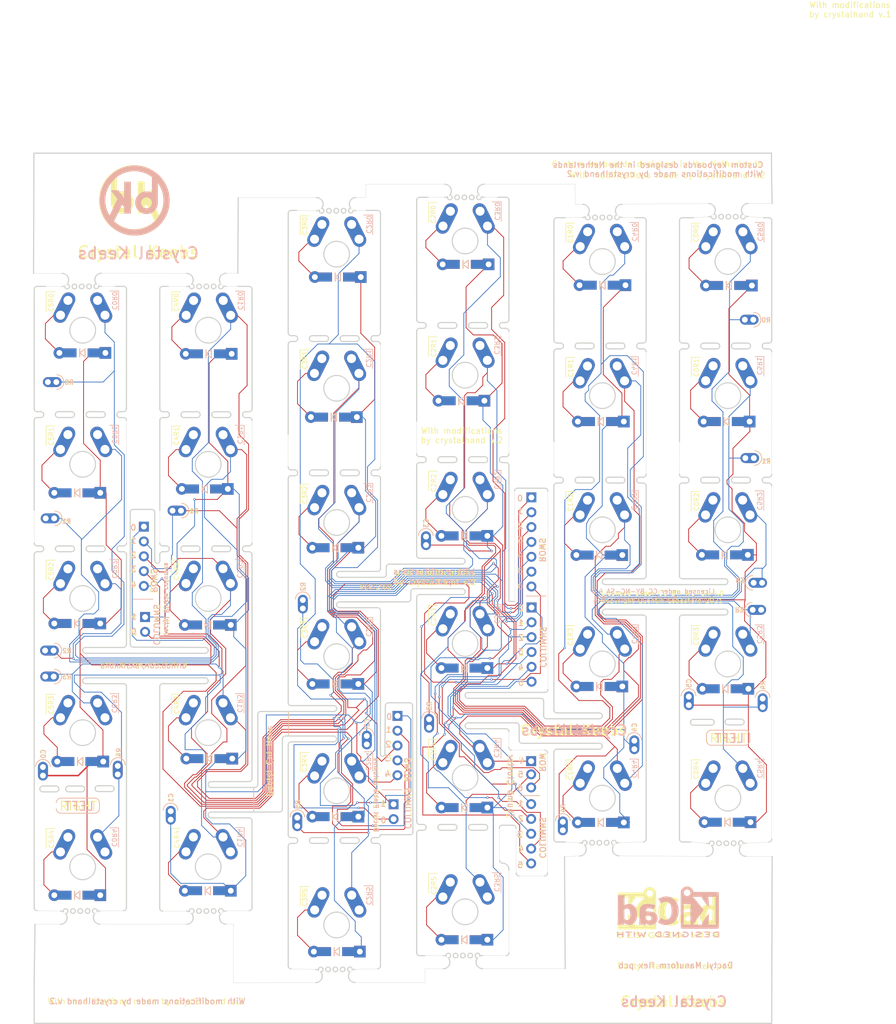
<source format=kicad_pcb>
(kicad_pcb (version 20211014) (generator pcbnew)
  (layers (0 "F.Cu" signal) (31 "B.Cu" signal) (34 "B.Paste" user) (35 "F.Paste" user) (36 "B.SilkS" user "B.Silkscreen") (37 "F.SilkS" user "F.Silkscreen") (38 "B.Mask" user) (39 "F.Mask" user) (44 "Edge.Cuts" user))
  (net 0 "")
  (net 1 "Net-(D1-Pad2)")
  (net 2 "col1")
  (net 3 "Net-(D2-Pad2)")
  (net 4 "Net-(D3-Pad2)")
  (net 5 "Net-(D4-Pad2)")
  (net 6 "Net-(D5-Pad2)")
  (net 7 "col2")
  (net 8 "Net-(D6-Pad2)")
  (net 9 "Net-(D7-Pad2)")
  (net 10 "Net-(D8-Pad2)")
  (net 11 "Net-(D9-Pad2)")
  (net 12 "col3")
  (net 13 "Net-(D10-Pad2)")
  (net 14 "Net-(D11-Pad2)")
  (net 15 "Net-(D12-Pad2)")
  (net 16 "Net-(D13-Pad2)")
  (net 17 "Net-(D14-Pad2)")
  (net 18 "col4")
  (net 19 "Net-(D15-Pad2)")
  (net 20 "Net-(D16-Pad2)")
  (net 21 "Net-(D17-Pad2)")
  (net 22 "Net-(D18-Pad2)")
  (net 23 "Net-(D19-Pad2)")
  (net 24 "col5")
  (net 25 "Net-(D20-Pad2)")
  (net 26 "Net-(D21-Pad2)")
  (net 27 "Net-(D22-Pad2)")
  (net 28 "Net-(D23-Pad2)")
  (net 29 "Net-(D24-Pad2)")
  (net 30 "Net-(D25-Pad2)")
  (net 31 "Net-(D26-Pad2)")
  (net 32 "row1")
  (net 33 "row3")
  (net 34 "row2")
  (net 35 "row4")
  (net 36 "row5")
  (net 37 "Net-(D27-Pad2)")
  (net 38 "Net-(D28-Pad2)")
  (net 39 "Net-(D29-Pad2)")
  (net 40 "Net-(D30-Pad2)")
  (net 41 "Net-(D31-Pad2)")
  (net 42 "Net-(D32-Pad2)")
  (net 43 "row0")
  (net 44 "row6")
  (net 45 "col0")
  (footprint "Connector_PinSocket_2.54mm:PinSocket_1x06_P2.54mm_Vertical" (layer "F.Cu") (at 57.7216 102.257)
    (fp_text reference "J14" hide)
    (fp_text value "Conn_01x06_Female")
  )
  (footprint "customs2:SolderWire-0.15sqmm_1x01_D0.5mm_OD1.5mm" (layer "F.Cu") (at 41.068228 62.061779)
    (fp_text reference "J3" hide)
    (fp_text value "Conn_01x02_Female")
  )
  (footprint "customs2:SolderWire-0.15sqmm_1x01_D0.5mm_OD1.5mm" (layer "F.Cu") (at 62.105728 136.911779 90)
    (fp_text reference "J10" hide)
    (fp_text value "Conn_01x02_Female")
  )
  (footprint "LOGO" (layer "F.Cu") (at 147.293363 152.841715)
    (fp_text reference "G***" hide)
    (fp_text value "LOGO" hide)
  )
  (footprint "custom:Diode_TH_SOD123" (layer "F.Cu") (at 117.565528 41.927379 180)
    (fp_text reference "D30" hide)
    (fp_text value "D")
  )
  (footprint "customs2:SolderWire-0.15sqmm_1x01_D0.5mm_OD1.5mm" (layer "F.Cu") (at 150.8252 117.3269 90)
    (fp_text reference "J15" hide)
    (fp_text value "Conn_01x02_Female")
  )
  (footprint "customs2:SolderWire-0.15sqmm_1x01_D0.5mm_OD1.5mm" (layer "F.Cu") (at 141.505728 124.861779 90)
    (fp_text reference "J13" hide)
    (fp_text value "Conn_01x02_Female")
  )
  (footprint "customs2:SolderWire-0.15sqmm_1x01_D0.5mm_OD1.5mm" (layer "F.Cu") (at 40.2252 129.3769 90)
    (fp_text reference "J9" hide)
    (fp_text value "Conn_01x02_Female")
  )
  (footprint "customs2:SolderWire-0.15sqmm_1x01_D0.5mm_OD1.5mm" (layer "F.Cu") (at 160.425028 51.396579)
    (fp_text reference "J3" hide)
    (fp_text value "Conn_01x02_Female")
  )
  (footprint "customs2:SolderWire-0.15sqmm_1x01_D0.5mm_OD1.5mm" (layer "F.Cu") (at 40.700828 85.380179)
    (fp_text reference "J4" hide)
    (fp_text value "Conn_01x02_Female")
  )
  (footprint "Connector_PinSocket_2.54mm:PinSocket_1x07_P2.54mm_Vertical" (layer "F.Cu") (at 123.878928 81.793379)
    (fp_text reference "J2" hide)
    (fp_text value "Conn_01x07_Female")
  )
  (footprint "customs2:SolderWire-0.15sqmm_1x01_D0.5mm_OD1.5mm" (layer "F.Cu") (at 62.418228 84.061779)
    (fp_text reference "J4" hide)
    (fp_text value "Conn_01x02_Female")
  )
  (footprint "custom:Diode_TH_SOD123" (layer "F.Cu") (at 95.675528 44.097379 180)
    (fp_text reference "D29" hide)
    (fp_text value "D")
  )
  (footprint "custom:Diode_TH_SOD123" (layer "F.Cu") (at 73.565528 57.237379 180)
    (fp_text reference "D28" hide)
    (fp_text value "D")
  )
  (footprint "Connector_PinSocket_2.54mm:PinSocket_1x07_P2.54mm_Vertical" (layer "F.Cu") (at 100.942104 119.161155)
    (fp_text reference "J2" hide)
    (fp_text value "Conn_01x07_Female")
  )
  (footprint "customs2:SolderWire-0.15sqmm_1x01_D0.5mm_OD1.5mm" (layer "F.Cu") (at 95.680728 124.049279 90)
    (fp_text reference "J11" hide)
    (fp_text value "Conn_01x02_Female")
  )
  (footprint "Connector_PinSocket_2.54mm:PinSocket_1x06_P2.54mm_Vertical" (layer "F.Cu") (at 100.276077 134.285712)
    (fp_text reference "J14" hide)
    (fp_text value "Conn_01x06_Female")
  )
  (footprint "customs2:SolderWire-0.15sqmm_1x01_D0.5mm_OD1.5mm" (layer "F.Cu") (at 163.475721 117.664649 90)
    (fp_text reference "J7" hide)
    (fp_text value "Conn_01x02_Female")
  )
  (footprint "Connector_PinSocket_2.54mm:PinSocket_1x06_P2.54mm_Vertical" (layer "F.Cu") (at 123.83 126.9136)
    (fp_text reference "J1" hide)
    (fp_text value "Conn_01x08_Female")
  )
  (footprint "customs2:SolderWire-0.15sqmm_1x01_D0.5mm_OD1.5mm" (layer "F.Cu") (at 163.223928 101.026579 180)
    (fp_text reference "J6" hide)
    (fp_text value "Conn_01x02_Female")
  )
  (footprint "customs2:SolderWire-0.15sqmm_1x01_D0.5mm_OD1.5mm" (layer "F.Cu") (at 40.621417 112.443268)
    (fp_text reference "J6" hide)
    (fp_text value "Conn_01x02_Female")
  )
  (footprint "customs2:SolderWire-0.15sqmm_1x01_D0.5mm_OD1.5mm" (layer "F.Cu") (at 40.592728 107.986179)
    (fp_text reference "J5" hide)
    (fp_text value "Conn_01x02_Female")
  )
  (footprint "customs2:SolderWire-0.15sqmm_1x01_D0.5mm_OD1.5mm" (layer "F.Cu") (at 84.730728 100.799279 90)
    (fp_text reference "J5" hide)
    (fp_text value "Conn_01x02_Female")
  )
  (footprint "Connector_PinSocket_2.54mm:PinSocket_1x06_P2.54mm_Vertical" (layer "F.Cu") (at 123.905728 100.620179)
    (fp_text reference "J14" hide)
    (fp_text value "Conn_01x06_Female")
  )
  (footprint "custom:Diode_TH_SOD123" (layer "F.Cu") (at 51.935528 57.077379 180)
    (fp_text reference "D27" hide)
    (fp_text value "D")
  )
  (footprint "customs2:SolderWire-0.15sqmm_1x01_D0.5mm_OD1.5mm" (layer "F.Cu") (at 106.355728 121.186779 90)
    (fp_text reference "J6" hide)
    (fp_text value "Conn_01x02_Female")
  )
  (footprint "customs2:SolderWire-0.15sqmm_1x01_D0.5mm_OD1.5mm" (layer "F.Cu") (at 105.830728 89.949279 90)
    (fp_text reference "J12" hide)
    (fp_text value "Conn_01x02_Female")
  )
  (footprint "customs2:SolderWire-0.15sqmm_1x01_D0.5mm_OD1.5mm" (layer "F.Cu") (at 163.382428 96.403779 180)
    (fp_text reference "J5" hide)
    (fp_text value "Conn_01x02_Female")
  )
  (footprint "customs2:SolderWire-0.15sqmm_1x01_D0.5mm_OD1.5mm" (layer "F.Cu") (at 160.518277 75.0683)
    (fp_text reference "J4" hide)
    (fp_text value "Conn_01x02_Female")
  )
  (footprint "customs2:SolderWire-0.15sqmm_1x01_D0.5mm_OD1.5mm" (layer "F.Cu") (at 129.255728 138.736779 90)
    (fp_text reference "J7" hide)
    (fp_text value "Conn_01x02_Female")
  )
  (footprint "custom:Diode_TH_SOD123" (layer "F.Cu") (at 162.655528 45.547379 180)
    (fp_text reference "D32" hide)
    (fp_text value "D")
  )
  (footprint "customs2:SolderWire-0.15sqmm_1x01_D0.5mm_OD1.5mm" (layer "F.Cu") (at 53.0352 129.1769 90)
    (fp_text reference "J7" hide)
    (fp_text value "Conn_01x02_Female")
  )
  (footprint "custom:Diode_TH_SOD123" (layer "F.Cu") (at 141.005528 45.487379 180)
    (fp_text reference "D31" hide)
    (fp_text value "D")
  )
  (footprint "customs2:SolderWire-0.15sqmm_1x01_D0.5mm_OD1.5mm" (layer "F.Cu") (at 83.7845 138.0236 90)
    (fp_text reference "J8" hide)
    (fp_text value "Conn_01x02_Female")
  )
  (footprint "Connector_PinSocket_2.54mm:PinSocket_1x07_P2.54mm_Vertical" (layer "F.Cu") (at 57.5122 86.7884)
    (fp_text reference "J2" hide)
    (fp_text value "Conn_01x07_Female")
  )
  (footprint "LOGO" (layer "F.Cu") (at 55.830728 30.961779)
    (fp_text reference "G***" hide)
    (fp_text value "LOGO" hide)
  )
  (footprint "custom:Diode_TH_SOD123" (layer "B.Cu") (at 162.053528 114.539379 180)
    (fp_text reference "D25" hide)
    (fp_text value "D")
  )
  (footprint "custom:Diode_TH_SOD123" (layer "B.Cu") (at 140.465528 114.132979 180)
    (fp_text reference "D21" hide)
    (fp_text value "D")
  )
  (footprint "custom:Diode_TH_SOD123" (layer "B.Cu") (at 95.507528 159.497379 180)
    (fp_text reference "D13" hide)
    (fp_text value "D")
  )
  (footprint "custom:SW_MX_reversible" (layer "B.Cu") (at 90.552928 131.98258 180)
    (fp_text reference "SW12" hide)
    (fp_text value "SW_Push")
  )
  (footprint "custom:Diode_TH_SOD123" (layer "B.Cu") (at 73.409528 103.617379 180)
    (fp_text reference "D6" hide)
    (fp_text value "D")
  )
  (footprint "custom:SW_MX_reversible" (layer "B.Cu") (at 68.531128 122.02578 180)
    (fp_text reference "SW7" hide)
    (fp_text value "SW_Push")
  )
  (footprint "custom:Diode_TH_SOD123" (layer "B.Cu") (at 116.843528 65.263379 180)
    (fp_text reference "D14" hide)
    (fp_text value "D")
  )
  (footprint "custom:SW_MX_reversible" (layer "B.Cu") (at 112.523928 106.81118 180)
    (fp_text reference "SW16" hide)
    (fp_text value "SW_Push")
  )
  (footprint "custom:SW_MX_reversible" (layer "B.Cu") (at 90.561728 154.91178 180)
    (fp_text reference "SW13" hide)
    (fp_text value "SW_Push")
  )
  (footprint "custom:SW_MX_reversible" (layer "B.Cu") (at 136.045928 110.272179 180)
    (fp_text reference "SW21" hide)
    (fp_text value "SW_Push")
  )
  (footprint "LOGO" (layer "B.Cu") (at 55.930728 31.011779 180)
    (fp_text reference "G***" hide)
    (fp_text value "LOGO" hide)
  )
  (footprint "custom:SW_MX_reversible" (layer "B.Cu") (at 90.545528 40.167379 180)
    (fp_text reference "SW29" hide)
    (fp_text value "SW_Push")
  )
  (footprint "custom:SW_MX_reversible" (layer "B.Cu") (at 90.552928 109.02098 180)
    (fp_text reference "SW11" hide)
    (fp_text value "SW_Push")
  )
  (footprint "custom:SW_MX_reversible" (layer "B.Cu") (at 136.020528 64.399779 180)
    (fp_text reference "SW19" hide)
    (fp_text value "SW_Push")
  )
  (footprint "custom:Diode_TH_SOD123" (layer "B.Cu") (at 117.351528 88.377379 180)
    (fp_text reference "D15" hide)
    (fp_text value "D")
  )
  (footprint "custom:Diode_TH_SOD123" (layer "B.Cu") (at 72.901528 80.34438 180)
    (fp_text reference "D5" hide)
    (fp_text value "D")
  )
  (footprint "custom:Diode_TH_SOD123" (layer "B.Cu") (at 95.253528 136.41178 180)
    (fp_text reference "D12" hide)
    (fp_text value "D")
  )
  (footprint "custom:Diode_TH_SOD123" (layer "B.Cu") (at 117.351528 134.859379 180)
    (fp_text reference "D17" hide)
    (fp_text value "D")
  )
  (footprint "custom:Diode_TH_SOD123" (layer "B.Cu") (at 162.411128 137.348579 180)
    (fp_text reference "D26" hide)
    (fp_text value "D")
  )
  (footprint "custom:Diode_TH_SOD123" (layer "B.Cu") (at 117.351528 157.465379 180)
    (fp_text reference "D18" hide)
    (fp_text value "D")
  )
  (footprint "custom:Diode_TH_SOD123" (layer "B.Cu") (at 51.057528 149.845379 180)
    (fp_text reference "D4" hide)
    (fp_text value "D")
  )
  (footprint "custom:SW_MX_reversible" (layer "B.Cu") (at 136.045528 41.427379 180)
    (fp_text reference "SW31" hide)
    (fp_text value "SW_Push")
  )
  (footprint "custom:SW_MX_reversible" (layer "B.Cu") (at 112.523928 129.7144 180)
    (fp_text reference "SW17" hide)
    (fp_text value "SW_Push")
  )
  (footprint "custom:SW_MX_reversible" (layer "B.Cu") (at 47.045528 53.167379 180)
    (fp_text reference "SW27" hide)
    (fp_text value "SW_Push")
  )
  (footprint "custom:Diode_TH_SOD123" (layer "B.Cu") (at 95.253528 90.409379 180)
    (fp_text reference "D10" hide)
    (fp_text value "D")
  )
  (footprint "custom:SW_MX_reversible" (layer "B.Cu") (at 68.531128 76.15338 180)
    (fp_text reference "SW5" hide)
    (fp_text value "SW_Push")
  )
  (footprint "custom:SW_MX_reversible" (layer "B.Cu") (at 112.523928 152.68358 180)
    (fp_text reference "SW18" hide)
    (fp_text value "SW_Push")
  )
  (footprint "custom:SW_MX_reversible" (layer "B.Cu") (at 90.527528 63.12318 180)
    (fp_text reference "SW9" hide)
    (fp_text value "SW_Push")
  )
  (footprint "custom:SW_MX_reversible" (layer "B.Cu") (at 112.523928 60.88798 180)
    (fp_text reference "SW14" hide)
    (fp_text value "SW_Push")
  )
  (footprint "custom:SW_MX_reversible" (layer "B.Cu") (at 68.565528 53.187379 180)
    (fp_text reference "SW28" hide)
    (fp_text value "SW_Push")
  )
  (footprint "custom:SW_MX_reversible" (layer "B.Cu") (at 112.523928 83.84958 180)
    (fp_text reference "SW15" hide)
    (fp_text value "SW_Push")
  )
  (footprint "custom:Diode_TH_SOD123" (layer "B.Cu") (at 95.253528 113.71178 180)
    (fp_text reference "D11" hide)
    (fp_text value "D")
  )
  (footprint "custom:SW_MX_reversible" (layer "B.Cu") (at 157.555528 41.437379 180)
    (fp_text reference "SW32" hide)
    (fp_text value "SW_Push")
  )
  (footprint "custom:SW_MX_reversible" (layer "B.Cu") (at 47.042728 76.12798 180)
    (fp_text reference "SW1" hide)
    (fp_text value "SW_Push")
  )
  (footprint "custom:Diode_TH_SOD123" (layer "B.Cu") (at 140.463528 91.653979 180)
    (fp_text reference "D20" hide)
    (fp_text value "D")
  )
  (footprint "custom:SW_MX_reversible" (layer "B.Cu") (at 157.508928 87.335979 180)
    (fp_text reference "SW24" hide)
    (fp_text value "SW_Push")
  )
  (footprint "custom:Diode_TH_SOD123" (layer "B.Cu") (at 73.663528 126.477379 180)
    (fp_text reference "D7" hide)
    (fp_text value "D")
  )
  (footprint "custom:Diode_TH_SOD123" (layer "B.Cu") (at 117.351528 110.983379 180)
    (fp_text reference "D16" hide)
    (fp_text value "D")
  )
  (footprint "custom:SW_MX_reversible" (layer "B.Cu") (at 68.5292 144.96198 180)
    (fp_text reference "SW8" hide)
    (fp_text value "SW_Push")
  )
  (footprint "custom:SW_MX_reversible" (layer "B.Cu") (at 90.552928 86.08478 180)
    (fp_text reference "SW10" hide)
    (fp_text value "SW_Push")
  )
  (footprint "custom:SW_MX_reversible" (layer "B.Cu") (at 157.534328 110.272179 180)
    (fp_text reference "SW25" hide)
    (fp_text value "SW_Push")
  )
  (footprint "custom:Diode_TH_SOD123" (layer "B.Cu") (at 51.057528 103.363379 180)
    (fp_text reference "D2" hide)
    (fp_text value "D")
  )
  (footprint "LOGO" (layer "B.Cu") (at 147.393363 152.741715 180)
    (fp_text reference "G***" hide)
    (fp_text value "LOGO" hide)
  )
  (footprint "custom:SW_MX_reversible" (layer "B.Cu") (at 157.534328 133.233779 180)
    (fp_text reference "SW26" hide)
    (fp_text value "SW_Push")
  )
  (footprint "custom:SW_MX_reversible" (layer "B.Cu") (at 136.020528 87.335979 180)
    (fp_text reference "SW20" hide)
    (fp_text value "SW_Push")
  )
  (footprint "custom:SW_MX_reversible" (layer "B.Cu") (at 47.042728 99.08958 180)
    (fp_text reference "SW2" hide)
    (fp_text value "SW_Push")
  )
  (footprint "custom:SW_MX_reversible" (layer "B.Cu") (at 136.045928 133.233779 180)
    (fp_text reference "SW22" hide)
    (fp_text value "SW_Push")
  )
  (footprint "custom:SW_MX_reversible" (layer "B.Cu") (at 157.534328 64.374379 180)
    (fp_text reference "SW23" hide)
    (fp_text value "SW_Push")
  )
  (footprint "custom:Diode_TH_SOD123" (layer "B.Cu") (at 140.719528 68.819379 180)
    (fp_text reference "D19" hide)
    (fp_text value "D")
  )
  (footprint "custom:SW_MX_reversible" (layer "B.Cu") (at 112.545528 37.917379 180)
    (fp_text reference "SW30" hide)
    (fp_text value "SW_Push")
  )
  (footprint "custom:Diode_TH_SOD123" (layer "B.Cu") (at 51.057528 81.011379 180)
    (fp_text reference "D1" hide)
    (fp_text value "D")
  )
  (footprint "custom:Diode_TH_SOD123" (layer "B.Cu") (at 94.999528 68.057379 180)
    (fp_text reference "D9" hide)
    (fp_text value "D")
  )
  (footprint "custom:Diode_TH_SOD123" (layer "B.Cu") (at 162.258728 68.819379 180)
    (fp_text reference "D23" hide)
    (fp_text value "D")
  )
  (footprint "custom:SW_MX_reversible" (layer "B.Cu") (at 68.531128 99.06418 180)
    (fp_text reference "SW6" hide)
    (fp_text value "SW_Push")
  )
  (footprint "custom:Diode_TH_SOD123" (layer "B.Cu") (at 161.953928 91.628579 180)
    (fp_text reference "D24" hide)
    (fp_text value "D")
  )
  (footprint "custom:Diode_TH_SOD123" (layer "B.Cu") (at 51.565528 126.985379 180)
    (fp_text reference "D3" hide)
    (fp_text value "D")
  )
  (footprint "custom:SW_MX_reversible" (layer "B.Cu") (at 47.042728 122.02578 180)
    (fp_text reference "SW3" hide)
    (fp_text value "SW_Push")
  )
  (footprint "custom:Diode_TH_SOD123" (layer "B.Cu") (at 73.409528 149.083379 180)
    (fp_text reference "D8" hide)
    (fp_text value "D")
  )
  (footprint "custom:SW_MX_reversible" (layer "B.Cu") (at 47.042728 144.98738 180)
    (fp_text reference "SW4" hide)
    (fp_text value "SW_Push")
  )
  (footprint "custom:Diode_TH_SOD123" (layer "B.Cu") (at 140.719528 137.399379 180)
    (fp_text reference "D22" hide)
    (fp_text value "D")
  )
  (gr_arc (start 82.53348 136.472558) (mid 83.783979 135.24826) (end 85.033457 136.473599) (layer "B.SilkS") (width 0.12))
  (gr_line (start 161.281088 123.41101) (end 161.281088 122.391899) (layer "B.SilkS") (width 0.12))
  (gr_arc (start 42.26412 84.12968) (mid 43.488328 85.38018) (end 42.263079 86.629657) (layer "B.SilkS") (width 0.12))
  (gr_arc (start 42.581769 60.810759) (mid 43.805979 62.06126) (end 42.580728 63.310736) (layer "B.SilkS") (width 0.12))
  (gr_arc (start 162.224701 116.038607) (mid 163.475213 114.814309) (end 164.724678 116.039648) (layer "B.SilkS") (width 0.12))
  (gr_arc (start 104.530229 88.335987) (mid 105.780748 87.11171) (end 107.030206 88.337028) (layer "B.SilkS") (width 0.12))
  (gr_arc (start 38.974708 127.838629) (mid 40.2252 126.6144) (end 41.474685 127.83967) (layer "B.SilkS") (width 0.12))
  (gr_line (start 76.3252 131.6144) (end 76.3252 135.4644) (layer "B.SilkS") (width 0.12))
  (gr_line (start 49.906088 135.03351) (end 49.906088 134.014399) (layer "B.SilkS") (width 0.12))
  (gr_arc (start 51.805223 127.550858) (mid 53.055724 126.32661) (end 54.3052 127.551899) (layer "B.SilkS") (width 0.12))
  (gr_arc (start 162.081569 73.817801) (mid 163.305777 75.0683) (end 162.080528 76.317778) (layer "B.SilkS") (width 0.12))
  (gr_arc (start 140.204708 123.260737) (mid 141.455248 122.036488) (end 142.704685 123.261778) (layer "B.SilkS") (width 0.12))
  (gr_arc (start 43.28501 135.814399) (mid 42.741738 135.583628) (end 42.504121 135.043321) (layer "B.SilkS") (width 0.12))
  (gr_line (start 160.48501 124.1919) (end 154.66001 124.191899) (layer "B.SilkS") (width 0.12))
  (gr_arc (start 153.879121 122.40171) (mid 154.118797 121.849828) (end 154.675199 121.62082) (layer "B.SilkS") (width 0.12))
  (gr_line (start 98.287128 131.816779) (end 101.687128 131.816779) (layer "B.SilkS") (width 0.12))
  (gr_arc (start 83.479708 99.185737) (mid 84.730248 97.961488) (end 85.979685 99.186778) (layer "B.SilkS") (width 0.12))
  (gr_arc (start 128.004708 137.110737) (mid 129.255248 135.886488) (end 130.504685 137.111778) (layer "B.SilkS") (width 0.12))
  (gr_arc (start 42.20627 106.735159) (mid 43.430518 107.98566) (end 42.205229 109.235136) (layer "B.SilkS") (width 0.12))
  (gr_arc (start 49.906088 135.03351) (mid 49.666417 135.585393) (end 49.11001 135.8144) (layer "B.SilkS") (width 0.12))
  (gr_line (start 154.675199 121.620821) (end 160.500199 121.620821) (layer "B.SilkS") (width 0.12))
  (gr_arc (start 149.54918 115.725858) (mid 150.799692 114.50156) (end 152.049157 115.726899) (layer "B.SilkS") (width 0.12))
  (gr_line (start 153.879121 122.40171) (end 153.879121 123.420821) (layer "B.SilkS") (width 0.12))
  (gr_line (start 122.980728 98.661779) (end 126.380728 98.661779) (layer "B.SilkS") (width 0.12))
  (gr_arc (start 154.66001 124.191899) (mid 154.116738 123.961128) (end 153.879121 123.420821) (layer "B.SilkS") (width 0.12))
  (gr_arc (start 161.768886 97.654799) (mid 160.544637 96.404259) (end 161.769927 95.154822) (layer "B.SilkS") (width 0.12))
  (gr_arc (start 42.197459 111.192248) (mid 43.421709 112.44275) (end 42.196418 113.692225) (layer "B.SilkS") (width 0.12))
  (gr_line (start 55.6752 99.2144) (end 59.0752 99.2144) (layer "B.SilkS") (width 0.12))
  (gr_arc (start 63.98152 82.81128) (mid 65.205728 84.06178) (end 63.980479 85.311257) (layer "B.SilkS") (width 0.12))
  (gr_arc (start 60.830229 135.310987) (mid 62.080729 134.086779) (end 63.330206 135.312028) (layer "B.SilkS") (width 0.12))
  (gr_arc (start 161.281088 123.41101) (mid 161.041417 123.962893) (end 160.48501 124.1919) (layer "B.SilkS") (width 0.12))
  (gr_line (start 43.300199 133.243321) (end 49.125199 133.243321) (layer "B.SilkS") (width 0.12))
  (gr_line (start 82.296 122.428) (end 82.2452 118.5712) (layer "B.SilkS") (width 0.12))
  (gr_arc (start 105.104708 119.610737) (mid 106.355248 118.386488) (end 107.604685 119.611778) (layer "B.SilkS") (width 0.12))
  (gr_line (start 121.9504 132.8064) (end 125.3504 132.8064) (layer "B.SilkS") (width 0.12))
  (gr_arc (start 49.125199 133.243321) (mid 49.668439 133.474113) (end 49.906088 134.014399) (layer "B.SilkS") (width 0.12))
  (gr_arc (start 161.938569 50.145559) (mid 163.162819 51.396099) (end 161.937528 52.645536) (layer "B.SilkS") (width 0.12))
  (gr_arc (start 42.504121 134.02421) (mid 42.743797 133.472328) (end 43.300199 133.24332) (layer "B.SilkS") (width 0.12))
  (gr_arc (start 160.500199 121.620821) (mid 161.043439 121.851613) (end 161.281088 122.391899) (layer "B.SilkS") (width 0.12))
  (gr_arc (start 94.430229 122.510987) (mid 95.680748 121.28671) (end 96.930206 122.512028) (layer "B.SilkS") (width 0.12))
  (gr_arc (start 161.647886 102.277599) (mid 160.423637 101.027059) (end 161.648927 99.777622) (layer "B.SilkS") (width 0.12))
  (gr_line (start 49.11001 135.8144) (end 43.28501 135.814399) (layer "B.SilkS") (width 0.12))
  (gr_arc (start 105.105729 119.611778) (mid 106.355207 118.38653) (end 107.605706 119.610737) (layer "F.SilkS") (width 0.12))
  (gr_line (start 161.246278 122.397789) (end 161.246278 123.4169) (layer "F.SilkS") (width 0.12))
  (gr_arc (start 162.225722 116.039648) (mid 163.475173 114.814449) (end 164.725699 116.038607) (layer "F.SilkS") (width 0.12))
  (gr_arc (start 161.937528 50.14658) (mid 163.162777 51.396058) (end 161.938569 52.646557) (layer "F.SilkS") (width 0.12))
  (gr_arc (start 161.769927 97.653778) (mid 160.544679 96.4043) (end 161.768886 95.153801) (layer "F.SilkS") (width 0.12))
  (gr_arc (start 153.844311 122.387978) (mid 154.081953 121.847706) (end 154.6252 121.6169) (layer "F.SilkS") (width 0.12))
  (gr_arc (start 51.785201 127.551899) (mid 53.034679 126.326651) (end 54.285178 127.550858) (layer "F.SilkS") (width 0.12))
  (gr_arc (start 42.205229 106.73618) (mid 43.430477 107.985658) (end 42.20627 109.236157) (layer "F.SilkS") (width 0.12))
  (gr_arc (start 154.640389 124.187979) (mid 154.084021 123.958952) (end 153.844311 123.407089) (layer "F.SilkS") (width 0.12))
  (gr_line (start 43.3002 135.8144) (end 49.1252 135.814399) (layer "F.SilkS") (width 0.12))
  (gr_arc (start 60.83125 135.312028) (mid 62.080727 134.086781) (end 63.331227 135.310987) (layer "F.SilkS") (width 0.12))
  (gr_line (start 49.906089 134.02421) (end 49.906089 135.043321) (layer "F.SilkS") (width 0.12))
  (gr_arc (start 161.246278 123.4169) (mid 161.008661 123.957227) (end 160.465389 124.187978) (layer "F.SilkS") (width 0.12))
  (gr_arc (start 82.570522 136.454848) (mid 83.819973 135.229649) (end 85.070499 136.453807) (layer "F.SilkS") (width 0.12))
  (gr_arc (start 160.4502 121.616899) (mid 161.006591 121.845909) (end 161.246278 122.397789) (layer "F.SilkS") (width 0.12))
  (gr_arc (start 149.550201 115.726899) (mid 150.799652 114.5017) (end 152.050178 115.725858) (layer "F.SilkS") (width 0.12))
  (gr_arc (start 63.980479 82.812301) (mid 65.205726 84.061778) (end 63.98152 85.312278) (layer "F.SilkS") (width 0.12))
  (gr_arc (start 140.205729 123.261778) (mid 141.455207 122.03653) (end 142.705706 123.260737) (layer "F.SilkS") (width 0.12))
  (gr_line (start 49.110011 133.243321) (end 43.285011 133.243321) (layer "F.SilkS") (width 0.12))
  (gr_arc (start 83.480729 99.186778) (mid 84.730207 97.96153) (end 85.980706 99.185737) (layer "F.SilkS") (width 0.12))
  (gr_line (start 154.640389 124.187979) (end 160.465389 124.187978) (layer "F.SilkS") (width 0.12))
  (gr_arc (start 42.263079 84.130701) (mid 43.488326 85.380178) (end 42.26412 86.630678) (layer "F.SilkS") (width 0.12))
  (gr_arc (start 38.975729 127.83967) (mid 40.225208 126.614422) (end 41.475706 127.838629) (layer "F.SilkS") (width 0.12))
  (gr_arc (start 49.906089 135.043321) (mid 49.668466 135.583639) (end 49.1252 135.814399) (layer "F.SilkS") (width 0.12))
  (gr_line (start 153.844311 123.407089) (end 153.844311 122.387978) (layer "F.SilkS") (width 0.12))
  (gr_arc (start 104.53125 88.337028) (mid 105.780708 87.111752) (end 107.031227 88.335987) (layer "F.SilkS") (width 0.12))
  (gr_line (start 160.4502 121.6169) (end 154.6252 121.6169) (layer "F.SilkS") (width 0.12))
  (gr_arc (start 128.005729 137.111778) (mid 129.255207 135.88653) (end 130.505706 137.110737) (layer "F.SilkS") (width 0.12))
  (gr_arc (start 42.196418 111.193269) (mid 43.421688 112.442758) (end 42.197459 113.693246) (layer "F.SilkS") (width 0.12))
  (gr_line (start 82.296 118.578) (end 82.296 122.428) (layer "F.SilkS") (width 0.12))
  (gr_arc (start 49.110011 133.24332) (mid 49.666387 133.472336) (end 49.906089 134.02421) (layer "F.SilkS") (width 0.12))
  (gr_arc (start 162.080528 73.818822) (mid 163.305735 75.068259) (end 162.081569 76.318799) (layer "F.SilkS") (width 0.12))
  (gr_arc (start 43.3002 135.8144) (mid 42.743789 135.585407) (end 42.504122 135.03351) (layer "F.SilkS") (width 0.12))
  (gr_arc (start 42.504122 134.014399) (mid 42.741757 133.474118) (end 43.285011 133.243321) (layer "F.SilkS") (width 0.12))
  (gr_line (start 126.380728 98.661779) (end 122.980728 98.661779) (layer "F.SilkS") (width 0.12))
  (gr_arc (start 161.648927 102.276578) (mid 160.423679 101.0271) (end 161.647886 99.776601) (layer "F.SilkS") (width 0.12))
  (gr_arc (start 42.580728 60.81178) (mid 43.805977 62.061258) (end 42.581769 63.311757) (layer "F.SilkS") (width 0.12))
  (gr_line (start 76.3016 135.3766) (end 76.3016 131.5266) (layer "F.SilkS") (width 0.12))
  (gr_line (start 125.3268 132.8064) (end 121.9268 132.8064) (layer "F.SilkS") (width 0.12))
  (gr_arc (start 94.43125 122.512028) (mid 95.680708 121.286752) (end 96.931227 122.510987) (layer "F.SilkS") (width 0.12))
  (gr_line (start 164.980728 22.911779) (end 38.680728 22.911779) (layer "Edge.Cuts") (width 0.2))
  (gr_arc (start 60.253353 92.632447) (mid 59.788273 93.071355) (end 59.377025 92.581647) (layer "Edge.Cuts") (width 0.2))
  (gr_arc (start 82.727728 77.08778) (mid 82.374174 76.941333) (end 82.227728 76.58778) (layer "Edge.Cuts") (width 0.2))
  (gr_line (start 75.545528 68.13738) (end 74.912194 68.137379) (layer "Edge.Cuts") (width 0.2))
  (gr_arc (start 93.338852 32.638318) (mid 92.710298 33.068023) (end 92.969631 32.352179) (layer "Edge.Cuts") (width 0.2))
  (gr_line (start 82.235528 33.197379) (end 82.225528 53.627379) (layer "Edge.Cuts") (width 0.2))
  (gr_line (start 87.076408 30.516546) (end 73.671328 30.514364) (layer "Edge.Cuts") (width 0.05))
  (gr_line (start 76.027728 129.912779) (end 76.027729 91.58778) (layer "Edge.Cuts") (width 0.2))
  (gr_arc (start 122.277728 123.862779) (mid 121.924175 123.716332) (end 121.777728 123.362779) (layer "Edge.Cuts") (width 0.2))
  (gr_line (start 97.527728 162.437778) (end 93.677715 162.531416) (layer "Edge.Cuts") (width 0.05))
  (gr_arc (start 104.227729 98.91278) (mid 104.374175 98.559226) (end 104.727729 98.41278) (layer "Edge.Cuts") (width 0.2))
  (gr_circle (center 90.525528 40.17738) (end 92.725528 40.17738) (layer "Edge.Cuts") (width 0.2) (fill none))
  (gr_line (start 83.361062 139.987779) (end 82.727728 139.987779) (layer "Edge.Cuts") (width 0.2))
  (gr_circle (center 157.527728 133.237778) (end 159.727728 133.237778) (layer "Edge.Cuts") (width 0.2) (fill none))
  (gr_line (start 68.027729 112.662779) (end 47.527728 112.662779) (layer "Edge.Cuts") (width 0.2))
  (gr_arc (start 39.227728 90.087779) (mid 38.874175 89.941332) (end 38.727728 89.587779) (layer "Edge.Cuts") (width 0.2))
  (gr_arc (start 113.627727 138.737779) (mid 113.127728 138.237779) (end 113.627727 137.737779) (layer "Edge.Cuts") (width 0.2))
  (gr_arc (start 60.235528 46.197378) (mid 60.381975 45.843825) (end 60.735529 45.697379) (layer "Edge.Cuts") (width 0.2))
  (gr_arc (start 110.62773 74.83778) (mid 111.127727 75.33778) (end 110.627728 75.83778) (layer "Edge.Cuts") (width 0.2))
  (gr_circle (center 157.616135 33.774469) (end 158.016135 33.774469) (layer "Edge.Cuts") (width 0.2) (fill none))
  (gr_arc (start 109.025212 28.230546) (mid 110.046516 28.879604) (end 109.888437 30.079322) (layer "Edge.Cuts") (width 0.2))
  (gr_line (start 91.027728 95.46278) (end 98.527728 95.462779) (layer "Edge.Cuts") (width 0.2))
  (gr_arc (start 87.571413 32.652748) (mid 87.332332 32.737516) (end 87.080337 32.766541) (layer "Edge.Cuts") (width 0.2))
  (gr_arc (start 54.527729 151.987778) (mid 54.381283 152.341332) (end 54.027729 152.487778) (layer "Edge.Cuts") (width 0.2))
  (gr_line (start 154.694007 120.7644) (end 151.608541 120.7644) (layer "Edge.Cuts") (width 0.2))
  (gr_arc (start 98.027728 76.58778) (mid 97.881281 76.941333) (end 97.527728 77.08778) (layer "Edge.Cuts") (width 0.2))
  (gr_line (start 39.235528 45.697379) (end 40.670862 45.69738) (layer "Edge.Cuts") (width 0.2))
  (gr_circle (center 90.527728 131.987779) (end 92.727728 131.987779) (layer "Edge.Cuts") (width 0.2) (fill none))
  (gr_arc (start 136.027728 119.162779) (mid 135.881281 119.516332) (end 135.527728 119.662779) (layer "Edge.Cuts") (width 0.2))
  (gr_arc (start 66.627729 90.087779) (mid 67.127728 90.587779) (end 66.627729 91.087779) (layer "Edge.Cuts") (width 0.2))
  (gr_line (start 141.600194 33.947379) (end 139.401126 33.891011) (layer "Edge.Cuts") (width 0.05))
  (gr_line (start 82.227728 139.487779) (end 82.227728 124.11278) (layer "Edge.Cuts") (width 0.2))
  (gr_circle (center 113.396719 160.169708) (end 112.996719 160.169708) (layer "Edge.Cuts") (width 0.2) (fill none))
  (gr_arc (start 139.401126 33.891011) (mid 139.149031 33.862859) (end 138.909656 33.778933) (layer "Edge.Cuts") (width 0.2))
  (gr_line (start 105.358861 51.877379) (end 104.725528 51.877379) (layer "Edge.Cuts") (width 0.2))
  (gr_line (start 121.277728 120.362779) (end 113.027728 120.36278) (layer "Edge.Cuts") (width 0.2))
  (gr_circle (center 157.535528 41.44738) (end 159.735528 41.44738) (layer "Edge.Cuts") (width 0.2) (fill none))
  (gr_arc (start 54.525528 66.62738) (mid 54.379081 66.980933) (end 54.025528 67.12738) (layer "Edge.Cuts") (width 0.2))
  (gr_line (start 93.681644 164.781411) (end 105.667528 164.783593) (layer "Edge.Cuts") (width 0.05))
  (gr_line (start 71.579206 43.454391) (end 73.600195 43.456582) (layer "Edge.Cuts") (width 0.05))
  (gr_line (start 119.993128 124.53698) (end 120.027728 121.86278) (layer "Edge.Cuts") (width 0.05))
  (gr_line (start 71.894395 91.087779) (end 69.627729 91.08778) (layer "Edge.Cuts") (width 0.2))
  (gr_line (start 73.600195 45.69738) (end 71.583132 45.704387) (layer "Edge.Cuts") (width 0.05))
  (gr_line (start 150.368861 55.397379) (end 149.735528 55.397379) (layer "Edge.Cuts") (width 0.2))
  (gr_line (start 132.13973 140.875962) (end 129.663061 140.737778) (layer "Edge.Cuts") (width 0.05))
  (gr_arc (start 53.394395 91.087779) (mid 52.894428 90.587779) (end 53.394395 90.087779) (layer "Edge.Cuts") (width 0.2))
  (gr_arc (start 143.027728 101.912779) (mid 143.381281 102.059226) (end 143.527728 102.412779) (layer "Edge.Cuts") (width 0.2))
  (gr_line (start 68.027729 107.462779) (end 55.681353 107.407247) (layer "Edge.Cuts") (width 0.2))
  (gr_arc (start 68.02773 112.662779) (mid 68.381282 112.809227) (end 68.527729 113.16278) (layer "Edge.Cuts") (width 0.2))
  (gr_arc (start 157.027728 100.912779) (mid 157.381281 101.059226) (end 157.527728 101.412779) (layer "Edge.Cuts") (width 0.2))
  (gr_circle (center 112.527728 106.787779) (end 114.727728 106.787779) (layer "Edge.Cuts") (width 0.2) (fill none))
  (gr_line (start 93.892194 54.12738) (end 91.625528 54.127379) (layer "Edge.Cuts") (width 0.2))
  (gr_circle (center 69.458132 45.710287) (end 69.858132 45.710287) (layer "Edge.Cuts") (width 0.2) (fill none))
  (gr_line (start 128.227728 56.38738) (end 128.861061 56.38738) (layer "Edge.Cuts") (width 0.2))
  (gr_line (start 113.027727 115.162779) (end 119.527728 115.16278) (layer "Edge.Cuts") (width 0.2))
  (gr_arc (start 93.894395 77.087779) (mid 94.394428 77.587779) (end 93.894395 78.087779) (layer "Edge.Cuts") (width 0.2))
  (gr_arc (start 138.893644 143.109812) (mid 137.87234 142.460754) (end 138.030419 141.261036) (layer "Edge.Cuts") (width 0.2))
  (gr_line (start 88.627729 78.08778) (end 86.361062 78.087779) (layer "Edge.Cuts") (width 0.2))
  (gr_arc (start 91.027728 95.462781) (mid 90.527726 94.962779) (end 91.027728 94.462779) (layer "Edge.Cuts") (width 0.2))
  (gr_arc (start 49.993644 154.793812) (mid 48.97234 154.144754) (end 49.130419 152.945036) (layer "Edge.Cuts") (width 0.2))
  (gr_arc (start 54.027729 91.087779) (mid 54.381282 91.234226) (end 54.527729 91.587779) (layer "Edge.Cuts") (width 0.2))
  (gr_arc (start 69.027729 136.612778) (mid 68.527729 136.112779) (end 69.027729 135.612778) (layer "Edge.Cuts") (width 0.2))
  (gr_arc (start 108.358861 52.877379) (mid 107.858828 52.377379) (end 108.358861 51.877379) (layer "Edge.Cuts") (width 0.2))
  (gr_line (start 109.025212 28.230546) (end 95.515328 28.228364) (layer "Edge.Cuts") (width 0.05))
  (gr_line (start 68.027729 108.462779) (end 47.527729 108.46278) (layer "Edge.Cuts") (width 0.2))
  (gr_arc (start 142.394394 79.337779) (mid 141.894428 78.837779) (end 142.394394 78.337779) (layer "Edge.Cuts") (width 0.2))
  (gr_arc (start 120.980729 80.715332) (mid 121.161318 80.358836) (end 121.534281 80.215332) (layer "Edge.Cuts") (width 0.2))
  (gr_line (start 42.458533 132.1644) (end 40.191867 132.1644) (layer "Edge.Cuts") (width 0.2))
  (gr_line (start 97.525528 55.12738) (end 96.892194 55.127379) (layer "Edge.Cuts") (width 0.2))
  (gr_arc (start 74.912194 68.137378) (mid 74.412229 67.637379) (end 74.912194 67.13738) (layer "Edge.Cuts") (width 0.2))
  (gr_arc (start 47.527728 108.46278) (mid 47.027727 107.962779) (end 47.527728 107.46278) (layer "Edge.Cuts") (width 0.2))
  (gr_line (start 119.527728 75.83778) (end 118.894394 75.837779) (layer "Edge.Cuts") (width 0.2))
  (gr_arc (start 49.754254 45.575992) (mid 49.125702 46.005738) (end 49.385033 45.289853) (layer "Edge.Cuts") (width 0.2))
  (gr_arc (start 139.394394 78.33778) (mid 139.894427 78.837779) (end 139.394394 79.33778) (layer "Edge.Cuts") (width 0.2))
  (gr_line (start 143.027728 101.912779) (end 136.527728 101.912779) (layer "Edge.Cuts") (width 0.2))
  (gr_line (start 157.027728 95.712779) (end 149.727727 95.712779) (layer "Edge.Cuts") (width 0.2))
  (gr_line (start 131.861061 78.337779) (end 134.127726 78.337779) (layer "Edge.Cuts") (width 0.2))
  (gr_arc (start 104.727728 92.212779) (mid 104.374175 92.066332) (end 104.227728 91.712779) (layer "Edge.Cuts") (width 0.2))
  (gr_arc (start 64.829212 43.470547) (mid 65.850515 44.119605) (end 65.692437 45.319323) (layer "Edge.Cuts") (width 0.2))
  (gr_arc (start 113.027728 121.36278) (mid 112.527727 120.862779) (end 113.027728 120.36278) (layer "Edge.Cuts") (width 0.2))
  (gr_arc (start 108.361062 75.837778) (mid 107.861029 75.337779) (end 108.361062 74.83778) (layer "Edge.Cuts") (width 0.2))
  (gr_arc (start 143.027728 56.38738) (mid 143.381281 56.533827) (end 143.527728 56.88738) (layer "Edge.Cuts") (width 0.2))
  (gr_arc (start 65.324217 45.606749) (mid 65.085134 45.691496) (end 64.833141 45.720542) (layer "Edge.Cuts") (width 0.2))
  (gr_arc (start 49.130419 152.945035) (mid 48.868615 152.230102) (end 49.498639 152.65761) (layer "Edge.Cuts") (width 0.2))
  (gr_line (start 46.8752 132.1644) (end 44.608534 132.1644) (layer "Edge.Cuts") (width 0.2))
  (gr_line (start 69.627729 90.08778) (end 71.894395 90.08778) (layer "Edge.Cuts") (width 0.2))
  (gr_circle (center 47.027728 99.08778) (end 49.227728 99.08778) (layer "Edge.Cuts") (width 0.2) (fill none))
  (gr_line (start 103.227728 97.912779) (end 103.227728 99.162779) (layer "Edge.Cuts") (width 0.2))
  (gr_line (start 43.493212 43.470547) (end 38.619328 43.468364) (layer "Edge.Cuts") (width 0.05))
  (gr_line (start 118.100194 30.44738) (end 119.535528 30.447379) (layer "Edge.Cuts") (width 0.2))
  (gr_arc (start 118.927727 144.361779) (mid 118.574174 144.215332) (end 118.427727 143.861779) (layer "Edge.Cuts") (width 0.2))
  (gr_line (start 151.608541 119.764401) (end 154.694007 119.7644) (layer "Edge.Cuts") (width 0.2))
  (gr_line (start 125.477728 116.162779) (end 113.027727 116.16278) (layer "Edge.Cuts") (width 0.2))
  (gr_arc (start 103.227729 97.912781) (mid 103.374175 97.559227) (end 103.727728 97.41278) (layer "Edge.Cuts") (width 0.2))
  (gr_line (start 61.361062 90.087779) (end 60.727728 90.087779) (layer "Edge.Cuts") (width 0.2))
  (gr_arc (start 143.035528 33.947379) (mid 143.389081 34.093826) (end 143.535528 34.447379) (layer "Edge.Cuts") (width 0.2))
  (gr_line (start 60.727728 113.66278) (end 68.027729 113.66278) (layer "Edge.Cuts") (width 0.2))
  (gr_line (start 106.170862 30.44738) (end 104.735528 30.447379) (layer "Edge.Cuts") (width 0.2))
  (gr_line (start 143.527728 54.88738) (end 143.535528 34.447379) (layer "Edge.Cuts") (width 0.2))
  (gr_arc (start 40.191867 132.164401) (mid 39.691825 131.664401) (end 40.191867 131.164401) (layer "Edge.Cuts") (width 0.2))
  (gr_line (start 120.7596 137.8792) (end 118.844395 137.8712) (layer "Edge.Cuts") (width 0.2))
  (gr_line (start 113.625528 52.87738) (end 115.892194 52.87738) (layer "Edge.Cuts") (width 0.2))
  (gr_line (start 50.392194 67.12738) (end 48.125528 67.127379) (layer "Edge.Cuts") (width 0.2))
  (gr_arc (start 113.027729 116.162781) (mid 112.527726 115.66278) (end 113.027727 115.162779) (layer "Edge.Cuts") (width 0.2))
  (gr_line (start 86.927729 162.547562) (end 82.727728 162.437778) (layer "Edge.Cuts") (width 0.05))
  (gr_circle (center 136.035528 41.44738) (end 138.235528 41.44738) (layer "Edge.Cuts") (width 0.2) (fill none))
  (gr_line (start 157.541867 119.714401) (end 159.808533 119.7144) (layer "Edge.Cuts") (width 0.2))
  (gr_arc (start 82.227728 141.487778) (mid 82.374175 141.134225) (end 82.727728 140.987778) (layer "Edge.Cuts") (width 0.2))
  (gr_line (start 153.368861 56.397379) (end 155.635528 56.39738) (layer "Edge.Cuts") (width 0.2))
  (gr_circle (center 47.864719 152.549708) (end 47.464719 152.549708) (layer "Edge.Cuts") (width 0.2) (fill none))
  (gr_line (start 119.527727 160.187779) (end 115.521715 160.163817) (layer "Edge.Cuts") (width 0.05))
  (gr_arc (start 119.535528 30.447379) (mid 119.889081 30.593826) (end 120.035528 30.947379) (layer "Edge.Cuts") (width 0.2))
  (gr_line (start 90.015813 122.612779) (end 81.727728 122.61278) (layer "Edge.Cuts") (width 0.2))
  (gr_line (start 143.527728 102.412779) (end 143.527728 140.237778) (layer "Edge.Cuts") (width 0.2))
  (gr_arc (start 163.894394 79.337778) (mid 163.394429 78.837779) (end 163.894394 78.33778) (layer "Edge.Cuts") (width 0.2))
  (gr_arc (start 50.392194 67.12738) (mid 50.892227 67.627379) (end 50.392194 68.12738) (layer "Edge.Cuts") (width 0.2))
  (gr_line (start 126.1444 146.55) (end 121.765588 146.552034) (layer "Edge.Cuts") (width 0.05))
  (gr_circle (center 47.027729 144.987778) (end 49.227729 144.987778) (layer "Edge.Cuts") (width 0.2) (fill none))
  (gr_arc (start 137.127728 79.337778) (mid 136.627729 78.837779) (end 137.127728 78.33778) (layer "Edge.Cuts") (width 0.2))
  (gr_arc (start 112.027729 92.21278) (mid 112.381281 92.359227) (end 112.527728 92.712779) (layer "Edge.Cuts") (width 0.2))
  (gr_arc (start 42.861062 91.08778) (mid 42.361027 90.587779) (end 42.861062 90.08778) (layer "Edge.Cuts") (width 0.2))
  (gr_arc (start 86.361062 78.087778) (mid 85.861029 77.587779) (end 86.361062 77.08778) (layer "Edge.Cuts") (width 0.2))
  (gr_circle (center 136.027728 133.237778) (end 138.227728 133.237778) (layer "Edge.Cuts") (width 0.2) (fill none))
  (gr_line (start 132.651141 33.907156) (end 129.670861 33.947379) (layer "Edge.Cuts") (width 0.05))
  (gr_line (start 112.027728 97.412779) (end 103.727728 97.412779) (layer "Edge.Cuts") (width 0.2))
  (gr_arc (start 54.527728 89.587779) (mid 54.381281 89.941332) (end 54.027728 90.087779) (layer "Edge.Cuts") (width 0.2))
  (gr_arc (start 87.788421 162.945778) (mid 87.950729 164.144966) (end 86.931655 164.797558) (layer "Edge.Cuts") (width 0.2))
  (gr_line (start 158.627728 79.33778) (end 160.894394 79.33778) (layer "Edge.Cuts") (width 0.2))
  (gr_arc (start 92.818419 162.932634) (mid 92.556616 162.217703) (end 93.186639 162.645209) (layer "Edge.Cuts") (width 0.2))
  (gr_arc (start 53.392194 68.127378) (mid 52.892229 67.627379) (end 53.392194 67.12738) (layer "Edge.Cuts") (width 0.2))
  (gr_circle (center 156.366137 33.77665) (end 156.766137 33.77665) (layer "Edge.Cuts") (width 0.2) (fill none))
  (gr_arc (start 82.227728 124.11278) (mid 82.374174 123.759226) (end 82.727728 123.61278) (layer "Edge.Cuts") (width 0.2))
  (gr_line (start 165.103528 143.201665) (end 165.027728 171.761779) (layer "Edge.Cuts") (width 0.2))
  (gr_arc (start 132.6312 140.98804) (mid 133.259762 140.558333) (end 133.000421 141.274179) (layer "Edge.Cuts") (width 0.2))
  (gr_line (start 143.527728 79.837779) (end 143.527728 95.212779) (layer "Edge.Cuts") (width 0.2))
  (gr_line (start 73.600195 45.69738) (end 75.535529 45.697379) (layer "Edge.Cuts") (width 0.2))
  (gr_line (start 60.227728 114.16278) (end 60.2252 152.0644) (layer "Edge.Cuts") (width 0.2))
  (gr_line (start 98.025528 53.62738) (end 98.035528 33.197379) (layer "Edge.Cuts") (width 0.2))
  (gr_arc (start 71.091662 45.592309) (mid 70.463089 46.022032) (end 70.722441 45.306171) (layer "Edge.Cuts") (width 0.2))
  (gr_arc (start 120.027727 159.687779) (mid 119.88128 160.041332) (end 119.527727 160.187779) (layer "Edge.Cuts") (width 0.2))
  (gr_line (start 64.378861 68.137379) (end 66.645528 68.13738) (layer "Edge.Cuts") (width 0.2))
  (gr_line (start 64.82973 152.559962) (end 60.7252 152.5644) (layer "Edge.Cuts") (width 0.05))
  (gr_arc (start 51.9252 131.1144) (mid 52.425193 131.6144) (end 51.9252 132.1144) (layer "Edge.Cuts") (width 0.2))
  (gr_line (start 164.527728 79.33778) (end 163.894394 79.337779) (layer "Edge.Cuts") (width 0.2))
  (gr_line (start 98.866281 117.432932) (end 98.784128 125.632302) (layer "Edge.Cuts") (width 0.2))
  (gr_line (start 60.227728 91.58778) (end 60.253353 92.632447) (layer "Edge.Cuts") (width 0.2))
  (gr_arc (start 99.027728 93.712779) (mid 99.174175 93.359226) (end 99.527728 93.212779) (layer "Edge.Cuts") (width 0.2))
  (gr_line (start 120.027728 99.597379) (end 121.055528 99.597379) (layer "Edge.Cuts") (width 0.2))
  (gr_circle (center 68.204721 152.551889) (end 67.804721 152.551889) (layer "Edge.Cuts") (width 0.2) (fill none))
  (gr_line (start 86.361062 77.08778) (end 88.627729 77.08778) (layer "Edge.Cuts") (width 0.2))
  (gr_arc (start 114.918434 30.06618) (mid 114.756126 28.866992) (end 115.7752 28.2144) (layer "Edge.Cuts") (width 0.2))
  (gr_line (start 143.027728 56.38738) (end 142.394394 56.387379) (layer "Edge.Cuts") (width 0.2))
  (gr_circle (center 68.527729 122.037779) (end 70.727728 122.037779) (layer "Edge.Cuts") (width 0.2) (fill none))
  (gr_arc (start 44.100422 152.958178) (mid 44.26273 154.157366) (end 43.243656 154.809958) (layer "Edge.Cuts") (width 0.2))
  (gr_line (start 108.361062 137.737778) (end 110.627728 137.737778) (layer "Edge.Cuts") (width 0.2))
  (gr_arc (start 105.361062 137.737779) (mid 105.861028 138.237779) (end 105.361062 138.737779) (layer "Edge.Cuts") (width 0.2))
  (gr_arc (start 54.527729 106.96278) (mid 54.381282 107.316333) (end 54.027729 107.46278) (layer "Edge.Cuts") (width 0.2))
  (gr_arc (start 115.894394 74.837781) (mid 116.394426 75.337779) (end 115.894394 75.837779) (layer "Edge.Cuts") (width 0.2))
  (gr_line (start 74.912194 67.13738) (end 75.545528 67.13738) (layer "Edge.Cuts") (width 0.2))
  (gr_line (start 95.515328 28.228364) (end 95.515328 30.502582) (layer "Edge.Cuts") (width 0.05))
  (gr_arc (start 132.13973 140.875962) (mid 132.391826 140.904112) (end 132.6312 140.98804) (layer "Edge.Cuts") (width 0.2))
  (gr_circle (center 68.208135 45.712469) (end 68.608135 45.712469) (layer "Edge.Cuts") (width 0.2) (fill none))
  (gr_arc (start 105.361062 74.83778) (mid 105.861027 75.337779) (end 105.361062 75.83778) (layer "Edge.Cuts") (width 0.2))
  (gr_arc (start 164.527728 79.33778) (mid 164.881281 79.484227) (end 165.027728 79.83778) (layer "Edge.Cuts") (width 0.2))
  (gr_line (start 83.361062 77.08778) (end 82.727728 77.08778) (layer "Edge.Cuts") (width 0.2))
  (gr_arc (start 88.627728 139.98778) (mid 89.127727 140.487779) (end 88.627728 140.987778) (layer "Edge.Cuts") (width 0.2))
  (gr_arc (start 158.627728 79.337779) (mid 158.127728 78.837779) (end 158.627728 78.337779) (layer "Edge.Cuts") (width 0.2))
  (gr_line (start 88.625528 54.12738) (end 86.358861 54.127379) (layer "Edge.Cuts") (width 0.2))
  (gr_line (start 112.027728 92.212779) (end 104.727728 92.212779) (layer "Edge.Cuts") (width 0.2))
  (gr_arc (start 120.493128 125.03698) (mid 120.139574 124.890533) (end 119.993128 124.53698) (layer "Edge.Cuts") (width 0.2))
  (gr_arc (start 109.263199 160.29204) (mid 109.891763 159.862332) (end 109.632422 160.578178) (layer "Edge.Cuts") (width 0.2))
  (gr_line (start 127.735527 34.447379) (end 127.727728 54.887379) (layer "Edge.Cuts") (width 0.2))
  (gr_line (start 137.127728 56.38738) (end 139.394394 56.38738) (layer "Edge.Cuts") (width 0.2))
  (gr_arc (start 150.368861 55.397378) (mid 150.868829 55.897379) (end 150.368861 56.39738) (layer "Edge.Cuts") (width 0.2))
  (gr_arc (start 69.627729 91.08778) (mid 69.127727 90.587779) (end 69.627729 90.08778) (layer "Edge.Cuts") (width 0.2))
  (gr_arc (start 104.227728 76.337779) (mid 104.374175 75.984226) (end 104.727728 75.837779) (layer "Edge.Cuts") (width 0.2))
  (gr_arc (start 149.727727 95.712779) (mid 149.374174 95.566332) (end 149.227727 95.212779) (layer "Edge.Cuts") (width 0.2))
  (gr_arc (start 83.361062 77.08778) (mid 83.861027 77.587779) (end 83.361062 78.08778) (layer "Edge.Cuts") (width 0.2))
  (gr_arc (start 71.088639 152.65761) (mid 71.327722 152.572863) (end 71.579715 152.543817) (layer "Edge.Cuts") (width 0.2))
  (gr_line (start 110.627728 75.83778) (end 108.361062 75.837779) (layer "Edge.Cuts") (width 0.2))
  (gr_arc (start 136.527728 101.912779) (mid 136.027728 101.412779) (end 136.527728 100.912779) (layer "Edge.Cuts") (width 0.2))
  (gr_line (start 143.027728 140.737778) (end 138.889715 140.859817) (layer "Edge.Cuts") (width 0.05))
  (gr_line (start 96.892194 54.12738) (end 97.525528 54.12738) (layer "Edge.Cuts") (width 0.2))
  (gr_arc (start 97.527729 100.662779) (mid 97.881282 100.809226) (end 98.027729 101.162779) (layer "Edge.Cuts") (width 0.2))
  (gr_arc (start 143.027728 79.337779) (mid 143.381281 79.484226) (end 143.527728 79.837779) (layer "Edge.Cuts") (width 0.2))
  (gr_arc (start 68.527729 113.16278) (mid 68.381282 113.516333) (end 68.027729 113.66278) (layer "Edge.Cuts") (width 0.2))
  (gr_line (start 91.627729 77.087779) (end 93.894395 77.087779) (layer "Edge.Cuts") (width 0.2))
  (gr_arc (start 68.027729 107.462779) (mid 68.381282 107.609226) (end 68.527729 107.962779) (layer "Edge.Cuts") (width 0.2))
  (gr_arc (start 46.8752 131.1644) (mid 47.375193 131.6644) (end 46.8752 132.1644) (layer "Edge.Cuts") (width 0.2))
  (gr_arc (start 68.527728 107.96278) (mid 68.381281 108.316332) (end 68.027729 108.462779) (layer "Edge.Cuts") (width 0.2))
  (gr_line (start 40.670862 45.69738) (end 43.497141 45.720542) (layer "Edge.Cuts") (width 0.05))
  (gr_line (start 54.027729 91.087779) (end 53.394395 91.087779) (layer "Edge.Cuts") (width 0.2))
  (gr_line (start 76.027728 137.112778) (end 76.027729 151.987779) (layer "Edge.Cuts") (width 0.2))
  (gr_arc (start 104.727729 160.187779) (mid 104.374175 160.041333) (end 104.227729 159.687779) (layer "Edge.Cuts") (width 0.2))
  (gr_line (start 127.727727 118.162779) (end 127.727728 79.83778) (layer "Edge.Cuts") (width 0.2))
  (gr_line (start 127.727728 125.36278) (end 127.727728 140.237778) (layer "Edge.Cuts") (width 0.2))
  (gr_arc (start 98.027728 161.937778) (mid 97.881282 162.291332) (end 97.527728 162.437778) (layer "Edge.Cuts") (width 0.2))
  (gr_arc (start 127.727728 125.36278) (mid 127.874174 125.009226) (end 128.227728 124.86278) (layer "Edge.Cuts") (width 0.2))
  (gr_circle (center 136.027728 87.337779) (end 138.227728 87.337779) (layer "Edge.Cuts") (width 0.2) (fill none))
  (gr_arc (start 115.030639 160.27761) (mid 115.269722 160.192863) (end 115.521715 160.163817) (layer "Edge.Cuts") (width 0.2))
  (gr_arc (start 128.861061 55.387378) (mid 129.361029 55.887379) (end 128.861061 56.38738) (layer "Edge.Cuts") (width 0.2))
  (gr_arc (start 118.377728 138.371202) (mid 118.50244 138.019833) (end 118.844395 137.8712) (layer "Edge.Cuts") (width 0.2))
  (gr_arc (start 160.894394 78.33778) (mid 161.394427 78.837779) (end 160.894394 79.33778) (layer "Edge.Cuts") (width 0.2))
  (gr_line (start 104.725528 52.87738) (end 105.358861 52.87738) (layer "Edge.Cuts") (width 0.2))
  (gr_arc (start 119.527728 75.83778) (mid 119.881281 75.984227) (end 120.027728 76.33778) (layer "Edge.Cuts") (width 0.2))
  (gr_arc (start 48.127727 91.08778) (mid 47.627727 90.587778) (end 48.127729 90.08778) (layer "Edge.Cuts") (width 0.2))
  (gr_circle (center 90.527728 109.037779) (end 92.727728 109.037779) (layer "Edge.Cuts") (width 0.2) (fill none))
  (gr_line (start 69.027728 130.412778) (end 75.527728 130.412779) (layer "Edge.Cuts") (width 0.2))
  (gr_line (start 165.027728 77.83778) (end 165.035528 56.89738) (layer "Edge.Cuts") (width 0.05))
  (gr_circle (center 134.776137 33.901265) (end 135.176137 33.901265) (layer "Edge.Cuts") (width 0.2) (fill none))
  (gr_arc (start 93.894395 139.987778) (mid 94.394429 140.487779) (end 93.894395 140.987778) (layer "Edge.Cuts") (width 0.2))
  (gr_arc (start 39.227728 152.487779) (mid 38.874175 152.341332) (end 38.727728 151.987779) (layer "Edge.Cuts") (width 0.2))
  (gr_line (start 98.027728 93.962779) (end 98.027728 78.58778) (layer "Edge.Cuts") (width 0.2))
  (gr_line (start 93.826396 30.5004) (end 95.515328 30.502582) (layer "Edge.Cuts") (width 0.05))
  (gr_arc (start 138.540434 33.492795) (mid 138.378115 32.293593) (end 139.3972 31.641015) (layer "Edge.Cuts") (width 0.2))
  (gr_arc (start 50.394395 90.08778) (mid 50.894427 90.587779) (end 50.394395 91.08778) (layer "Edge.Cuts") (width 0.2))
  (gr_line (start 91.625528 55.12738) (end 93.892194 55.12738) (layer "Edge.Cuts") (width 0.2))
  (gr_arc (start 118.892194 52.877378) (mid 118.392229 52.377379) (end 118.892194 51.87738) (layer "Edge.Cuts") (width 0.2))
  (gr_line (start 115.894394 75.837779) (end 113.627728 75.83778) (layer "Edge.Cuts") (width 0.2))
  (gr_arc (start 154.694007 119.7644) (mid 155.194 120.2644) (end 154.694007 120.7644) (layer "Edge.Cuts") (width 0.2))
  (gr_arc (start 154.735231 141.363849) (mid 154.897559 142.563065) (end 153.878465 143.215629) (layer "Edge.Cuts") (width 0.2))
  (gr_circle (center 89.205333 32.76065) (end 89.605333 32.76065) (layer "Edge.Cuts") (width 0.2) (fill none))
  (gr_circle (center 45.364724 152.554071) (end 44.964724 152.554071) (layer "Edge.Cuts") (width 0.2) (fill none))
  (gr_line (start 54.025528 68.12738) (end 53.392194 68.127379) (layer "Edge.Cuts") (width 0.2))
  (gr_line (start 129.670861 33.947379) (end 128.235528 33.947379) (layer "Edge.Cuts") (width 0.2))
  (gr_line (start 54.527728 89.587779) (end 54.525528 68.62738) (layer "Edge.Cuts") (width 0.05))
  (gr_line (start 60.727728 91.08778) (end 61.361062 91.08778) (layer "Edge.Cuts") (width 0.2))
  (gr_arc (start 61.361062 90.087778) (mid 61.861029 90.587779) (end 61.361062 91.08778) (layer "Edge.Cuts") (width 0.2))
  (gr_line (start 115.7752 28.2144) (end 131.349329 28.218764) (layer "Edge.Cuts") (width 0.05))
  (gr_arc (start 43.7312 152.67204) (mid 44.359762 152.242333) (end 44.100421 152.958179) (layer "Edge.Cuts") (width 0.2))
  (gr_arc (start 133.142217 33.793363) (mid 132.903134 33.878109) (end 132.651141 33.907156) (layer "Edge.Cuts") (width 0.2))
  (gr_circle (center 112.527728 83.837779) (end 114.727728 83.837779) (layer "Edge.Cuts") (width 0.2) (fill none))
  (gr_arc (start 108.361062 138.737778) (mid 107.861029 138.237779) (end 108.361062 137.737778) (layer "Edge.Cuts") (width 0.2))
  (gr_arc (start 119.525528 52.87738) (mid 119.879081 53.023827) (end 120.025528 53.37738) (layer "Edge.Cuts") (width 0.2))
  (gr_arc (start 38.727728 91.58778) (mid 38.874174 91.234226) (end 39.227728 91.08778) (layer "Edge.Cuts") (width 0.2))
  (gr_arc (start 118.894394 75.83778) (mid 118.394427 75.337779) (end 118.894394 74.83778) (layer "Edge.Cuts") (width 0.2))
  (gr_line (start 75.527728 136.612778) (end 69.027729 136.612778) (layer "Edge.Cuts") (width 0.2))
  (gr_line (start 82.735528 32.697379) (end 83.670862 32.697379) (layer "Edge.Cuts") (width 0.2))
  (gr_arc (start 127.727728 79.83778) (mid 127.874174 79.484226) (end 128.227728 79.33778) (layer "Edge.Cuts") (width 0.2))
  (gr_line (start 39.227728 91.08778) (end 39.861062 91.08778) (layer "Edge.Cuts") (width 0.2))
  (gr_arc (start 81.227729 135.112778) (mid 81.081283 135.466332) (end 80.727729 135.612778) (layer "Edge.Cuts") (width 0.2))
  (gr_arc (start 131.861061 56.387379) (mid 131.361028 55.887379) (end 131.861061 55.387379) (layer "Edge.Cuts") (width 0.2))
  (gr_arc (start 75.527729 91.08778) (mid 75.881281 91.234227) (end 76.027729 91.58778) (layer "Edge.Cuts") (width 0.2))
  (gr_line (start 54.525528 66.62738) (end 54.535529 46.19738) (layer "Edge.Cuts") (width 0.2))
  (gr_arc (start 138.398639 140.97361) (mid 138.637722 140.888863) (end 138.889715 140.859817) (layer "Edge.Cuts") (width 0.2))
  (gr_arc (start 127.735528 34.447379) (mid 127.881975 34.093826) (end 128.235528 33.947379) (layer "Edge.Cuts") (width 0.2))
  (gr_arc (start 157.527728 96.21278) (mid 157.381281 96.566333) (end 157.027728 96.71278) (layer "Edge.Cuts") (width 0.2))
  (gr_line (start 131.397212 31.657161) (end 131.349329 28.218764) (layer "Edge.Cuts") (width 0.05))
  (gr_arc (start 149.727728 140.737778) (mid 149.374175 140.591331) (end 149.227728 140.237778) (layer "Edge.Cuts") (width 0.2))
  (gr_line (start 69.645528 68.13738) (end 71.912194 68.13738) (layer "Edge.Cuts") (width 0.2))
  (gr_line (start 105.663062 160.187778) (end 104.727729 160.187779) (layer "Edge.Cuts") (width 0.2))
  (gr_line (start 38.725527 84.002379) (end 38.725528 68.62738) (layer "Edge.Cuts") (width 0.2))
  (gr_line (start 98.027728 139.487778) (end 103.170157 139.488069) (layer "Edge.Cuts") (width 0.2))
  (gr_line (start 91.627728 139.987778) (end 93.894395 139.987778) (layer "Edge.Cuts") (width 0.2))
  (gr_arc (start 103.027975 116.932932) (mid 103.381515 117.079392) (end 103.527975 117.432932) (layer "Edge.Cuts") (width 0.2))
  (gr_arc (start 113.625528 52.877379) (mid 113.125528 52.377379) (end 113.625528 51.877379) (layer "Edge.Cuts") (width 0.2))
  (gr_line (start 159.808533 120.7144) (end 157.541867 120.7144) (layer "Edge.Cuts") (width 0.2))
  (gr_line (start 160.625733 143.197981) (end 165.103528 143.201665) (layer "Edge.Cuts") (width 0.05))
  (gr_arc (start 138.909656 33.778933) (mid 138.281112 34.20877) (end 138.540435 33.492794) (layer "Edge.Cuts") (width 0.2))
  (gr_circle (center 136.027728 110.287779) (end 138.227728 110.287779) (layer "Edge.Cuts") (width 0.2) (fill none))
  (gr_arc (start 60.227728 91.58778) (mid 60.374174 91.234226) (end 60.727728 91.08778) (layer "Edge.Cuts") (width 0.2))
  (gr_line (start 39.861062 90.087779) (end 39.227728 90.087779) (layer "Edge.Cuts") (width 0.2))
  (gr_line (start 115.892194 51.87738) (end 113.625528 51.877379) (layer "Edge.Cuts") (width 0.2))
  (gr_arc (start 93.186639 162.645209) (mid 93.425722 162.560462) (end 93.677715 162.531416) (layer "Edge.Cuts") (width 0.2))
  (gr_arc (start 160.130728 141.061779) (mid 160.369811 140.977032) (end 160.621804 140.947986) (layer "Edge.Cuts") (width 0.2))
  (gr_line (start 99.027728 94.962779) (end 99.027728 93.712779) (layer "Edge.Cuts") (width 0.2))
  (gr_arc (start 49.498639 152.65761) (mid 49.737722 152.572863) (end 49.989715 152.543817) (layer "Edge.Cuts") (width 0.2))
  (gr_line (start 98.027729 101.162779) (end 98.022128 125.632302) (layer "Edge.Cuts") (width 0.2))
  (gr_arc (start 155.635528 55.39738) (mid 156.135527 55.897379) (end 155.635528 56.39738) (layer "Edge.Cuts") (width 0.2))
  (gr_line (start 150.361061 78.337779) (end 149.727728 78.337779) (layer "Edge.Cuts") (width 0.2))
  (gr_line (start 86.931655 164.797558) (end 72.833644 164.829197) (layer "Edge.Cuts") (width 0.05))
  (gr_arc (start 43.493212 43.470547) (mid 44.514515 44.119605) (end 44.356437 45.319323) (layer "Edge.Cuts") (width 0.2))
  (gr_arc (start 128.227728 78.33778) (mid 127.874174 78.191333) (end 127.727728 77.83778) (layer "Edge.Cuts") (width 0.2))
  (gr_line (start 149.735528 56.39738) (end 150.368861 56.39738) (layer "Edge.Cuts") (width 0.2))
  (gr_line (start 120.980728 80.715332) (end 121.055528 99.597379) (layer "Edge.Cuts") (width 0.05))
  (gr_arc (start 87.4192 162.659639) (mid 88.047762 162.229934) (end 87.788421 162.945778) (layer "Edge.Cuts") (width 0.2))
  (gr_line (start 82.227728 161.937778) (end 82.227728 141.487778) (layer "Edge.Cuts") (width 0.2))
  (gr_arc (start 151.608541 120.764401) (mid 151.108499 120.264401) (end 151.608541 119.764401) (layer "Edge.Cuts") (width 0.2))
  (gr_line (start 45.127728 91.087779) (end 42.861062 91.087779) (layer "Edge.Cuts") (width 0.2))
  (gr_circle (center 68.545528 53.18738) (end 70.745528 53.18738) (layer "Edge.Cuts") (width 0.2) (fill none))
  (gr_line (start 40.191867 131.164401) (end 42.458533 131.1644) (layer "Edge.Cuts") (width 0.2))
  (gr_arc (start 112.527729 97.912781) (mid 112.381281 98.266334) (end 112.027728 98.41278) (layer "Edge.Cuts") (width 0.2))
  (gr_arc (start 91.627728 140.98778) (mid 91.127727 140.487779) (end 91.627728 139.987778) (layer "Edge.Cuts") (width 0.2))
  (gr_arc (start 91.625528 55.127379) (mid 91.125528 54.627379) (end 91.625528 54.127379) (layer "Edge.Cuts") (width 0.2))
  (gr_arc (start 39.225528 67.127379) (mid 38.871975 66.980932) (end 38.725528 66.627379) (layer "Edge.Cuts") (width 0.2))
  (gr_circle (center 46.872135 45.712469) (end 47.272135 45.712469) (layer "Edge.Cuts") (width 0.2) (fill none))
  (gr_circle (center 136.764719 140.865708) (end 136.364719 140.865708) (layer "Edge.Cuts") (width 0.2) (fill none))
  (gr_line (start 105.361062 74.83778) (end 104.727728 74.837779) (layer "Edge.Cuts") (width 0.2))
  (gr_line (start 165.027728 140.237778) (end 165.027728 79.83778) (layer "Edge.Cuts") (width 0.05))
  (gr_line (start 154.241141 33.782541) (end 151.670861 33.947379) (layer "Edge.Cuts") (width 0.05))
  (gr_arc (start 115.287656 30.352318) (mid 114.659094 30.782025) (end 114.918435 30.066179) (layer "Edge.Cuts") (width 0.2))
  (gr_arc (start 103.576557 138.974179) (mid 103.483114 139.317912) (end 103.170157 139.488069) (layer "Edge.Cuts") (width 0.2))
  (gr_line (start 155.635528 55.39738) (end 153.368861 55.397379) (layer "Edge.Cuts") (width 0.2))
  (gr_line (start 77.027729 118.912779) (end 77.027728 130.912778) (layer "Edge.Cuts") (width 0.2))
  (gr_circle (center 48.122132 45.710287) (end 48.522132 45.710287) (layer "Edge.Cuts") (width 0.2) (fill none))
  (gr_arc (start 154.237212 31.532546) (mid 155.258516 32.181604) (end 155.100437 33.381322) (layer "Edge.Cuts") (width 0.2))
  (gr_arc (start 43.23973 152.559962) (mid 43.491826 152.588112) (end 43.7312 152.67204) (layer "Edge.Cuts") (width 0.2))
  (gr_line (start 71.912194 67.13738) (end 69.645528 67.137379) (layer "Edge.Cuts") (width 0.2))
  (gr_circle (center 158.866132 33.772287) (end 159.266132 33.772287) (layer "Edge.Cuts") (width 0.2) (fill none))
  (gr_circle (center 155.999533 140.959742) (end 155.599533 140.959742) (layer "Edge.Cuts") (width 0.2) (fill none))
  (gr_circle (center 112.527728 129.737779) (end 114.727728 129.737779) (layer "Edge.Cuts") (width 0.2) (fill none))
  (gr_line (start 38.680728 22.911779) (end 38.619328 43.468364) (layer "Edge.Cuts") (width 0.2))
  (gr_line (start 38.727728 91.58778) (end 38.727728 151.987779) (layer "Edge.Cuts") (width 0.2))
  (gr_line (start 60.245527 84.012379) (end 60.245528 68.63738) (layer "Edge.Cuts") (width 0.2))
  (gr_arc (start 76.027729 151.987779) (mid 75.881282 152.341333) (end 75.527729 152.487779) (layer "Edge.Cuts") (width 0.2))
  (gr_line (start 149.235528 34.447379) (end 149.235528 54.897379) (layer "Edge.Cuts") (width 0.2))
  (gr_arc (start 103.227728 99.162779) (mid 103.081281 99.516332) (end 102.727728 99.662779) (layer "Edge.Cuts") (width 0.2))
  (gr_line (start 149.227727 95.212779) (end 149.227728 79.83778) (layer "Edge.Cuts") (width 0.2))
  (gr_arc (start 118.927727 144.361778) (mid 119.741683 144.719831) (end 120.027727 145.561779) (layer "Edge.Cuts") (width 0.2))
  (gr_line (start 135.527728 119.662779) (end 126.477728 119.662779) (layer "Edge.Cuts") (width 0.2))
  (gr_arc (start 93.892194 54.12738) (mid 94.392227 54.627379) (end 93.892194 55.12738) (layer "Edge.Cuts") (width 0.2))
  (gr_arc (start 104.725528 51.877379) (mid 104.371975 51.730932) (end 104.225528 51.377379) (layer "Edge.Cuts") (width 0.2))
  (gr_arc (start 128.861061 78.33778) (mid 129.361027 78.837779) (end 128.861061 79.33778) (layer "Edge.Cuts") (width 0.2))
  (gr_arc (start 38.725528 68.62738) (mid 38.871974 68.273826) (end 39.225528 68.12738) (layer "Edge.Cuts") (width 0.2))
  (gr_arc (start 160.499656 33.654318) (mid 159.871094 34.084025) (end 160.130435 33.368179) (layer "Edge.Cuts") (width 0.2))
  (gr_line (start 127.727727 72.262379) (end 127.727728 56.88738) (layer "Edge.Cuts") (width 0.2))
  (gr_arc (start 58.919767 83.85) (mid 59.207553 83.947451) (end 59.377025 84.199647) (layer "Edge.Cuts") (width 0.2))
  (gr_line (start 96.894395 77.08778) (end 97.527728 77.08778) (layer "Edge.Cuts") (width 0.2))
  (gr_arc (start 76.045528 66.63738) (mid 75.899081 66.990933) (end 75.545528 67.13738) (layer "Edge.Cuts") (width 0.2))
  (gr_line (start 82.725528 55.12738) (end 83.358861 55.12738) (layer "Edge.Cuts") (width 0.2))
  (gr_line (start 129.663061 140.737778) (end 128.227728 140.737778) (layer "Edge.Cuts") (width 0.2))
  (gr_arc (start 60.245528 68.63738) (mid 60.391974 68.283826) (end 60.745528 68.13738) (layer "Edge.Cuts") (width 0.2))
  (gr_arc (start 96.892194 55.127378) (mid 96.392229 54.627379) (end 96.892194 54.12738) (layer "Edge.Cuts") (width 0.2))
  (gr_arc (start 125.477728 116.16278) (mid 125.831281 116.309226) (end 125.977727 116.662779) (layer "Edge.Cuts") (width 0.2))
  (gr_line (start 149.235527 72.272379) (end 149.235528 56.89738) (layer "Edge.Cuts") (width 0.2))
  (gr_line (start 98.027728 141.487778) (end 98.027728 161.937778) (layer "Edge.Cuts") (width 0.2))
  (gr_line (start 165.035528 54.89738) (end 165.035528 34.447379) (layer "Edge.Cuts") (width 0.2))
  (gr_arc (start 42.458533 131.1644) (mid 42.958526 131.6644) (end 42.458533 132.1644) (layer "Edge.Cuts") (width 0.2))
  (gr_circle (center 69.454719 152.549708) (end 69.054719 152.549708) (layer "Edge.Cuts") (width 0.2) (fill none))
  (gr_line (start 60.735529 45.697379) (end 61.670862 45.69738) (layer "Edge.Cuts") (width 0.2))
  (gr_line (start 108.358861 52.877379) (end 110.625528 52.87738) (layer "Edge.Cuts") (width 0.2))
  (gr_line (start 120.027728 74.33778) (end 120.025528 53.37738) (layer "Edge.Cuts") (width 0.05))
  (gr_arc (start 49.658534 132.114401) (mid 49.158492 131.614401) (end 49.658534 131.114401) (layer "Edge.Cuts") (width 0.2))
  (gr_line (start 103.576557 138.974179) (end 103.527975 117.432932) (layer "Edge.Cuts") (width 0.2))
  (gr_line (start 64.361062 90.08778) (end 66.627729 90.087779) (layer "Edge.Cuts") (width 0.2))
  (gr_arc (start 83.358861 54.127378) (mid 83.858829 54.627379) (end 83.358861 55.12738) (layer "Edge.Cuts") (width 0.2))
  (gr_line (start 88.627728 140.987778) (end 86.361062 140.987779) (layer "Edge.Cuts") (width 0.2))
  (gr_circle (center 91.552719 162.537307) (end 91.152719 162.537307) (layer "Edge.Cuts") (width 0.2) (fill none))
  (gr_line (start 39.225528 68.12738) (end 39.858861 68.12738) (layer "Edge.Cuts") (width 0.2))
  (gr_arc (start 54.035528 45.697379) (mid 54.389082 45.843826) (end 54.535529 46.19738) (layer "Edge.Cuts") (width 0.2))
  (gr_arc (start 135.527728 118.662779) (mid 135.881281 118.809226) (end 136.027728 119.162779) (layer "Edge.Cuts") (width 0.2))
  (gr_circle (center 66.958137 45.71465) (end 67.358137 45.71465) (layer "Edge.Cuts") (width 0.2) (fill none))
  (gr_arc (start 39.858861 67.127378) (mid 40.358829 67.627379) (end 39.858861 68.12738) (layer "Edge.Cuts") (width 0.2))
  (gr_circle (center 110.896724 160.174071) (end 110.496724 160.174071) (layer "Edge.Cuts") (width 0.2) (fill none))
  (gr_arc (start 150.361061 78.337778) (mid 150.861029 78.837779) (end 150.361061 79.33778) (layer "Edge.Cuts") (width 0.2))
  (gr_circle (center 113.654132 30.470287) (end 114.054132 30.470287) (layer "Edge.Cuts") (width 0.2) (fill none))
  (gr_line (start 126.138457 125.024745) (end 120.493128 125.03698) (layer "Edge.Cuts") (width 0.05))
  (gr_line (start 142.394394 78.337779) (end 143.027728 78.337779) (layer "Edge.Cuts") (width 0.2))
  (gr_arc (start 75.535529 45.697379) (mid 75.889082 45.843826) (end 76.035529 46.197379) (layer "Edge.Cuts") (width 0.2))
  (gr_line (start 155.627728 78.33778) (end 153.361061 78.337779) (layer "Edge.Cuts") (width 0.2))
  (gr_arc (start 69.645528 68.137379) (mid 69.145528 67.637379) (end 69.645528 67.137379) (layer "Edge.Cuts") (width 0.2))
  (gr_line (start 75.527729 152.487779) (end 71.579715 152.543817) (layer "Edge.Cuts") (width 0.05))
  (gr_arc (start 104.727728 74.837779) (mid 104.374175 74.691332) (end 104.227728 74.337779) (layer "Edge.Cuts") (width 0.2))
  (gr_circle (center 157.527728 64.38778) (end 159.727728 64.38778) (layer "Edge.Cuts") (width 0.2) (fill none))
  (gr_line (start 126.184281 80.224931) (end 121.534281 80.215332) (layer "Edge.Cuts") (width 0.2))
  (gr_line (start 151.670861 33.947379) (end 149.735528 33.947379) (layer "Edge.Cuts") (width 0.2))
  (gr_arc (start 90.015813 122.612778) (mid 90.515829 123.112779) (end 90.015813 123.61278) (layer "Edge.Cuts") (width 0.2))
  (gr_line (start 104.227728 91.712779) (end 104.227728 76.337779) (layer "Edge.Cuts") (width 0.2))
  (gr_line (start 50.227494 43.449999) (end 64.829212 43.470547) (layer "Edge.Cuts") (width 0.05))
  (gr_line (start 154.237212 31.532546) (end 139.3972 31.641015) (layer "Edge.Cuts") (width 0.05))
  (gr_arc (start 96.894395 78.087778) (mid 96.394429 77.587779) (end 96.894395 77.08778) (layer "Edge.Cuts") (width 0.2))
  (gr_line (start 102.727728 99.662779) (end 91.027728 99.662779) (layer "Edge.Cuts") (width 0.2))
  (gr_circle (center 90.527728 154.937778) (end 92.727728 154.937778) (layer "Edge.Cuts") (width 0.2) (fill none))
  (gr_line (start 128.861061 55.387379) (end 128.227728 55.387379) (layer "Edge.Cuts") (width 0.2))
  (gr_line (start 55.681353 83.844047) (end 58.919767 83.85) (layer "Edge.Cuts") (width 0.2))
  (gr_arc (start 149.227728 79.83778) (mid 149.374174 79.484226) (end 149.727728 79.33778) (layer "Edge.Cuts") (width 0.2))
  (gr_line (start 98.027728 76.58778) (end 98.025528 55.62738) (layer "Edge.Cuts") (width 0.05))
  (gr_arc (start 157.541867 120.714401) (mid 157.041825 120.214401) (end 157.541867 119.714401) (layer "Edge.Cuts") (width 0.2))
  (gr_arc (start 128.227728 140.737778) (mid 127.874175 140.591331) (end 127.727728 140.237778) (layer "Edge.Cuts") (width 0.2))
  (gr_line (start 109.029141 30.480541) (end 106.170862 30.44738) (layer "Edge.Cuts") (width 0.05))
  (gr_arc (start 163.902194 56.397378) (mid 163.402229 55.897379) (end 163.902194 55.39738) (layer "Edge.Cuts") (width 0.2))
  (gr_line (start 104.227729 98.91278) (end 104.227728 137.237779) (layer "Edge.Cuts") (width 0.2))
  (gr_circle (center 112.527728 152.687779) (end 114.727728 152.687779) (layer "Edge.Cuts") (width 0.2) (fill none))
  (gr_line (start 153.874539 140.965633) (end 151.163061 140.737779) (layer "Edge.Cuts") (width 0.05))
  (gr_line (start 143.527728 77.83778) (end 143.527728 56.88738) (layer "Edge.Cuts") (width 0.05))
  (gr_line (start 110.625528 51.87738) (end 108.358861 51.877379) (layer "Edge.Cuts") (width 0.2))
  (gr_line (start 131.861061 56.387379) (end 134.127728 56.38738) (layer "Edge.Cuts") (width 0.2))
  (gr_arc (start 115.894394 137.737779) (mid 116.394428 138.237779) (end 115.894394 138.737779) (layer "Edge.Cuts") (width 0.2))
  (gr_line (start 44.608534 131.164401) (end 46.8752 131.1644) (layer "Edge.Cuts") (width 0.2))
  (gr_arc (start 50.23142 45.699995) (mid 49.984858 45.668697) (end 49.754254 45.575992) (layer "Edge.Cuts") (width 0.2))
  (gr_line (start 127.727728 77.83778) (end 127.727727 72.262379) (layer "Edge.Cuts") (width 0.05))
  (gr_arc (start 92.969632 32.352178) (mid 92.807325 31.152992) (end 93.826396 30.5004) (layer "Edge.Cuts") (width 0.2))
  (gr_circle (center 136.026135 33.899084) (end 136.426135 33.899084) (layer "Edge.Cuts") (width 0.2) (fill none))
  (gr_line (start 93.894395 78.087779) (end 91.627729 78.087779) (layer "Edge.Cuts") (width 0.2))
  (gr_line (start 82.225527 71.002379) (end 82.225528 55.62738) (layer "Edge.Cuts") (width 0.2))
  (gr_line (start 142.394394 55.38738) (end 143.027728 55.38738) (layer "Edge.Cuts") (width 0.2))
  (gr_arc (start 82.727728 117.412778) (mid 82.374175 117.266332) (end 82.227729 116.912779) (layer "Edge.Cuts") (width 0.2))
  (gr_arc (start 154.732217 33.668748) (mid 154.493134 33.753495) (end 154.241141 33.782541) (layer "Edge.Cuts") (width 0.2))
  (gr_arc (start 120.025528 51.37738) (mid 119.879081 51.730933) (end 119.525528 51.87738) (layer "Edge.Cuts") (width 0.2))
  (gr_line (start 97.527728 140.987778) (end 96.894395 140.987778) (layer "Edge.Cuts") (width 0.2))
  (gr_line (start 108.775656 162.429958) (end 105.667528 162.427776) (layer "Edge.Cuts") (width 0.05))
  (gr_line (start 97.527729 100.662779) (end 91.027728 100.662779) (layer "Edge.Cuts") (width 0.2))
  (gr_arc (start 86.927729 162.547562) (mid 87.179825 162.575711) (end 87.419199 162.65964) (layer "Edge.Cuts") (width 0.2))
  (gr_arc (start 66.645528 67.13738) (mid 67.145527 67.637379) (end 66.645528 68.13738) (layer "Edge.Cuts") (width 0.2))
  (gr_arc (start 70.72244 45.306171) (mid 70.560137 44.106992) (end 71.579206 43.454391) (layer "Edge.Cuts") (width 0.2))
  (gr_line (start 115.779126 30.464396) (end 118.100194 30.44738) (layer "Edge.Cuts") (width 0.05))
  (gr_arc (start 75.527728 136.612778) (mid 75.881282 136.759225) (end 76.027728 137.112778) (layer "Edge.Cuts") (width 0.2))
  (gr_arc (start 115.779126 30.464396) (mid 115.52703 30.436246) (end 115.287656 30.352318) (layer "Edge.Cuts") (width 0.2))
  (gr_line (start 121.777728 120.86278) (end 121.777728 123.362779) (layer "Edge.Cuts") (width 0.2))
  (gr_line (start 82.227728 78.58778) (end 82.227729 116.91278) (layer "Edge.Cuts") (width 0.2))
  (gr_line (start 81.227729 123.11278) (end 81.227729 135.112778) (layer "Edge.Cuts") (width 0.2))
  (gr_arc (start 133.510437 33.505938) (mid 133.772259 34.221049) (end 133.142217 33.793363) (layer "Edge.Cuts") (width 0.2))
  (gr_line (start 48.125528 68.12738) (end 50.392194 68.12738) (layer "Edge.Cuts") (width 0.2))
  (gr_line (start 139.394394 55.38738) (end 137.127728 55.387379) (layer "Edge.Cuts") (width 0.2))
  (gr_arc (start 55.181353 84.344047) (mid 55.327809 83.990517) (end 55.681353 83.844047) (layer "Edge.Cuts") (width 0.2))
  (gr_arc (start 82.235528 33.197379) (mid 82.381975 32.843826) (end 82.735528 32.697379) (layer "Edge.Cuts") (width 0.2))
  (gr_line (start 86.361062 139.987779) (end 88.627728 139.987779) (layer "Edge.Cuts") (width 0.2))
  (gr_arc (start 154.366009 141.077711) (mid 154.994537 140.647899) (end 154.73523 141.36385) (layer "Edge.Cuts") (width 0.2))
  (gr_arc (start 138.030419 141.261035) (mid 137.768615 140.546102) (end 138.398639 140.97361) (layer "Edge.Cuts") (width 0.2))
  (gr_arc (start 97.527728 78.08778) (mid 97.881281 78.234227) (end 98.027728 78.58778) (layer "Edge.Cuts") (width 0.2))
  (gr_line (start 87.080337 32.766541) (end 83.670862 32.697379) (layer "Edge.Cuts") (width 0.05))
  (gr_line (start 38.735528 46.19738) (end 38.725528 66.627379) (layer "Edge.Cuts") (width 0.2))
  (gr_arc (start 136.027728 124.36278) (mid 135.881281 124.716333) (end 135.527728 124.86278) (layer "Edge.Cuts") (width 0.2))
  (gr_arc (start 109.520217 30.366748) (mid 109.281134 30.451495) (end 109.029141 30.480541) (layer "Edge.Cuts") (width 0.2))
  (gr_arc (start 71.912194 67.13738) (mid 72.412227 67.637379) (end 71.912194 68.13738) (layer "Edge.Cuts") (width 0.2))
  (gr_arc (start 88.627729 77.08778) (mid 89.127727 77.587779) (end 88.627729 78.08778) (layer "Edge.Cuts") (width 0.2))
  (gr_arc (start 149.735528 55.397379) (mid 149.381975 55.250932) (end 149.235528 54.897379) (layer "Edge.Cuts") (width 0.2))
  (gr_line (start 42.858861 68.127379) (end 45.125528 68.12738) (layer "Edge.Cuts") (width 0.2))
  (gr_line (start 82.727728 140.987778) (end 83.361062 140.987778) (layer "Edge.Cuts") (width 0.2))
  (gr_circle (center 134.264724 140.870071) (end 133.864724 140.870071) (layer "Edge.Cuts") (width 0.2) (fill none))
  (gr_circle (center 158.499528 140.955379) (end 158.099528 140.955379) (layer "Edge.Cuts") (width 0.2) (fill none))
  (gr_circle (center 90.455331 32.758469) (end 90.855331 32.758469) (layer "Edge.Cuts") (width 0.2) (fill none))
  (gr_line (start 59.377025 84.199647) (end 59.377025 92.581647) (layer "Edge.Cuts") (width 0.2))
  (gr_arc (start 164.535528 33.947379) (mid 164.889081 34.093826) (end 165.035528 34.447379) (layer "Edge.Cuts") (width 0.2))
  (gr_arc (start 115.525644 162.413812) (mid 114.50434 161.764754) (end 114.662419 160.565036) (layer "Edge.Cuts") (width 0.2))
  (gr_arc (start 127.727728 56.88738) (mid 127.874174 56.533826) (end 128.227728 56.38738) (layer "Edge.Cuts") (width 0.2))
  (gr_line (start 157.027728 96.71278) (end 136.527728 96.712779) (layer "Edge.Cuts") (width 0.2))
  (gr_arc (start 126.705528 114.647379) (mid 126.559081 115.000932) (end 126.205528 115.147379) (layer "Edge.Cuts") (width 0.2))
  (gr_arc (start 104.227728 139.237779) (mid 104.374175 138.884226) (end 104.727728 138.737779) (layer "Edge.Cuts") (width 0.2))
  (gr_line (start 104.727728 75.837779) (end 105.361062 75.837779) (layer "Edge.Cuts") (width 0.2))
  (gr_arc (start 128.227728 55.387379) (mid 127.874175 55.240932) (end 127.727728 54.887379) (layer "Edge.Cuts") (width 0.2))
  (gr_arc (start 137.127728 56.387379) (mid 136.627728 55.887379) (end 137.127728 55.387379) (layer "Edge.Cuts") (width 0.2))
  (gr_circle (center 137.276132 33.896902) (end 137.676132 33.896902) (layer "Edge.Cuts") (width 0.2) (fill none))
  (gr_line (start 105.667528 162.427776) (end 105.667528 164.783593) (layer "Edge.Cuts") (width 0.05))
  (gr_arc (start 121.277728 120.362779) (mid 121.631281 120.509226) (end 121.777728 120.862779) (layer "Edge.Cuts") (width 0.2))
  (gr_arc (start 131.861061 79.337779) (mid 131.361028 78.837779) (end 131.861061 78.337779) (layer "Edge.Cuts") (width 0.2))
  (gr_arc (start 64.82973 152.559962) (mid 65.081826 152.588112) (end 65.3212 152.67204) (layer "Edge.Cuts") (width 0.2))
  (gr_line (start 50.23142 45.699995) (end 52.600195 45.69738) (layer "Edge.Cuts") (width 0.05))
  (gr_circle (center 68.527729 99.08778) (end 70.727729 99.08778) (layer "Edge.Cuts") (width 0.2) (fill none))
  (gr_circle (center 47.035528 53.19738) (end 49.235528 53.19738) (layer "Edge.Cuts") (width 0.2) (fill none))
  (gr_circle (center 47.025528 76.127379) (end 49.225528 76.127379) (layer "Edge.Cuts") (width 0.2) (fill none))
  (gr_line (start 129.543528 143.241379) (end 129.663061 162.415994) (layer "Edge.Cuts") (width 0.2))
  (gr_arc (start 120.7596 137.8792) (mid 121.113143 138.025655) (end 121.2596 138.3792) (layer "Edge.Cuts") (width 0.2))
  (gr_arc (start 157.527728 101.41278) (mid 157.381281 101.766333) (end 157.027728 101.91278) (layer "Edge.Cuts") (width 0.2))
  (gr_line (start 64.833141 45.720542) (end 61.670862 45.69738) (layer "Edge.Cuts") (width 0.05))
  (gr_arc (start 133.000421 141.274179) (mid 133.162738 142.473391) (end 132.143655 143.125959) (layer "Edge.Cuts") (width 0.2))
  (gr_line (start 149.227728 102.41278) (end 149.227728 140.237778) (layer "Edge.Cuts") (width 0.2))
  (gr_arc (start 90.038528 117.412779) (mid 90.538528 117.912779) (end 90.038528 118.412779) (layer "Edge.Cuts") (width 0.2))
  (gr_arc (start 142.394394 56.387378) (mid 141.894429 55.887379) (end 142.394394 55.38738) (layer "Edge.Cuts") (width 0.2))
  (gr_line (start 153.361061 79.337779) (end 155.627728 79.33778) (layer "Edge.Cuts") (width 0.2))
  (gr_arc (start 54.025528 68.12738) (mid 54.379081 68.273827) (end 54.525528 68.62738) (layer "Edge.Cuts") (width 0.2))
  (gr_line (start 118.894394 74.83778) (end 119.527728 74.83778) (layer "Edge.Cuts") (width 0.2))
  (gr_circle (center 112.404135 30.472469) (end 112.804135 30.472469) (layer "Edge.Cuts") (width 0.2) (fill none))
  (gr_arc (start 71.894395 90.087781) (mid 72.394426 90.587779) (end 71.894395 91.087779) (layer "Edge.Cuts") (width 0.2))
  (gr_line (start 105.361062 137.737779) (end 104.727728 137.737779) (layer "Edge.Cuts") (width 0.2))
  (gr_line (start 115.525644 162.413812) (end 129.663061 162.415994) (layer "Edge.Cuts") (width 0.05))
  (gr_arc (start 93.681644 164.781411) (mid 92.660341 164.132353) (end 92.818419 162.932635) (layer "Edge.Cuts") (width 0.2))
  (gr_line (start 54.527729 114.162779) (end 54.527729 151.987778) (layer "Edge.Cuts") (width 0.2))
  (gr_arc (start 159.762508 141.349204) (mid 159.500706 140.634122) (end 160.130728 141.061779) (layer "Edge.Cuts") (width 0.2))
  (gr_line (start 91.027728 94.462779) (end 97.527728 94.462779) (layer "Edge.Cuts") (width 0.2))
  (gr_line (start 74.894395 90.087779) (end 75.527729 90.087779) (layer "Edge.Cuts") (width 0.2))
  (gr_circle (center 68.527729 76.137779) (end 70.727729 76.137779) (layer "Edge.Cuts") (width 0.2) (fill none))
  (gr_line (start 113.627727 74.837779) (end 115.894394 74.83778) (layer "Edge.Cuts") (width 0.2))
  (gr_arc (start 132.647212 31.657161) (mid 133.668504 32.306216) (end 133.510437 33.505937) (layer "Edge.Cuts") (width 0.2))
  (gr_circle (center 90.527728 86.087779) (end 92.727728 86.087779) (layer "Edge.Cuts") (width 0.2) (fill none))
  (gr_line (start 108.361062 74.83778) (end 110.627729 74.83778) (layer "Edge.Cuts") (width 0.2))
  (gr_line (start 97.527728 78.08778) (end 96.894395 78.087779) (layer "Edge.Cuts") (width 0.2))
  (gr_line (start 126.638457 125.524745) (end 126.6444 146.05) (layer "Edge.Cuts") (width 0.05))
  (gr_arc (start 108.77173 160.179962) (mid 109.023826 160.208112) (end 109.2632 160.29204) (layer "Edge.Cuts") (width 0.2))
  (gr_line (start 119.525528 52.87738) (end 118.892194 52.877379) (layer "Edge.Cuts") (width 0.2))
  (gr_arc (start 69.027728 131.412778) (mid 68.527729 130.912779) (end 69.027728 130.412778) (layer "Edge.Cuts") (width 0.2))
  (gr_circle (center 68.527728 144.987779) (end 70.727728 144.987779) (layer "Edge.Cuts") (width 0.2) (fill none))
  (gr_arc (start 82.727728 139.987778) (mid 82.374175 139.841331) (end 82.227728 139.487778) (layer "Edge.Cuts") (width 0.2))
  (gr_line (start 119.527728 115.16278) (end 126.205528 115.147379) (layer "Edge.Cuts") (width 0.2))
  (gr_circle (center 46.614721 152.551889) (end 46.214721 152.551889) (layer "Edge.Cuts") (width 0.2) (fill none))
  (gr_line (start 104.235528 30.947379) (end 104.225528 51.377379) (layer "Edge.Cuts") (width 0.2))
  (gr_arc (start 60.7252 152.5644) (mid 60.371637 152.417963) (end 60.2252 152.0644) (layer "Edge.Cuts") (width 0.2))
  (gr_line (start 149.727728 79.33778) (end 150.361061 79.33778) (layer "Edge.Cuts") (width 0.2))
  (gr_arc (start 109.632422 160.578178) (mid 109.79473 161.777366) (end 108.775656 162.429958) (layer "Edge.Cuts") (width 0.2))
  (gr_circle (center 112.146721 160.171889) (end 111.746721 160.171889) (layer "Edge.Cuts") (width 0.2) (fill none))
  (gr_line (start 164.527728 140.737778) (end 160.621804 140.947986) (layer "Edge.Cuts") (width 0.05))
  (gr_line (start 157.027728 100.912779) (end 136.527728 100.912779) (layer "Edge.Cuts") (width 0.2))
  (gr_line (start 72.833644 154.793812) (end 71.583644 154.793812) (layer "Edge.Cuts") (width 0.05))
  (gr_arc (start 104.225528 53.37738) (mid 104.371974 53.023826) (end 104.725528 52.87738) (layer "Edge.Cuts") (width 0.2))
  (gr_line (start 38.865528 154.807776) (end 38.727728 164.437778) (layer "Edge.Cuts") (width 0.2))
  (gr_arc (start 87.939633 32.365323) (mid 88.201443 33.080255) (end 87.571413 32.652748) (layer "Edge.Cuts") (width 0.2))
  (gr_arc (start 143.527728 95.212779) (mid 143.381281 95.566332) (end 143.027728 95.712779) (layer "Edge.Cuts") (width 0.2))
  (gr_line (start 53.394395 90.087779) (end 54.027728 90.087779) (layer "Edge.Cuts") (width 0.2))
  (gr_arc (start 110.627728 137.737778) (mid 111.127729 138.237779) (end 110.627728 138.737778) (layer "Edge.Cuts") (width 0.2))
  (gr_arc (start 126.477727 119.662778) (mid 126.124175 119.516331) (end 125.977728 119.162779) (layer "Edge.Cuts") (width 0.2))
  (gr_circle (center 66.954724 152.554071) (end 66.554724 152.554071) (layer "Edge.Cuts") (width 0.2) (fill none))
  (gr_arc (start 96.894395 140.987778) (mid 96.394429 140.487779) (end 96.894395 139.987778) (layer "Edge.Cuts") (width 0.2))
  (gr_line (start 95.600195 32.697379) (end 97.535528 32.697379) (layer "Edge.Cuts") (width 0.2))
  (gr_arc (start 139.394394 55.38738) (mid 139.894427 55.887379) (end 139.394394 56.38738) (layer "Edge.Cuts") (width 0.2))
  (gr_line (start 51.9252 132.1144) (end 49.658534 132.1144) (layer "Edge.Cuts") (width 0.2))
  (gr_line (start 76.027729 89.587779) (end 76.045528 68.63738) (layer "Edge.Cuts") (width 0.05))
  (gr_line (start 121.2596 138.3792) (end 121.265588 146.052034) (layer "Edge.Cuts") (width 0.05))
  (gr_line (start 163.902194 55.39738) (end 164.535528 55.39738) (layer "Edge.Cuts") (width 0.2))
  (gr_line (start 128.227728 79.33778) (end 128.861061 79.33778) (layer "Edge.Cuts") (width 0.2))
  (gr_line (start 39.858861 67.127379) (end 39.225528 67.127379) (layer "Edge.Cuts") (width 0.2))
  (gr_line (start 64.833656 154.809958) (end 49.993644 154.793812) (layer "Edge.Cuts") (width 0.05))
  (gr_line (start 110.627728 138.737778) (end 108.361062 138.737778) (layer "Edge.Cuts") (width 0.2))
  (gr_line (start 61.378861 67.137379) (end 60.745528 67.137379) (layer "Edge.Cuts") (width 0.2))
  (gr_arc (start 112.527728 92.71278) (mid 112.381281 93.066332) (end 112.027729 93.212779) (layer "Edge.Cuts") (width 0.2))
  (gr_arc (start 114.662419 160.565035) (mid 114.400615 159.850102) (end 115.030639 160.27761) (layer "Edge.Cuts") (width 0.2))
  (gr_arc (start 143.527728 140.237778) (mid 143.381282 140.591332) (end 143.027728 140.737778) (layer "Edge.Cuts") (width 0.2))
  (gr_line (start 134.127728 79.337779) (end 131.861061 79.337779) (layer "Edge.Cuts") (width 0.2))
  (gr_line (start 163.894394 78.33778) (end 164.527728 78.33778) (layer "Edge.Cuts") (width 0.2))
  (gr_arc (start 98.025528 53.62738) (mid 97.879081 53.980933) (end 97.525528 54.12738) (layer "Edge.Cuts") (width 0.2))
  (gr_line (start 125.977728 119.162779) (end 125.977727 116.662779) (layer "Edge.Cuts") (width 0.2))
  (gr_line (start 160.978895 31.511783) (end 165.111328 31.518582) (layer "Edge.Cuts") (width 0.05))
  (gr_arc (start 126.138457 125.024745) (mid 126.492 125.1712) (end 126.638457 125.524745) (layer "Edge.Cuts") (width 0.2))
  (gr_line (start 153.878465 143.215629) (end 138.893644 143.109812) (layer "Edge.Cuts") (width 0.05))
  (gr_line (start 80.727729 135.612778) (end 69.027729 135.612778) (layer "Edge.Cuts") (width 0.2))
  (gr_arc (start 149.235528 56.89738) (mid 149.381974 56.543826) (end 149.735528 56.39738) (layer "Edge.Cuts") (width 0.2))
  (gr_arc (start 49.385033 45.289853) (mid 49.216831 44.10002) (end 50.227494 43.449999) (layer "Edge.Cuts") (width 0.2))
  (gr_arc (start 160.902194 55.39738) (mid 161.402227 55.897379) (end 160.902194 56.39738) (layer "Edge.Cuts") (width 0.2))
  (gr_arc (start 93.830322 32.750396) (mid 93.578226 32.722246) (end 93.338852 32.638318) (layer "Edge.Cuts") (width 0.2))
  (gr_line (start 60.227728 89.587779) (end 60.245527 84.012379) (layer "Edge.Cuts") (width 0.05))
  (gr_arc (start 82.227728 78.58778) (mid 82.374174 78.234226) (end 82.727728 78.08778) (layer "Edge.Cuts") (width 0.2))
  (gr_line (start 66.645528 67.13738) (end 64.378861 67.137379) (layer "Edge.Cuts") (width 0.2))
  (gr_arc (start 120.027728 74.33778) (mid 119.881281 74.691333) (end 119.527728 74.83778) (layer "Edge.Cuts") (width 0.2))
  (gr_line (start 48.127729 90.08778) (end 50.394395 90.08778) (layer "Edge.Cuts") (width 0.2))
  (gr_line (start 75.527729 91.08778) (end 74.894395 91.08778) (layer "Edge.Cuts") (width 0.2))
  (gr_arc (start 97.535528 32.697379) (mid 97.889081 32.843826) (end 98.035528 33.197379) (layer "Edge.Cuts") (width 0.2))
  (gr_line (start 50.394395 91.08778) (end 48.127728 91.08778) (layer "Edge.Cuts") (width 0.2))
  (gr_arc (start 82.727728 162.437778) (mid 82.374175 162.291331) (end 82.227728 161.937778) (layer "Edge.Cuts") (width 0.2))
  (gr_line (start 104.727728 138.737779) (end 105.361062 138.737779) (layer "Edge.Cuts") (width 0.2))
  (gr_line (start 38.727728 89.587779) (end 38.725527 84.002379) (layer "Edge.Cuts") (width 0.05))
  (gr_arc (start 65.3212 152.67204) (mid 65.949762 152.242333) (end 65.690421 152.958179) (layer "Edge.Cuts") (width 0.2))
  (gr_arc (start 126.6444 146.05) (mid 126.497939 146.403535) (end 126.1444 146.55) (layer "Edge.Cuts") (width 0.2))
  (gr_arc (start 65.692437 45.319323) (mid 65.954241 46.034256) (end 65.324217 45.606748) (layer "Edge.Cuts") (width 0.2))
  (gr_arc (start 157.027728 95.712779) (mid 157.381281 95.859226) (end 157.527728 96.212779) (layer "Edge.Cuts") (width 0.2))
  (gr_line (start 120.027728 76.33778) (end 120.027728 99.597379) (layer "Edge.Cuts") (width 0.2))
  (gr_arc (start 45.125528 67.12738) (mid 45.625527 67.627379) (end 45.125528 68.12738) (layer "Edge.Cuts") (width 0.2))
  (gr_arc (start 86.361062 140.987779) (mid 85.861028 140.487779) (end 86.361062 139.987779) (layer "Edge.Cuts") (width 0.2))
  (gr_arc (start 134.127726 78.337779) (mid 134.627728 78.837778) (end 134.127728 79.337779) (layer "Edge.Cuts") (width 0.2))
  (gr_line (start 76.045528 66.63738) (end 76.035529 46.197379) (layer "Edge.Cuts") (width 0.2))
  (gr_line (start 82.225527 71.002379) (end 82.227728 76.58778) (layer "Edge.Cuts") (width 0.05))
  (gr_circle (center 47.027728 122.03778) (end 49.227728 122.03778) (layer "Edge.Cuts") (width 0.2) (fill none))
  (gr_arc (start 121.765588 146.552034) (mid 121.412 146.4056) (end 121.265588 146.052034) (layer "Edge.Cuts") (width 0.2))
  (gr_circle (center 111.154137 30.47465) (end 111.554137 30.47465) (layer "Edge.Cuts") (width 0.2) (fill none))
  (gr_line (start 72.833644 154.793812) (end 72.833644 164.829197) (layer "Edge.Cuts") (width 0.05))
  (gr_arc (start 110.625528 51.87738) (mid 111.125527 52.377379) (end 110.625528 52.87738) (layer "Edge.Cuts") (width 0.2))
  (gr_arc (start 126.184281 80.224931) (mid 126.537882 80.371358) (end 126.684281 80.724931) (layer "Edge.Cuts") (width 0.2))
  (gr_arc (start 77.027729 118.912779) (mid 77.174176 118.559226) (end 77.527729 118.412779) (layer "Edge.Cuts") (width 0.2))
  (gr_line (start 149.227728 77.837779) (end 149.235527 72.272379) (layer "Edge.Cuts") (width 0.05))
  (gr_line (start 43.23973 152.559962) (end 39.227728 152.487779) (layer "Edge.Cuts") (width 0.05))
  (gr_arc (start 86.358861 55.127379) (mid 85.858828 54.627379) (end 86.358861 54.127379) (layer "Edge.Cuts") (width 0.2))
  (gr_arc (start 155.627728 78.33778) (mid 156.127727 78.837779) (end 155.627728 79.33778) (layer "Edge.Cuts") (width 0.2))
  (gr_arc (start 44.608534 132.164401) (mid 44.108492 131.664401) (end 44.608534 131.164401) (layer "Edge.Cuts") (width 0.2))
  (gr_line (start 134.127728 55.38738) (end 131.861061 55.387379) (layer "Edge.Cuts") (width 0.2))
  (gr_line (start 60.745528 68.13738) (end 61.378861 68.13738) (layer "Edge.Cuts") (width 0.2))
  (gr_line (start 42.861062 90.08778) (end 45.127728 90.087779) (layer "Edge.Cuts") (width 0.2))
  (gr_circle (center 157.527728 87.337779) (end 159.727728 87.337779) (layer "Edge.Cuts") (width 0.2) (fill none))
  (gr_arc (start 143.527728 77.83778) (mid 143.381281 78.191333) (end 143.027728 78.33778) (layer "Edge.Cuts") (width 0.2))
  (gr_line (start 128.227728 124.86278) (end 135.527728 124.86278) (layer "Edge.Cuts") (width 0.2))
  (gr_arc (start 43.988217 45.606749) (mid 43.749134 45.691496) (end 43.497141 45.720542) (layer "Edge.Cuts") (width 0.2))
  (gr_line (start 158.635528 56.39738) (end 160.902194 56.39738) (layer "Edge.Cuts") (width 0.2))
  (gr_arc (start 99.027728 94.962779) (mid 98.881281 95.316332) (end 98.527728 95.462779) (layer "Edge.Cuts") (width 0.2))
  (gr_arc (start 149.227728 102.41278) (mid 149.374174 102.059226) (end 149.727728 101.91278) (layer "Edge.Cuts") (width 0.2))
  (gr_line (start 164.535528 33.947379) (end 163.600194 33.947379) (layer "Edge.Cuts") (width 0.2))
  (gr_line (start 82.727728 117.412779) (end 90.038528 117.412779) (layer "Edge.Cuts") (width 0.2))
  (gr_line (start 165.111328 31.518582) (end 165.035528 28.44738) (layer "Edge.Cuts") (width 0.2))
  (gr_arc (start 158.635528 56.397379) (mid 158.135528 55.897379) (end 158.635528 55.397379) (layer "Edge.Cuts") (width 0.2))
  (gr_line (start 149.727728 101.91278) (end 157.027728 101.91278) (layer "Edge.Cuts") (width 0.2))
  (gr_arc (start 48.125528 68.127379) (mid 47.625528 67.627379) (end 48.125528 67.127379) (layer "Edge.Cuts") (width 0.2))
  (gr_arc (start 164.535528 56.39738) (mid 164.889081 56.543827) (end 165.035528 56.89738) (layer "Edge.Cuts") (width 0.2))
  (gr_arc (start 113.627727 75.837781) (mid 113.127726 75.337779) (end 113.627727 74.837779) (layer "Edge.Cuts") (width 0.2))
  (gr_line (start 165.027728 171.761779) (end 38.727728 171.761779) (layer "Edge.Cuts") (width 0.2))
  (gr_arc (start 65.690421 152.958179) (mid 65.852729 154.157366) (end 64.833656 154.809958) (layer "Edge.Cuts") (width 0.2))
  (gr_arc (start 82.725528 54.127379) (mid 82.371975 53.980932) (end 82.225528 53.627379) (layer "Edge.Cuts") (width 0.2))
  (gr_line (start 115.894394 138.737779) (end 113.627728 138.737779) (layer "Edge.Cuts") (width 0.2))
  (gr_arc (start 104.235528 30.947379) (mid 104.381975 30.593826) (end 104.735528 30.447379) (layer "Edge.Cuts") (width 0.2))
  (gr_circle (center 91.705328 32.756287) (end 92.105328 32.756287) (layer "Edge.Cuts") (width 0.2) (fill none))
  (gr_line (start 82.727728 78.08778) (end 83.361062 78.08778) (layer "Edge.Cuts") (width 0.2))
  (gr_line (start 128.861061 78.33778) (end 128.227728 78.33778) (layer "Edge.Cuts") (width 0.2))
  (gr_line (start 122.277728 123.862779) (end 135.527728 123.862779) (layer "Edge.Cuts") (width 0.2))
  (gr_line (start 160.902194 55.39738) (end 158.635528 55.397379) (layer "Edge.Cuts") (width 0.2))
  (gr_line (start 60.235528 46.197379) (end 60.245528 66.637379) (layer "Edge.Cuts") (width 0.2))
  (gr_line (start 86.358861 55.127379) (end 88.625528 55.12738) (layer "Edge.Cuts") (width 0.2))
  (gr_line (start 66.627729 91.087779) (end 64.361062 91.08778) (layer "Edge.Cuts") (width 0.2))
  (gr_arc (start 149.727728 78.337779) (mid 149.374175 78.191332) (end 149.227728 77.837779) (layer "Edge.Cuts") (width 0.2))
  (gr_arc (start 134.127728 55.38738) (mid 134.627727 55.887379) (end 134.127728 56.38738) (layer "Edge.Cuts") (width 0.2))
  (gr_arc (start 71.583644 154.793812) (mid 70.56234 154.144754) (end 70.720419 152.945036) (layer "Edge.Cuts") (width 0.2))
  (gr_arc (start 135.527728 123.862779) (mid 135.881281 124.009226) (end 136.027728 124.362779) (layer "Edge.Cuts") (width 0.2))
  (gr_line (start 47.527728 107.46278) (end 54.027729 107.46278) (layer "Edge.Cuts") (width 0.2))
  (gr_circle (center 89.052724 162.54167) (end 88.652724 162.54167) (layer "Edge.Cuts") (width 0.2) (fill none))
  (gr_circle (center 135.514721 140.867889) (end 135.114721 140.867889) (layer "Edge.Cuts") (width 0.2) (fill none))
  (gr_arc (start 160.130435 33.368179) (mid 159.959489 32.16797) (end 160.978895 31.511783) (layer "Edge.Cuts") (width 0.2))
  (gr_line (start 45.125528 67.12738) (end 42.858861 67.127379) (layer "Edge.Cuts") (width 0.2))
  (gr_arc (start 54.027729 113.662779) (mid 54.381282 113.809226) (end 54.527729 114.162779) (layer "Edge.Cuts") (width 0.2))
  (gr_arc (start 98.027728 139.487778) (mid 97.881282 139.841332) (end 97.527728 139.987778) (layer "Edge.Cuts") (width 0.2))
  (gr_line (start 113.627727 137.737779) (end 115.894394 137.737779) (layer "Edge.Cuts") (width 0.2))
  (gr_arc (start 70.720419 152.945035) (mid 70.458615 152.230102) (end 71.088639 152.65761) (layer "Edge.Cuts") (width 0.2))
  (gr_arc (start 97.525528 55.12738) (mid 97.879081 55.273827) (end 98.025528 55.62738) (layer "Edge.Cuts") (width 0.2))
  (gr_line (start 104.227728 74.337779) (end 104.225527 68.752379) (layer "Edge.Cuts") (width 0.05))
  (gr_line (start 69.027728 131.412779) (end 76.527728 131.412778) (layer "Edge.Cuts") (width 0.2))
  (gr_line (start 54.027729 113.662779) (end 47.527728 113.662779) (layer "Edge.Cuts") (width 0.2))
  (gr_arc (start 61.378861 67.137378) (mid 61.878829 67.637379) (end 61.378861 68.13738) (layer "Edge.Cuts") (width 0.2))
  (gr_line (start 120.025528 51.37738) (end 120.035528 30.947379) (layer "Edge.Cuts") (width 0.2))
  (gr_arc (start 165.035528 54.89738) (mid 164.889081 55.250933) (end 164.535528 55.39738) (layer "Edge.Cuts") (width 0.2))
  (gr_arc (start 160.625733 143.197981) (mid 159.60437 142.548944) (end 159.762508 141.349205) (layer "Edge.Cuts") (width 0.2))
  (gr_arc (start 109.888437 30.079323) (mid 110.150241 30.794256) (end 109.520217 30.366748) (layer "Edge.Cuts") (width 0.2))
  (gr_line (start 103.027975 116.932932) (end 99.366281 116.932932) (layer "Edge.Cuts") (width 0.2))
  (gr_line (start 54.527729 106.96278) (end 54.527729 91.587779) (layer "Edge.Cuts") (width 0.2))
  (gr_arc (start 153.361061 79.337779) (mid 152.861028 78.837779) (end 153.361061 78.337779) (layer "Edge.Cuts") (width 0.2))
  (gr_circle (center 90.302721 162.539488) (end 89.902721 162.539488) (layer "Edge.Cuts") (width 0.2) (fill none))
  (gr_line (start 132.647212 31.657161) (end 131.397212 31.657161) (layer "Edge.Cuts") (width 0.05))
  (gr_arc (start 97.527728 140.987778) (mid 97.881282 141.134225) (end 98.027728 141.487778) (layer "Edge.Cuts") (width 0.2))
  (gr_circle (center 112.527728 60.887779) (end 114.727728 60.887779) (layer "Edge.Cuts") (width 0.2) (fill none))
  (gr_line (start 93.894395 140.987778) (end 91.627728 140.987779) (layer "Edge.Cuts") (width 0.2))
  (gr_arc (start 104.727728 137.737779) (mid 104.374175 137.591332) (end 104.227728 137.237779) (layer "Edge.Cuts") (width 0.2))
  (gr_line (start 163.600194 33.947379) (end 160.982821 33.761779) (layer "Edge.Cuts") (width 0.05))
  (gr_arc (start 153.368861 56.397379) (mid 152.868828 55.897379) (end 153.368861 55.397379) (layer "Edge.Cuts") (width 0.2))
  (gr_line (start 139.394394 79.33778) (end 137.127728 79.337779) (layer "Edge.Cuts") (width 0.2))
  (gr_arc (start 136.527728 96.712779) (mid 136.027728 96.212779) (end 136.527728 95.712779) (layer "Edge.Cuts") (width 0.2))
  (gr_arc (start 91.027728 100.662779) (mid 90.527728 100.162779) (end 91.027728 99.662779) (layer "Edge.Cuts") (width 0.2))
  (gr_line (start 96.894395 139.987778) (end 97.527728 139.987778) (layer "Edge.Cuts") (width 0.2))
  (gr_arc (start 105.358861 51.877378) (mid 105.858829 52.377379) (end 105.358861 52.87738) (layer "Edge.Cuts") (width 0.2))
  (gr_arc (start 98.784128 125.632302) (mid 98.403128 126.070979) (end 98.022128 125.632302) (layer "Edge.Cuts") (width 0.2))
  (gr_line (start 55.181353 84.344047) (end 55.175401 106.907247) (layer "Edge.Cuts") (width 0.2))
  (gr_arc (start 60.745528 67.137379) (mid 60.391975 66.990932) (end 60.245528 66.637379) (layer "Edge.Cuts") (width 0.2))
  (gr_circle (center 157.24953 140.95756) (end 156.84953 140.95756) (layer "Edge.Cuts") (width 0.2) (fill none))
  (gr_circle (center 136.027728 64.38778) (end 138.227728 64.38778) (layer "Edge.Cuts") (width 0.2) (fill none))
  (gr_arc (start 55.681353 107.407247) (mid 55.325674 107.261167) (end 55.175401 106.907247) (layer "Edge.Cuts") (width 0.2))
  (gr_line (start 104.227729 159.687779) (end 104.227728 139.237779) (layer "Edge.Cuts") (width 0.2))
  (gr_line (start 126.705528 114.647379) (end 126.684281 80.724931) (layer "Edge.Cuts") (width 0.05))
  (gr_arc (start 165.027728 77.83778) (mid 164.881281 78.191333) (end 164.527728 78.33778) (layer "Edge.Cuts") (width 0.2))
  (gr_arc (start 160.982821 33.761779) (mid 160.735286 33.734808) (end 160.499656 33.654318) (layer "Edge.Cuts") (width 0.2))
  (gr_line (start 95.600195 32.697379) (end 93.830322 32.750396) (layer "Edge.Cuts") (width 0.05))
  (gr_line (start 141.600194 33.947379) (end 143.035528 33.947379) (layer "Edge.Cuts") (width 0.2))
  (gr_arc (start 115.892194 51.87738) (mid 116.392227 52.377379) (end 115.892194 52.87738) (layer "Edge.Cuts") (width 0.2))
  (gr_line (start 104.225527 68.752379) (end 104.225528 53.37738) (layer "Edge.Cuts") (width 0.2))
  (gr_line (start 119.527728 121.362779) (end 113.027728 121.36278) (layer "Edge.Cuts") (width 0.2))
  (gr_circle (center 157.527728 110.287779) (end 159.727728 110.287779) (layer "Edge.Cuts") (width 0.2) (fill none))
  (gr_arc (start 74.894395 91.087781) (mid 74.394426 90.587779) (end 74.894395 90.087779) (layer "Edge.Cuts") (width 0.2))
  (gr_arc (start 149.235528 34.447379) (mid 149.381975 34.093826) (end 149.735528 33.947379) (layer "Edge.Cuts") (width 0.2))
  (gr_circle (center 112.525528 37.92738) (end 114.725528 37.92738) (layer "Edge.Cuts") (width 0.2) (fill none))
  (gr_arc (start 143.527728 54.88738) (mid 143.381281 55.240933) (end 143.027728 55.38738) (layer "Edge.Cuts") (width 0.2))
  (gr_arc (start 77.027727 130.912779) (mid 76.881281 131.266332) (end 76.527728 131.412778) (layer "Edge.Cuts") (width 0.2))
  (gr_arc (start 60.727728 90.087779) (mid 60.374175 89.941332) (end 60.227728 89.587779) (layer "Edge.Cuts") (width 0.2))
  (gr_line (start 136.527728 95.712779) (end 143.027728 95.712779) (layer "Edge.Cuts") (width 0.2))
  (gr_line (start 83.358861 54.127379) (end 82.725528 54.127379) (layer "Edge.Cuts") (width 0.2))
  (gr_circle (center 90.525528 63.127379) (end 92.725528 63.127379) (layer "Edge.Cuts") (width 0.2) (fill none))
  (gr_arc (start 39.861062 90.087778) (mid 40.361029 90.587779) (end 39.861062 91.08778) (layer "Edge.Cuts") (width 0.2))
  (gr_arc (start 44.356437 45.319323) (mid 44.618241 46.034256) (end 43.988217 45.606748) (layer "Edge.Cuts") (width 0.2))
  (gr_arc (start 91.627729 78.087779) (mid 91.127728 77.587779) (end 91.627729 77.087779) (layer "Edge.Cuts") (width 0.2))
  (gr_line (start 90.038528 118.412779) (end 77.527729 118.412779) (layer "Edge.Cuts") (width 0.2))
  (gr_arc (start 71.583132 45.704387) (mid 71.331036 45.676239) (end 71.091662 45.592309) (layer "Edge.Cuts") (width 0.2))
  (gr_arc (start 64.378861 68.137379) (mid 63.878828 67.637379) (end 64.378861 67.137379) (layer "Edge.Cuts") (width 0.2))
  (gr_arc (start 83.361062 139.98778) (mid 83.861027 140.487779) (end 83.361062 140.987778) (layer "Edge.Cuts") (width 0.2))
  (gr_line (start 118.377728 138.371202) (end 118.427727 143.861779) (layer "Edge.Cuts") (width 0.05))
  (gr_line (start 104.727729 98.41278) (end 112.027728 98.41278) (layer "Edge.Cuts") (width 0.2))
  (gr_line (start 73.671328 30.514364) (end 73.600195 43.456582) (layer "Edge.Cuts") (width 0.2))
  (gr_arc (start 155.100437 33.381323) (mid 155.362241 34.096256) (end 154.732217 33.668748) (layer "Edge.Cuts") (width 0.2))
  (gr_arc (start 75.545528 68.13738) (mid 75.899081 68.283827) (end 76.045528 68.63738) (layer "Edge.Cuts") (width 0.2))
  (gr_arc (start 119.527728 121.36278) (mid 119.881281 121.509227) (end 120.027728 121.86278) (layer "Edge.Cuts") (width 0.2))
  (gr_line (start 49.658534 131.114401) (end 51.9252 131.1144) (layer "Edge.Cuts") (width 0.2))
  (gr_arc (start 165.027728 140.237778) (mid 164.881282 140.591332) (end 164.527728 140.737778) (layer "Edge.Cuts") (width 0.2))
  (gr_arc (start 87.076408 30.516546) (mid 88.097715 31.165604) (end 87.939633 32.365322) (layer "Edge.Cuts") (width 0.2))
  (gr_line (start 137.127728 78.33778) (end 139.394394 78.33778) (layer "Edge.Cuts") (width 0.2))
  (gr_arc (start 128.227727 118.662779) (mid 127.874174 118.516332) (end 127.727727 118.162779) (layer "Edge.Cuts") (width 0.2))
  (gr_line (start 112.027728 93.212779) (end 99.527728 93.212779) (layer "Edge.Cuts") (width 0.2))
  (gr_line (start 53.392194 67.12738) (end 54.025528 67.12738) (layer "Edge.Cuts") (width 0.2))
  (gr_line (start 108.77173 160.179962) (end 105.663062 160.187778) (layer "Edge.Cuts") (width 0.05))
  (gr_arc (start 98.027728 93.962779) (mid 97.881281 94.316332) (end 97.527728 94.462779) (layer "Edge.Cuts") (width 0.2))
  (gr_line (start 132.143655 143.125959) (end 129.543527 143.24138) (layer "Edge.Cuts") (width 0.05))
  (gr_line (start 135.527728 118.662779) (end 128.227727 118.662779) (layer "Edge.Cuts") (width 0.2))
  (gr_arc (start 47.527728 113.662778) (mid 47.027729 113.162779) (end 47.527728 112.66278) (layer "Edge.Cuts") (width 0.2))
  (gr_arc (start 45.127728 90.087779) (mid 45.627728 90.587779) (end 45.127728 91.087779) (layer "Edge.Cuts") (width 0.2))
  (gr_arc (start 81.227729 123.112779) (mid 81.374175 122.759226) (end 81.727728 122.61278) (layer "Edge.Cuts") (width 0.2))
  (gr_arc (start 64.361062 91.08778) (mid 63.861027 90.587779) (end 64.361062 90.08778) (layer "Edge.Cuts") (width 0.2))
  (gr_arc (start 42.858861 68.127379) (mid 42.358828 67.627379) (end 42.858861 67.127379) (layer "Edge.Cuts") (width 0.2))
  (gr_line (start 120.027727 145.561779) (end 120.027727 159.687779) (layer "Edge.Cuts") (width 0.05))
  (gr_arc (start 112.027729 97.41278) (mid 112.381281 97.559227) (end 112.527728 97.912779) (layer "Edge.Cuts") (width 0.2))
  (gr_line (start 160.894394 78.33778) (end 158.627728 78.337779) (layer "Edge.Cuts") (width 0.2))
  (gr_arc (start 159.808533 119.7144) (mid 160.308526 120.2144) (end 159.808533 120.7144) (layer "Edge.Cuts") (width 0.2))
  (gr_arc (start 76.027729 89.587779) (mid 75.881282 89.941333) (end 75.527729 90.087779) (layer "Edge.Cuts") (width 0.2))
  (gr_line (start 164.535528 56.39738) (end 163.902194 56.397379) (layer "Edge.Cuts") (width 0.2))
  (gr_line (start 52.600195 45.69738) (end 54.035528 45.69738) (layer "Edge.Cuts") (width 0.2))
  (gr_arc (start 82.225528 55.62738) (mid 82.371974 55.273826) (end 82.725528 55.12738) (layer "Edge.Cuts") (width 0.2))
  (gr_line (start 165.035528 28.44738) (end 164.980728 22.911779) (layer "Edge.Cuts") (width 0.2))
  (gr_arc (start 60.227728 114.16278) (mid 60.374174 113.809226) (end 60.727728 113.66278) (layer "Edge.Cuts") (width 0.2))
  (gr_arc (start 88.625528 54.12738) (mid 89.125527 54.627379) (end 88.625528 55.12738) (layer "Edge.Cuts") (width 0.2))
  (gr_line (start 118.892194 51.87738) (end 119.525528 51.87738) (layer "Edge.Cuts") (width 0.2))
  (gr_line (start 143.027728 79.337779) (end 142.394394 79.337779) (layer "Edge.Cuts") (width 0.2))
  (gr_line (start 43.243656 154.809958) (end 38.865528 154.807776) (layer "Edge.Cuts") (width 0.05))
  (gr_line (start 151.163061 140.737779) (end 149.727728 140.737778) (layer "Edge.Cuts") (width 0.2))
  (gr_line (start 82.727728 123.61278) (end 90.015813 123.61278) (layer "Edge.Cuts") (width 0.2))
  (gr_arc (start 153.874539 140.965633) (mid 154.126634 140.993786) (end 154.366009 141.077711) (layer "Edge.Cuts") (width 0.2))
  (gr_arc (start 98.866281 117.432932) (mid 99.012741 117.079392) (end 99.366281 116.932932) (layer "Edge.Cuts") (width 0.2))
  (gr_circle (center 45.622137 45.71465) (end 46.022137 45.71465) (layer "Edge.Cuts") (width 0.2) (fill none))
  (gr_line (start 54.027729 152.487778) (end 49.989715 152.543817) (layer "Edge.Cuts") (width 0.05))
  (gr_arc (start 38.735527 46.19738) (mid 38.881974 45.843825) (end 39.235528 45.697379) (layer "Edge.Cuts") (width 0.2))
  (gr_arc (start 76.027728 129.912779) (mid 75.881281 130.266332) (end 75.527728 130.412779) (layer "Edge.Cuts") (width 0.2))
  (gr_line (start 38.727728 164.437778) (end 38.727728 171.761779) (layer "Edge.Cuts") (width 0.2))
  (gr_text "C1R0" (at 74.018728 48.161779 270) (layer "B.SilkS") (effects (font (size 0.8 0.8) (thickness 0.12)) (justify mirror)))
  (gr_text "2" (at 121.980727 86.661779) (layer "B.SilkS") (effects (font (size 1 1)) (justify mirror)))
  (gr_text "4" (at 122.0724 110.8872) (layer "B.SilkS") (effects (font (size 1 1)) (justify mirror)))
  (gr_text "R0" (at 44.705727 62.111779) (layer "B.SilkS") (effects (font (size 0.8 0.8) (thickness 0.12)) (justify mirror)))
  (gr_text "Crystal Keebs" (at 56.5404 40.0304) (layer "B.SilkS") (effects (font (size 2 2) (thickness 0.3)) (justify mirror)))
  (gr_text "C2R4" (at 95.930728 127.011779 270) (layer "B.SilkS") (effects (font (size 0.8 0.8) (thickness 0.12)) (justify mirror)))
  (gr_text "With modifications made by crystalhand v.2" (at 58.118728 167.980979) (layer "B.SilkS") (effects (font (size 1 1)) (justify mirror)))
  (gr_text "R0" (at 164.062527 51.446579) (layer "B.SilkS") (effects (font (size 0.8 0.8) (thickness 0.12)) (justify mirror)))
  (gr_text "C5" (at 150.8502 113.6019 90) (layer "B.SilkS") (effects (font (size 0.8 0.8) (thickness 0.12)) (justify mirror)))
  (gr_text "1" (at 55.76 89.1652) (layer "B.SilkS") (effects (font (size 1 1)) (justify mirror)))
  (gr_text "R1" (at 66.105478 84.1123) (layer "B.SilkS") (effects (font (size 0.8 0.8) (thickness 0.12)) (justify mirror)))
  (gr_text "5" (at 122.0724 113.4872) (layer "B.SilkS") (effects (font (size 1 1)) (justify mirror)))
  (gr_text "ROWS" (at 102.669304 128.355955 270) (layer "B.SilkS") (effects (font (size 1 1)) (justify mirror)))
  (gr_text "C1" (at 62.131249 133.187029 90) (layer "B.SilkS") (effects (font (size 0.8 0.8) (thickness 0.12)) (justify mirror)))
  (gr_text "Dactyl Manuform flex pcb" (at 138.693363 161.841715) (layer "B.SilkS") (effects (font (size 1 1)) (justify right mirror)))
  (gr_text "C3R4" (at 117.880728 124.761779 270) (layer "B.SilkS") (effects (font (size 0.8 0.8) (thickness 0.12)) (justify mirror)))
  (gr_text "C5R4" (at 162.968728 128.261779 270) (layer "B.SilkS") (effects (font (size 0.8 0.8) (thickness 0.12)) (justify mirror)))
  (gr_text "R3" (at 106.405728 117.486779 90) (layer "B.SilkS") (effects (font (size 0.8 0.8) (thickness 0.12)) (justify mirror)))
  (gr_text "R3" (at 159.523928 100.976579 180) (layer "B.SilkS") (effects (font (size 0.8 0.8) (thickness 0.12)) (justify mirror)))
  (gr_text "6" (at 121.9708 131.5212) (layer "B.SilkS") (effects (font (size 1 1)) (justify mirror)))
  (gr_text "ROWS" (at 125.730728 90.811779 270) (layer "B.SilkS") (effects (font (size 1 1)) (justify mirror)))
  (gr_text "Custom keyboards designed in the Netherlands" (at 145.580728 24.911779) (layer "B.SilkS") (effects (font (size 1 1)) (justify mirror)))
  (gr_text "C2R2" (at 95.980728 81.111779 270) (layer "B.SilkS") (effects (font (size 0.8 0.8) (thickness 0.12)) (justify mirror)))
  (gr_text "2" (at 55.76 91.6652) (layer "B.SilkS") (effects (font (size 1 1)) (justify mirror)))
  (gr_text "2" (at 122.0724 105.7872) (layer "B.SilkS") (effects (font (size 1 1)) (justify mirror)))
  (gr_text "C2R3" (at 95.980728 104.061779 270) (layer "B.SilkS") (effects (font (size 0.8 0.8) (thickness 0.12)) (justify mirror)))
  (gr_text "R2" (at 159.617128 95.895779 180) (layer "B.SilkS") (effects (font (size 0.8 0.8) (thickness 0.12)) (justify mirror)))
  (gr_text "4" (at 99.189904 129.137955) (layer "B.SilkS") (effects (font (size 1 1)) (justify mirror)))
  (gr_text "C1R2" (at 73.930728 94.061779 270) (layer "B.SilkS") (effects (font (size 0.8 0.8) (thickness 0.12)) (justify mirror)))
  (gr_text "6" (at 121.980727 96.961779) (layer "B.SilkS") (effects (font (size 1 1)) (justify mirror)))
  (gr_text "1" (at 121.980727 84.161779) (layer "B.SilkS") (effects (font (size 1 1)) (justify mirror)))
  (gr_text "ROW" (at 125.760528 127.135979 270) (layer "B.SilkS") (effects (font (size 1 1)) (justify mirror)))
  (gr_text "R3" (at 44.321417 112.493268) (layer "B.SilkS") (effects (font (size 0.8 0.8) (thickness 0.12)) (justify mirror)))
  (gr_text "R5" (at 83.8345 134.3486 90) (layer "B.SilkS") (effects (font (size 0.8 0.8) (thickness 0.12)) (justify mirror)))
  (gr_text "C4R2" (at 141.430728 82.411779 270) (layer "B.SilkS") (effects (font (size 0.8 0.8) (thickness 0.12)) (justify mirror)))
  (gr_text "Dactyl Pinkie columns" (at 97.282 132.6896 270) (layer "B.SilkS") (effects (font (size 0.75 0.75)) (justify mirror)))
  (gr_text "C4R1" (at 141.430728 59.311779 270) (layer "B.SilkS") (effects (font (size 0.8 0.8) (thickness 0.12)) (justify mirror)))
  (gr_text "C2R1" (at 95.980728 58.011779 270) (layer "B.SilkS") (effects (font (size 0.8 0.8) (thickness 0.12)) (justify mirror)))
  (gr_text "3" (at 99.189904 126.437955) (layer "B.SilkS") (effects (font (size 1 1)) (justify mirror)))
  (gr_text "C1R1" (at 73.968728 71.111779 270) (layer "B.SilkS") (effects (font (size 0.8 0.8) (thickness 0.12)) (justify mirror)))
  (gr_text "4" (at 55.76 96.7652) (layer "B.SilkS") (effects (font (size 1 1)) (justify mirror)))
  (gr_text "R4" (at 163.525721 113.914649 90) (layer "B.SilkS") (effects (font (size 0.8 0.8) (thickness 0.12)) (justify mirror)))
  (gr_text "Thumb Cluster\n" (at 120.3452 131.1656 -90) (layer "B.SilkS") (effects (font (size 1 1)) (justify mirror)))
  (gr_text "Crystal Keebs" (at 148.2852 168.0464) (layer "B.SilkS") (effects (font (size 1.75 1.75) (thickness 0.3)) (justify mirror)))
  (gr_text "LEFT" (at 157.7752 123.0144) (layer "B.SilkS") (effects (font (size 1.5 1.5) (thickness 0.2)) (justify mirror)))
  (gr_text "2" (at 99.317528 124.038979) (layer "B.SilkS") (effects (font (size 1 1)) (justify mirror)))
  (gr_text "R4" (at 129.305728 134.986779 90) (layer "B.SilkS") (effects (font (size 0.8 0.8) (thickness 0.12)) (justify mirror)))
  (gr_text "C2R0" (at 96.030728 35.111779 270) (layer "B.SilkS") (effects (font (size 0.8 0.8) (thickness 0.12)) (justify mirror)))
  (gr_text "C5R3" (at 162.930728 105.261779 270) (layer "B.SilkS") (effects (font (size 0.8 0.8) (thickness 0.12)) (justify mirror)))
  (gr_text "R2" (at 84.780728 97.061779 90) (layer "B.SilkS") (effects (font (size 0.8 0.8) (thickness 0.12)) (justify mirror)))
  (gr_text "C0R3" (at 52.430728 117.111779 270) (layer "B.SilkS") (effects (font (size 0.8 0.8) (thickness 0.12)) (justify mirror)))
  (gr_text "Dactyl Cut Here" (at 79.1972 126.7968 -91) (layer "B.SilkS") (effects (font (size 1 1) (thickness 0.125)) (justify mirror)))
  (gr_text "GITHUB.COM/BASTARDKB" (at 57.405728 110.636779) (layer "B.SilkS") (effects (font (size 0.8 0.8) (thickness 0.12)) (justify mirror)))
  (gr_text "C4R0" (at 141.518728 36.411779 270) (layer "B.SilkS") (effects (font (size 0.8 0.8) (thickness 0.12)) (justify mirror)))
  (gr_text "3" (at 122.0724 108.1872) (layer "B.SilkS") (effects (font (size 1 1)) (justify mirror)))
  (gr_text "C0R0" (at 52.480728 48.161779 270) (layer "B.SilkS") (effects (font (size 0.8 0.8) (thickness 0.12)) (justify mirror)))
  (gr_text "C5R0" (at 163.030728 36.411779 270) (layer "B.SilkS") (effects (font (size 0.8 0.8) (thickness 0.12)) (justify mirror)))
  (gr_text "C0" (at 40.275722 125.67715 90) (layer "B.SilkS") (effects (font (size 0.8 0.8) (thickness 0.12)) (justify mirror)))
  (gr_text "2" (at 122.0724 136.7536) (layer "B.SilkS") (effects (font (size 1 1)) (justify mirror)))
  (gr_text "C3R5" (at 117.930728 147.711779 270) (layer "B.SilkS") (effects (font (size 0.8 0.8) (thickness 0.12)) (justify mirror)))
  (gr_text "C4" (at 141.505728 121.136779 90) (layer "B.SilkS") (effects (font (size 0.8 0.8) (thickness 0.12)) (justify mirror)))
  (gr_text "C1R3" (at 73.930728 117.061779 270) (layer "B.SilkS") (effects (font (size 0.8 0.8) (thickness 0.12)) (justify mirror)))
  (gr_text "C3R0" (at 118.018728 32.861779 270) (layer "B.SilkS") (effects (font (size 0.8 0.8) (thickness 0.12)) (justify mirror)))
  (gr_text "4" (at 121.980727 91.761779) (layer "B.SilkS") (effects (font (size 1 1)) (justify mirror)))
  (gr_text "With modifications made by crystalhand v.2" (at 146.713928 26.452179) (layer "B.SilkS") (effects (font (size 1 1)) (justify mirror)))
  (gr_text "With modifications \nby crystalhand v.2" (at 114.252728 95.286179) (layer "B.SilkS") (effects (font (size 1 1)) (justify left mirror)))
  (gr_text "COLUMNS" (at 125.7808 140.0048 270) (layer "B.SilkS") (effects (font (size 1 1)) (justify mirror)))
  (gr_text "C1R4" (at 73.930728 140.011779 270) (layer "B.SilkS") (effects (font (size 0.8 0.8) (thickness 0.12)) (justify mirror)))
  (gr_text "1" (at 98.5012 134.186132) (layer "B.SilkS") (effects (font (size 1 1)) (justify mirror)))
  (gr_text "C2R5" (at 96.018728 149.961779 270) (layer "B.SilkS") (effects (font (size 0.8 0.8) (thickness 0.12)) (justify mirror)))
  (gr_text "R1" (at 164.093576 75.5771) (layer "B.SilkS") (effects (font (size 0.8 0.8) (thickness 0.12)) (justify mirror)))
  (gr_text "5" (at 121.92 144.6784) (layer "B.SilkS") (effects (font (size 1 1)) (justify mirror)))
  (gr_text "3" (at 121.980727 89.061779) (layer "B.SilkS") (effects (font (size 1 1)) (justify mirror)))
  (gr_text "0" (at 55.71 86.9652) (layer "B.SilkS") (effects (font (size 1 1)) (justify mirror)))
  (gr_text "C4R4" (at 141.468728 128.246279 270) (layer "B.SilkS") (effects (font (size 0.8 0.8) (thickness 0.12)) (justify mirror)))
  (gr_text "Crystal Keebs" (at 131.2164 121.6152) (layer "B.SilkS") (effects (font (size 1.75 1.75) (thickness 0.3)) (justify mirror)))
  (gr_text "C5R2" (at 162.930728 82.411779 270) (layer "B.SilkS") (effects (font (size 0.8 0.8) (thickness 0.12)) (justify mirror)))
  (gr_text "R2" (at 44.330228 108.036179) (layer "B.SilkS") (effects (font (size 0.8 0.8) (thickness 0.12)) (justify mirror)))
  (gr_text "COLUMNS" (at 59.69 103.5812 270) (layer "B.SilkS") (effects (font (size 1 1)) (justify mirror)))
  (gr_text "1" (at 122.0724 103.2872) (layer "B.SilkS") (effects (font (size 1 1)) (justify mirror)))
  (gr_text "R1" (at 44.276127 85.888979) (layer "B.SilkS") (effects (font (size 0.8 0.8) (thickness 0.12)) (justify mirror)))
  (gr_text "3" (at 55.76 94.0652) (layer "B.SilkS") (effects (font (size 1 1)) (justify mirror)))
  (gr_text "C3R1" (at 117.930728 55.811779 270) (layer "B.SilkS") (effects (font (size 0.8 0.8) (thickness 0.12)) (justify mirror)))
  (gr_text "C0R4" (at 52.430728 140.011779 270) (layer "B.SilkS") (effects (font (size 0.8 0.8) (thickness 0.12)) (justify mirror)))
  (gr_text "C5R1" (at 162.930728 59.311779 270) (layer "B.SilkS") (effects (font (size 0.8 0.8) (thickness 0.12)) (justify mirror)))
  (gr_text "ROWS" (at 59.2394 95.9832 270) (layer "B.SilkS") (effects (font (size 1 1)) (justify mirror)))
  (gr_text "REV 2.62" (at 97.401526 97.101379) (layer "B.SilkS") (effects (font (size 0.8 0.8) (thickness 0.12)) (justify mirror)))
  (gr_text "4" (at 122.1232 141.986) (layer "B.SilkS") (effects (font (size 1 1)) (justify mirror)))
  (gr_text "5" (at 122.0216 129.1844) (layer "B.SilkS") (effects (font (size 1 1)) (justify mirror)))
  (gr_text "4" (at 122.2756 126.8984) (layer "B.SilkS") (effects (font (size 1 1)) (justify mirror)))
  (gr_text "1" (at 99.368328 121.537955) (layer "B.SilkS") (effects (font (size 1 1)) (justify mirror)))
  (gr_text "1" (at 122.0216 134.1628) (layer "B.SilkS") (effects (font (size 1 1)) (justify mirror)))
  (gr_text "0" (at 122.0724 100.6856) (layer "B.SilkS") (effects (font (size 1 1)) (justify mirror)))
  (gr_text "5" (at 121.980727 94.361779) (layer "B.SilkS") (effects (font (size 1 1)) (justify mirror)))
  (gr_text "0" (at 99.520728 119.314579) (layer "B.SilkS") (effects (font (size 1 1)) (justify mirror)))
  (gr_text "C0R1" (at 52.468728 71.061779 270) (layer "B.SilkS") (effects (font (size 0.8 0.8) (thickness 0.12)) (justify mirror)))
  (gr_text "3" (at 121.8692 139.446) (layer "B.SilkS") (effects (font (size 1 1)) (justify mirror)))
  (gr_text "C2" (at 95.731249 120.387029 90) (layer "B.SilkS") (effects (font (size 0.8 0.8) (thickness 0.12)) (justify mirror)))
  (gr_text "R4" (at 53.2752 125.4269 90) (layer "B.SilkS") (effects (font (size 0.8 0.8) (thickness 0.12)) (justify mirror)))
  (gr_text "COLUMNS" (at 102.712881 134.988426 270) (layer "B.SilkS") (effects (font (size 1 1)) (justify mirror)))
  (gr_text "Dactyl Pinkie columns" (at 61.4172 99.2632 270) (layer "B.SilkS") (effects (font (size 0.75 0.75)) (justify mirror)))
  (gr_text "0" (at 55.785 104.7208) (layer "B.SilkS") (effects (font (size 1 1)) (justify mirror)))
  (gr_text "Licensed under CC BY-NC-SA 4.0\nCopyright Quentin Lebastard 2021" (at 155.330728 98.511779) (layer "B.SilkS") (effects (font (size 0.8 0.8) (thickness 0.12)) (justify left mirror)))
  (gr_text "0" (at 121.930727 81.961779) (layer "B.SilkS") (effects (font (size 1 1)) (justify mirror)))
  (gr_text "1" (at 55.785 102.2208) (layer "B.SilkS") (effects (font (size 1 1)) (justify mirror)))
  (gr_text "LEFT" (at 46.4252 134.6144) (layer "B.SilkS") (effects (font (size 1.5 1.5) (thickness 0.2)) (justify mirror)))
  (gr_text "0" (at 98.552 137.0076) (layer "B.SilkS") (effects (font (size 1 1)) (justify mirror)))
  (gr_text "C0R2" (at 52.480728 94.111779 270) (layer "B.SilkS") (effects (font (size 0.8 0.8) (thickness 0.12)) (justify mirror)))
  (gr_text "C3R3" (at 117.968728 101.861779 270) (layer "B.SilkS") (effects (font (size 0.8 0.8) (thickness 0.12)) (justify mirror)))
  (gr_text "C3R2" (at 117.930728 78.861779 270) (layer "B.SilkS") (effects (font (size 0.8 0.8) (thickness 0.12)) (justify mirror)))
  (gr_text "COLUMNS" (at 125.880728 107.411779 270) (layer "B.SilkS") (effects (font (size 1 1)) (justify mirror)))
  (gr_text "C3" (at 105.831249 86.212029 90) (layer "B.SilkS") (effects (font (size 0.8 0.8) (thickness 0.12)) (justify mirror)))
  (gr_text "C4R3" (at 141.480728 105.311779 270) (layer "B.SilkS") (effects (font (size 0.8 0.8) (thickness 0.12)) (justify mirror)))
  (gr_text "0" (at 122.1232 113.538) (layer "F.SilkS") (effects (font (size 1 1))))
  (gr_text "0" (at 121.930728 81.961779) (layer "F.SilkS") (effects (font (size 1 1))))
  (gr_text "With modifications \nby crystalhand v.2" (at 100.231928 95.489379) (layer "F.SilkS") (effects (font (size 1 1)) (justify left)))
  (gr_text "4" (at 55.6716 96.807) (layer "F.SilkS") (effects (font (size 1 1))))
  (gr_text "C4R3" (at 63.1444 117.2972 90) (layer "F.SilkS") (effects (font (size 0.8 0.8) (thickness 0.12))))
  (gr_text "5" (at 122.1232 100.7872) (layer "F.SilkS") (effects (font (size 1 1))))
  (gr_text "0" (at 55.7216 87.007) (layer "F.SilkS") (effects (font (size 1 1))))
  (gr_text "COLUMNS" (at 59.7916 103.5812 -270) (layer "F.SilkS") (effects (font (size 1 1))))
  (gr_text "C1R2" (at 130.5688 82.64 90) (layer "F.SilkS") (effects (font (size 0.8 0.8) (thickness 0.12))))
  (gr_text "1" (at 122.0216 141.986) (layer "F.SilkS") (effects (font (size 1 1))))
  (gr_text "With modifications \nby crystalhand v.1" (at 171.351928 -1.640221) (layer "F.SilkS") (effects (font (size 1 1)) (justify left)))
  (gr_text "Licensed under CC BY-NC-SA 4.0\nCopyright Quentin Lebastard 2021" (at 135.730728 98.811779) (layer "F.SilkS") (effects (font (size 0.8 0.8) (thickness 0.12)) (justify left)))
  (gr_text "Dactyl Manuform flex pcb" (at 138.493363 161.941715) (layer "F.SilkS") (effects (font (size 1 1)) (justify left)))
  (gr_text "ROWS" (at 102.721128 128.407779 -270) (layer "F.SilkS") (effects (font (size 1 1))))
  (gr_text "RIGHT" (at 46.2752 134.6169) (layer "F.SilkS") (effects (font (size 1.5 1.5) (thickness 0.2))))
  (gr_text "C1R0" (at 130.5568 36.74 90) (layer "F.SilkS") (effects (font (size 0.8 0.8) (thickness 0.12))))
  (gr_text "C1" (at 141.555728 121.111778 90) (layer "F.SilkS") (effects (font (size 0.8 0.8) (thickness 0.12))))
  (gr_text "3" (at 121.980727 89.061779) (layer "F.SilkS") (effects (font (size 1 1))))
  (gr_text "3" (at 122.1232 105.7656) (layer "F.SilkS") (effects (font (size 1 1))))
  (gr_text "R2" (at 84.830728 97.036778 90) (layer "F.SilkS") (effects (font (size 0.8 0.8) (thickness 0.12))))
  (gr_text "C5R2" (at 41.656 94.4472 90) (layer "F.SilkS") (effects (font (size 0.8 0.8) (thickness 0.12))))
  (gr_text "5" (at 121.980727 94.361779) (layer "F.SilkS") (effects (font (size 1 1))))
  (gr_text "C5R3" (at 41.656 117.2972 90) (layer "F.SilkS") (effects (font (size 0.8 0.8) (thickness 0.12))))
  (gr_text "R4" (at 163.575721 113.889648 90) (layer "F.SilkS") (effects (font (size 0.8 0.8) (thickness 0.12))))
  (gr_text "R1\n" (at 66.130479 84.1623) (layer "F.SilkS") (effects (font (size 0.8 0.8) (thickness 0.12))))
  (gr_text "C4" (at 62.181249 133.162028 90) (layer "F.SilkS") (effects (font (size 0.8 0.8) (thickness 0.12))))
  (gr_text "C0R4" (at 152.096 128.45 90) (layer "F.SilkS") (effects (font (size 0.8 0.8) (thickness 0.12))))
  (gr_text "4" (at 122.0216 126.6952) (layer "F.SilkS") (effects (font (size 1 1))))
  (gr_text "C5R4" (at 41.7068 140.2588 90) (layer "F.SilkS") (effects (font (size 0.8 0.8) (thickness 0.12))))
  (gr_text "COLUMNS" (at 125.880728 107.361779 90) (layer "F.SilkS") (effects (font (size 1 1))))
  (gr_text "0" (at 122.0216 144.6784) (layer "F.SilkS") (effects (font (size 1 1))))
  (gr_text "4" (at 122.0216 134.2136) (layer "F.SilkS") (effects (font (size 1 1))))
  (gr_text "ROWS" (at 125.780728 90.761779 90) (layer "F.SilkS") (effects (font (size 1 1))))
  (gr_text "C5" (at 40.325722 125.652149 90) (layer "F.SilkS") (effects (font (size 0.8 0.8) (thickness 0.12))))
  (gr_text "C0R2" (at 152.146 82.55 90) (layer "F.SilkS") (effects (font (size 0.8 0.8) (thickness 0.12))))
  (gr_text "REV 2.62" (at 97.201527 97.149379) (layer "F.SilkS") (effects (font (size 0.8 0.8) (thickness 0.12))))
  (gr_text "C3R1" (at 85.09 58.3156 90) (layer "F.SilkS") (effects (font (size 0.8 0.8) (thickness 0.12))))
  (gr_text "C4R4" (at 63.1952 140.2588 90) (layer "F.SilkS") (effects (font (size 0.8 0.8) (thickness 0.12))))
  (gr_text "Crystal Keebs" (at 131.1148 121.6152) (layer "F.SilkS") (effects (font (size 1.75 1.75) (thickness 0.3))))
  (gr_text "C3R5" (at 85.09 150.2156 90) (layer "F.SilkS") (effects (font (size 0.8 0.8) (thickness 0.12))))
  (gr_text "R2" (at 44.355229 108.086179) (layer "F.SilkS") (effects (font (size 0.8 0.8) (thickness 0.12))))
  (gr_text "C5R0" (at 41.644 48.4853 90) (layer "F.SilkS") (effects (font (size 0.8 0.8) (thickness 0.12))))
  (gr_text "C4R1" (at 63.0944 71.2972 90) (layer "F.SilkS") (effects (font (size 0.8 0.8) (thickness 0.12))))
  (gr_text "1" (at 99.469928 121.498979) (layer "F.SilkS") (effects (font (size 1 1))))
  (gr_text "With modifications \nby crystalhand v.2" (at 104.854728 71.206979) (layer "F.SilkS") (effects (font (size 1 1)) (justify left)))
  (gr_text "R4" (at 129.355728 134.961778 90) (layer "F.SilkS") (effects (font (size 0.8 0.8) (thickness 0.12))))
  (gr_text "RIGHT" (at 157.6252 123.0169) (layer "F.SilkS") (effects (font (size 1.5 1.5) (thickness 0.2))))
  (gr_text "3" (at 99.469928 126.398979) (layer "F.SilkS") (effects (font (size 1 1))))
  (gr_text "C2" (at 105.881249 86.187028 90) (layer "F.SilkS") (effects (font (size 0.8 0.8) (thickness 0.12))))
  (gr_text "2" (at 99.469928 123.998979) (layer "F.SilkS") (effects (font (size 1 1))))
  (gr_text "ROWS" (at 59.237353 96.137647 -270) (layer "F.SilkS") (effects (font (size 1 1))))
  (gr_text "R3" (at 159.498927 100.926579 180) (layer "F.SilkS") (effects (font (size 0.8 0.8) (thickness 0.12))))
  (gr_text "C4R2" (at 63.0944 94.3972 90) (layer "F.SilkS") (effects (font (size 0.8 0.8) (thickness 0.12))))
  (gr_text "6" (at 121.9708 131.5212) (layer "F.SilkS") (effects (font (size 1 1))))
  (gr_text "With modifications made by crystalhand v.2" (at 147.171128 26.655379) (layer "F.SilkS") (effects (font (size 1 1))))
  (gr_text "Dactyl Cut Here" (at 78.994 127 91) (layer "F.SilkS") (effects (font (size 1 1) (thickness 0.125))))
  (gr_text "0" (at 99.519928 119.298979) (layer "F.SilkS") (effects (font (size 1 1))))
  (gr_text "1" (at 55.6716 89.207) (layer "F.SilkS") (effects (font (size 1 1))))
  (gr_text "C2R0" (at 107.088 33.3836 90) (layer "F.SilkS") (effects (font (size 0.8 0.8) (thickness 0.12))))
  (gr_text "C3" (at 95.781249 120.362028 90) (layer "F.SilkS") (effects (font (size 0.8 0.8) (thickness 0.12))))
  (gr_text "With modifications made by crystalhand v.2" (at 57.7596 167.9956) (layer "F.SilkS") (effects (font (size 1 1))))
  (gr_text "C2R4" (at 107.1 125.2336 90) (layer "F.SilkS") (effects (font (size 0.8 0.8) (thickness 0.12))))
  (gr_text "3" (at 55.6716 94.107) (layer "F.SilkS") (effects (font (size 1 1))))
  (gr_text "4" (at 122.1232 103.2256) (layer "F.SilkS") (effects (font (size 1 1))))
  (gr_text "C3R2" (at 85.09 81.3656 90) (layer "F.SilkS") (effects (font (size 0.8 0.8) (thickness 0.12))))
  (gr_text "2" (at 122.0216 139.4968) (layer "F.SilkS") (effects (font (size 1 1))))
  (gr_text "4" (at 121.980727 91.761779) (layer "F.SilkS") (effects (font (size 1 1))))
  (gr_text "C1R3" (at 130.5688 105.64 90) (layer "F.SilkS") (effects (font (size 0.8 0.8) (thickness 0.12))))
  (gr_text "5" (at 55.88 104.9528) (layer "F.SilkS") (effects (font (size 1 1))))
  (gr_text "C2R2" (at 107.15 79.3336 90) (layer "F.SilkS") (effects (font (size 0.8 0.8) (thickness 0.12))))
  (gr_text "R1\n" (at 44.301128 85.938979) (layer "F.SilkS") (effects (font (size 0.8 0.8) (thickness 0.12))))
  (gr_text "C3R4" (at 85.04 127.2656 90) (layer "F.SilkS") (effects (font (size 0.8 0.8) (thickness 0.12))))
  (gr_text "Crystal Keebs" (at 56.5404 39.8272) (layer "F.SilkS") (effects (font (size 2 2) (thickness 0.3))))
  (gr_text "R0" (at 164.087528 51.496579) (layer "F.SilkS") (effects (font (size 0.8 0.8) (thickness 0.12))))
  (gr_text "C2R1" (at 107.15 56.2336 90) (layer "F.SilkS") (effects (font (size 0.8 0.8) (thickness 0.12))))
  (gr_text "4" (at 99.469928 129.098979) (layer "F.SilkS") (effects (font (size 1 1))))
  (gr_text "R3" (at 44.346418 112.543268) (layer "F.SilkS") (effects (font (size 0.8 0.8) (thickness 0.12))))
  (gr_text "GITHUB.COM/BASTARDKB" (at 57.580728 110.511779) (layer "F.SilkS") (effects (font (size 0.8 0.8) (thickness 0.12))))
  (gr_text "1" (at 121.980727 84.161779) (layer "F.SilkS") (effects (font (size 1 1))))
  (gr_text "COLUMNS" (at 102.822728 134.960979 -270) (layer "F.SilkS") (effects (font (size 1 1))))
  (gr_text "C2R5" (at 107.188 148.1836 90) (layer "F.SilkS") (effects (font (size 0.8 0.8) (thickness 0.12))))
  (gr_text "3" (at 122.0216 136.8044) (layer "F.SilkS") (effects (font (size 1 1))))
  (gr_text "C0" (at 150.9002 113.576899 90) (layer "F.SilkS") (effects (font (size 0.8 0.8) (thickness 0.12))))
  (gr_text "R4" (at 53.1352 125.401899 90) (layer "F.SilkS") (effects (font (size 0.8 0.8) (thickness 0.12))))
  (gr_text "4" (at 98.4504 134.2644) (layer "F.SilkS") (effects (font (size 1 1))))
  (gr_text "R0" (at 44.730728 62.161779) (layer "F.SilkS") (effects (font (size 0.8 0.8) (thickness 0.12))))
  (gr_text "5" (at 98.5012 137.0584) (layer "F.SilkS") (effects (font (size 1 1))))
  (gr_text "Dactyl Pinkie columns" (at 97.282 132.7404 -270) (layer "F.SilkS") (effects (font (size 0.75 0.75))))
  (gr_text "C0R3" (at 152.096 105.55 90) (layer "F.SilkS") (effects (font (size 0.8 0.8) (thickness 0.12))))
  (gr_text "C4R0" (at 63.0824 48.4472 90) (layer "F.SilkS") (effects (font (size 0.8 0.8) (thickness 0.12))))
  (gr_text "1" (at 122.1232 110.8964) (layer "F.SilkS") (effects (font (size 1 1))))
  (gr_text "ROW" (at 125.785528 127.060979 90) (layer "F.SilkS") (effects (font (size 1 1))))
  (gr_text "2" (at 122.1232 108.4072) (layer "F.SilkS") (effects (font (size 1 1))))
  (gr_text "C1R4" (at 130.5688 128.59 90) (layer "F.SilkS") (effects (font (size 0.8 0.8) (thickness 0.12))))
  (gr_text "COLUMNS" (at 125.8078 140.0798 90) (layer "F.SilkS") (effects (font (size 1 1))))
  (gr_text "R2" (at 159.623228 95.940479 180) (layer "F.SilkS") (effects (font (size 0.8 0.8) (thickness 0.12))))
  (gr_text "C0R0" (at 152.084 36.6 90) (layer "F.SilkS") (effects (font (size 0.8 0.8) (thickness 0.12))))
  (gr_text "5" (at 122.0216 129.2352) (layer "F.SilkS") (effects (font (size 1 1))))
  (gr_text "6" (at 121.980727 96.961779) (layer "F.SilkS") (effects (font (size 1 1))))
  (gr_text "2" (at 121.980727 86.661779) (layer "F.SilkS") (effects (font (size 1 1))))
  (gr_text "C3R0" (at 85.078 35.3656 90) (layer "F.SilkS") (effects (font (size 0.8 0.8) (thickness 0.12))))
  (gr_text "C3R3" (at 85.128 104.3656 90) (layer "F.SilkS") (effects (font (size 0.8 0.8) (thickness 0.12))))
  (gr_text "R5" (at 83.920521 134.304848 90) (layer "F.SilkS") (effects (font (size 0.8 0.8) (thickness 0.12))))
  (gr_text "Thumb Cluster\n" (at 120.1928 131.2164 90) (layer "F.SilkS") (effects (font (size 1 1))))
  (gr_text "C2R3" (at 107.15 102.2836 90) (layer "F.SilkS") (effects (font (size 0.8 0.8) (thickness 0.12) italic)))
  (gr_text "C5R1" (at 41.656 71.3472 90) (layer "F.SilkS") (effects (font (size 0.8 0.8) (thickness 0.12))))
  (gr_text "C0R1" (at 152.134 59.6 90) (layer "F.SilkS") (effects (font (size 0.8 0.8) (thickness 0.12))))
  (gr_text "Custom keyboards designed in the Netherlands" (at 145.380728 24.759779) (layer "F.SilkS") (effects (font (size 1 1))))
  (gr_text "Dactyl Pinkie columns" (at 61.2648 99.2632 -270) (layer "F.SilkS") (effects (font (size 0.75 0.75))))
  (gr_text "C1R1" (at 130.6068 59.69 90) (layer "F.SilkS") (effects (font (size 0.8 0.8) (thickness 0.12))))
  (gr_text "Crystal Keebs" (at 148.1836 168.0464) (layer "F.SilkS") (effects (font (size 1.75 1.75) (thickness 0.3))))
  (gr_text "R1\n" (at 164.118577 75.6271) (layer "F.SilkS") (effects (font (size 0.8 0.8) (thickness 0.12))))
  (gr_text "2" (at 55.6716 91.707) (layer "F.SilkS") (effects (font (size 1 1))))
  (gr_text "R3" (at 106.455728 117.461778 90) (layer "F.SilkS") (effects (font (size 0.8 0.8) (thickness 0.12))))
  (gr_text "4" (at 55.8292 102.1588) (layer "F.SilkS") (effects (font (size 1 1))))
  (segment (start 42.167528 81.008839) (end 44.354988 81.008839) (width 0.135) (layer "F.Cu") (net 1))
  (segment (start 42.762394 73.58798) (end 40.055528 76.294846) (width 0.135) (layer "F.Cu") (net 1))
  (segment (start 40.055528 76.294846) (end 40.055528 78.896839) (width 0.135) (layer "F.Cu") (net 1))
  (segment (start 43.232728 73.58798) (end 42.762394 73.58798) (width 0.135) (layer "F.Cu") (net 1))
  (segment (start 44.502728 71.04798) (end 43.232728 73.58798) (width 0.135) (layer "F.Cu") (net 1))
  (segment (start 40.055528 78.896839) (end 42.167528 81.008839) (width 0.135) (layer "F.Cu") (net 1))
  (segment (start 44.357528 81.011379) (end 42.170068 81.011379) (width 0.135) (layer "B.Cu") (net 1))
  (segment (start 42.170068 81.011379) (end 42.167528 81.008839) (width 0.135) (layer "B.Cu") (net 1))
  (segment (start 43.232728 73.58798) (end 44.502728 71.04798) (width 0.135) (layer "B.Cu") (net 1))
  (segment (start 108.1024 115.9256) (end 108.1024 120.4262) (width 0.135) (layer "F.Cu") (net 2))
  (segment (start 72.644988 126.477379) (end 72.647528 126.474839) (width 0.135) (layer "F.Cu") (net 2))
  (segment (start 95.964728 128.102979) (end 95.964728 130.338924) (width 0.135) (layer "F.Cu") (net 2))
  (segment (start 66.1924 82.1436) (end 70.083768 82.1436) (width 0.135) (layer "F.Cu") (net 2))
  (segment (start 68.710235 72.452086) (end 71.885528 75.627379) (width 0.135) (layer "F.Cu") (net 2))
  (segment (start 94.652749 126.791) (end 95.964728 128.102979) (width 0.135) (layer "F.Cu") (net 2))
  (segment (start 68.710235 58.792672) (end 68.710235 72.452086) (width 0.135) (layer "F.Cu") (net 2))
  (segment (start 70.366068 126.474839) (end 70.363528 126.477379) (width 0.135) (layer "F.Cu") (net 2))
  (segment (start 111.5266 123.8504) (end 111.5266 126.157) (width 0.135) (layer "F.Cu") (net 2))
  (segment (start 71.126068 103.614839) (end 70.112068 103.614839) (width 0.135) (layer "F.Cu") (net 2))
  (segment (start 70.265528 57.237379) (end 72.546988 57.237379) (width 0.135) (layer "F.Cu") (net 2))
  (segment (start 93.983528 125.520331) (end 94.652749 126.189552) (width 0.135) (layer "F.Cu") (net 2))
  (segment (start 71.885528 80.34184) (end 69.604068 80.34184) (width 0.135) (layer "F.Cu") (net 2))
  (segment (start 93.849928 120.311779) (end 93.983528 120.445379) (width 0.135) (layer "F.Cu") (net 2))
  (segment (start 71.126068 103.614839) (end 72.393528 103.614839) (width 0.135) (layer "F.Cu") (net 2))
  (segment (start 108.1024 120.4262) (end 111.5266 123.8504) (width 0.135) (layer "F.Cu") (net 2))
  (segment (start 70.083768 82.1436) (end 71.885528 80.34184) (width 0.135) (layer "F.Cu") (net 2))
  (segment (start 116.655123 97.937384) (end 117.530728 97.061779) (width 0.135) (layer "F.Cu") (net 2))
  (segment (start 118.380728 101.687989) (end 118.380728 102.427512) (width 0.135) (layer "F.Cu") (net 2))
  (segment (start 118.380728 102.427512) (end 120.330728 104.377512) (width 0.135) (layer "F.Cu") (net 2))
  (segment (start 117.01479 130.832801) (end 121.185999 130.832801) (width 0.135) (layer "F.Cu") (net 2))
  (segment (start 94.652749 126.189552) (end 94.652749 126.791) (width 0.135) (layer "F.Cu") (net 2))
  (segment (start 111.5266 126.157) (end 112.338989 126.157) (width 0.135) (layer "F.Cu") (net 2))
  (segment (start 117.530728 97.061779) (end 118.080728 97.061779) (width 0.135) (layer "F.Cu") (net 2))
  (segment (start 116.655123 99.962384) (end 118.380728 101.687989) (width 0.135) (layer "F.Cu") (net 2))
  (segment (start 72.393528 149.080839) (end 70.112068 149.080839) (width 0.135) (layer "F.Cu") (net 2))
  (segment (start 95.964728 130.338924) (end 99.911516 134.285712) (width 0.135) (layer "F.Cu") (net 2))
  (segment (start 116.655123 99.962384) (end 116.655123 97.937384) (width 0.135) (layer "F.Cu") (net 2))
  (segment (start 93.983528 120.445379) (end 93.983528 125.520331) (width 0.135) (layer "F.Cu") (net 2))
  (segment (start 99.911516 134.285712) (end 100.276077 134.285712) (width 0.135) (layer "F.Cu") (net 2))
  (segment (start 70.363528 126.477379) (end 72.644988 126.477379) (width 0.135) (layer "F.Cu") (net 2))
  (segment (start 70.265528 57.237379) (end 68.710235 58.792672) (width 0.135) (layer "F.Cu") (net 2))
  (segment (start 112.338989 126.157) (end 117.01479 130.832801) (width 0.135) (layer "F.Cu") (net 2))
  (segment (start 71.885528 75.627379) (end 71.885528 80.34184) (width 0.135) (layer "F.Cu") (net 2))
  (segment (start 72.546988 57.237379) (end 72.549528 57.239919) (width 0.135) (layer "F.Cu") (net 2))
  (via (at 118.080728 97.061779) (size 0.4) (drill 0.2) (layers "F.Cu" "B.Cu") (net 2))
  (via (at 93.849928 120.311779) (size 0.4) (drill 0.2) (layers "F.Cu" "B.Cu") (net 2))
  (via (at 66.1924 82.1436) (size 0.4) (drill 0.2) (layers "F.Cu" "B.Cu") (net 2))
  (via (at 120.330728 104.377512) (size 0.4) (drill 0.2) (layers "F.Cu" "B.Cu") (net 2))
  (via (at 108.1024 115.9256) (size 0.4) (drill 0.2) (layers "F.Cu" "B.Cu") (net 2))
  (via (at 121.185999 130.832801) (size 0.4) (drill 0.2) (layers "F.Cu" "B.Cu") (net 2))
  (segment (start 100.280728 97.561779) (end 102.580748 95.261761) (width 0.135) (layer "B.Cu") (net 2))
  (segment (start 72.901528 105.649379) (end 72.901528 103.617379) (width 0.135) (layer "B.Cu") (net 2))
  (segment (start 75.005528 107.753379) (end 72.901528 105.649379) (width 0.135) (layer "B.Cu") (net 2))
  (segment (start 122.629995 104.377512) (end 120.330728 104.377512) (width 0.135) (layer "B.Cu") (net 2))
  (segment (start 120.330728 104.377512) (end 120.330728 105.068872) (width 0.135) (layer "B.Cu") (net 2))
  (segment (start 68.103222 132.139285) (end 68.103222 128.737685) (width 0.135) (layer "B.Cu") (net 2))
  (segment (start 63.832787 147.813838) (end 62.105728 146.086779) (width 0.135) (layer "B.Cu") (net 2))
  (segment (start 72.390988 149.083379) (end 72.393528 149.080839) (width 0.135) (layer "B.Cu") (net 2))
  (segment (start 108.416755 113.6801) (end 108.1024 113.994455) (width 0.135) (layer "B.Cu") (net 2))
  (segment (start 75.455528 101.063379) (end 75.455528 95.577379) (width 0.135) (layer "B.Cu") (net 2))
  (segment (start 66.1924 86.6648) (end 66.1924 82.1436) (width 0.135) (layer "B.Cu") (net 2))
  (segment (start 72.901528 103.617379) (end 75.455528 101.063379) (width 0.135) (layer "B.Cu") (net 2))
  (segment (start 96.280728 118.836779) (end 94.805728 120.311779) (width 0.135) (layer "B.Cu") (net 2))
  (segment (start 73.663528 126.474839) (end 75.005528 125.132839) (width 0.135) (layer "B.Cu") (net 2))
  (segment (start 71.885528 80.34184) (end 70.523067 80.34184) (width 0.135) (layer "B.Cu") (net 2))
  (segment (start 72.393528 149.080839) (end 71.126527 147.813838) (width 0.135) (layer "B.Cu") (net 2))
  (segment (start 70.520527 80.34438) (end 69.601528 80.34438) (width 0.135) (layer "B.Cu") (net 2))
  (segment (start 116.28071 95.261761) (end 118.080728 97.061779) (width 0.135) (layer "B.Cu") (net 2))
  (segment (start 108.5699 113.6801) (end 108.416755 113.6801) (width 0.135) (layer "B.Cu") (net 2))
  (segment (start 93.180728 110.061779) (end 90.936017 112.30649) (width 0.135) (layer "B.Cu") (net 2))
  (segment (start 74.955528 140.437379) (end 72.165528 137.647379) (width 0.135) (layer "B.Cu") (net 2))
  (segment (start 93.180728 107.561779) (end 93.180728 110.061779) (width 0.135) (layer "B.Cu") (net 2))
  (segment (start 75.005528 125.132839) (end 75.005528 107.753379) (width 0.135) (layer "B.Cu") (net 2))
  (segment (start 73.845528 81.28584) (end 72.901528 80.34184) (width 0.135) (layer "B.Cu") (net 2))
  (segment (start 62.020795 99.568) (end 62.0268 99.568) (width 0.135) (layer "B.Cu") (net 2))
  (segment (start 90.936017 112.30649) (end 90.936017 114.687789) (width 0.135) (layer "B.Cu") (net 2))
  (segment (start 118.345728 109.339872) (end 118.345728 112.023017) (width 0.135) (layer "B.Cu") (net 2))
  (segment (start 90.480728 102.535569) (end 90.480728 104.861779) (width 0.135) (layer "B.Cu") (net 2))
  (segment (start 63.1952 94.1832) (end 63.1952 89.662) (width 0.135) (layer "B.Cu") (net 2))
  (segment (start 78.480728 119.018579) (end 78.480728 130.661779) (width 0.135) (layer "B.Cu") (net 2))
  (segment (start 121.185999 131.609599) (end 123.83 134.2536) (width 0.135) (layer "B.Cu") (net 2))
  (segment (start 118.345728 112.023017) (end 117.904434 112.464311) (width 0.135) (layer "B.Cu") (net 2))
  (segment (start 70.112068 149.080839) (end 70.109528 149.083379) (width 0.135) (layer "B.Cu") (net 2))
  (segment (start 78.489528 119.009779) (end 78.480728 119.018579) (width 0.135) (layer "B.Cu") (net 2))
  (segment (start 68.103222 128.737685) (end 70.363528 126.477379) (width 0.135) (layer "B.Cu") (net 2))
  (segment (start 95.355728 115.286779) (end 96.280728 116.211779) (width 0.135) (layer "B.Cu") (net 2))
  (segment (start 72.393528 149.080839) (end 74.955528 146.518839) (width 0.135) (layer "B.Cu") (net 2))
  (segment (start 72.549528 57.239919) (end 70.268068 57.239919) (width 0.135) (layer "B.Cu") (net 2))
  (segment (start 75.455528 95.577379) (end 73.845528 93.967379) (width 0.135) (layer "B.Cu") (net 2))
  (segment (start 69.604068 80.34184) (end 69.601528 80.34438) (width 0.135) (layer "B.Cu") (net 2))
  (segment (start 90.280728 97.561779) (end 100.280728 97.561779) (width 0.135) (layer "B.Cu") (net 2))
  (segment (start 57.7216 102.257) (end 61.1666 102.257) (width 0.135) (layer "B.Cu") (net 2))
  (segment (start 72.165528 137.647379) (end 69.235546 137.647379) (width 0.135) (layer "B.Cu") (net 2))
  (segment (start 93.849928 120.311779) (end 93.849928 120.298579) (width 0.135) (layer "B.Cu") (net 2))
  (segment (start 88.960468 98.882039) (end 88.960468 101.015308) (width 0.135) (layer "B.Cu") (net 2))
  (segment (start 109.785689 112.464311) (end 108.5699 113.6801) (width 0.135) (layer "B.Cu") (net 2))
  (segment (start 72.647528 126.474839) (end 70.366068 126.474839) (width 0.135) (layer "B.Cu") (net 2))
  (segment (start 93.849928 120.298579) (end 92.561128 119.009779) (width 0.135) (layer "B.Cu") (net 2))
  (segment (start 88.960468 101.015308) (end 90.480728 102.535569) (width 0.135) (layer "B.Cu") (net 2))
  (segment (start 70.366068 126.474839) (end 70.363528 126.477379) (width 0.135) (layer "B.Cu") (net 2))
  (segment (start 108.1024 113.994455) (end 108.1024 115.9256) (width 0.135) (layer "B.Cu") (net 2))
  (segment (start 61.1666 102.257) (end 61.1666 100.422195) (width 0.135) (layer "B.Cu") (net 2))
  (segment (start 90.936017 114.687789) (end 90.970367 114.72214) (width 0.135) (layer "B.Cu") (net 2))
  (segment (start 91.535006 115.286779) (end 95.355728 115.286779) (width 0.135) (layer "B.Cu") (net 2))
  (segment (start 69.235546 137.647379) (end 68.103222 136.515055) (width 0.135) (layer "B.Cu") (net 2))
  (segment (start 62.0268 95.3516) (end 63.1952 94.1832) (width 0.135) (layer "B.Cu") (net 2))
  (segment (start 72.393528 103.614839) (end 70.112068 103.614839) (width 0.135) (layer "B.Cu") (net 2))
  (segment (start 90.280728 97.561779) (end 88.960468 98.882039) (width 0.135) (layer "B.Cu") (net 2))
  (segment (start 70.109528 149.083379) (end 72.390988 149.083379) (width 0.135) (layer "B.Cu") (net 2))
  (segment (start 78.480728 130.661779) (end 77.003222 132.139285) (width 0.135) (layer "B.Cu") (net 2))
  (segment (start 123.905728 103.101779) (end 122.629995 104.377512) (width 0.135) (layer "B.Cu") (net 2))
  (segment (start 102.580748 95.261761) (end 116.28071 95.261761) (width 0.135) (layer "B.Cu") (net 2))
  (segment (start 90.480728 104.861779) (end 93.180728 107.561779) (width 0.135) (layer "B.Cu") (net 2))
  (segment (start 117.904434 112.464311) (end 109.785689 112.464311) (width 0.135) (layer "B.Cu") (net 2))
  (segment (start 119.963228 107.722372) (end 118.345728 109.339872) (width 0.135) (layer "B.Cu") (net 2))
  (segment (start 73.845528 93.967379) (end 73.845528 81.28584) (width 0.135) (layer "B.Cu") (net 2))
  (segment (start 62.0268 99.561994) (end 62.0268 95.3516) (width 0.135) (layer "B.Cu") (net 2))
  (segment (start 92.561128 119.009779) (end 78.489528 119.009779) (width 0.135) (layer "B.Cu") (net 2))
  (segment (start 63.1952 89.662) (end 66.1924 86.6648) (width 0.135) (layer "B.Cu") (net 2))
  (segment (start 119.963228 105.436372) (end 119.963228 107.722372) (width 0.135) (layer "B.Cu") (net 2))
  (segment (start 70.523067 80.34184) (end 70.520527 80.34438) (width 0.135) (layer "B.Cu") (net 2))
  (segment (start 77.003222 132.139285) (end 68.103222 132.139285) (width 0.135) (layer "B.Cu") (net 2))
  (segment (start 90.970367 114.72214) (end 91.535006 115.286779) (width 0.135) (layer "B.Cu") (net 2))
  (segment (start 71.126527 147.813838) (end 63.832787 147.813838) (width 0.135) (layer "B.Cu") (net 2))
  (segment (start 68.103222 136.515055) (end 68.103222 132.139285) (width 0.135) (layer "B.Cu") (net 2))
  (segment (start 74.955528 146.518839) (end 74.955528 140.437379) (width 0.135) (layer "B.Cu") (net 2))
  (segment (start 61.1666 100.422195) (end 62.020795 99.568) (width 0.135) (layer "B.Cu") (net 2))
  (segment (start 96.280728 116.211779) (end 96.280728 118.836779) (width 0.135) (layer "B.Cu") (net 2))
  (segment (start 120.330728 105.068872) (end 119.963228 105.436372) (width 0.135) (layer "B.Cu") (net 2))
  (segment (start 62.105728 146.086779) (end 62.105728 136.911779) (width 0.135) (layer "B.Cu") (net 2))
  (segment (start 94.805728 120.311779) (end 93.849928 120.311779) (width 0.135) (layer "B.Cu") (net 2))
  (segment (start 121.185999 130.832801) (end 121.185999 131.609599) (width 0.135) (layer "B.Cu") (net 2))
  (segment (start 40.305528 101.498839) (end 42.167528 103.360839) (width 0.135) (layer "F.Cu") (net 3))
  (segment (start 42.762394 96.54958) (end 40.305528 99.006446) (width 0.135) (layer "F.Cu") (net 3))
  (segment (start 40.305528 99.006446) (end 40.305528 101.498839) (width 0.135) (layer "F.Cu") (net 3))
  (segment (start 42.167528 103.360839) (end 44.354988 103.360839) (width 0.135) (layer "F.Cu") (net 3))
  (segment (start 43.232728 96.54958) (end 44.502728 94.00958) (width 0.135) (layer "F.Cu") (net 3))
  (segment (start 43.232728 96.54958) (end 42.762394 96.54958) (width 0.135) (layer "F.Cu") (net 3))
  (segment (start 44.357528 103.363379) (end 42.170068 103.363379) (width 0.135) (layer "B.Cu") (net 3))
  (segment (start 42.170068 103.363379) (end 42.167528 103.360839) (width 0.135) (layer "B.Cu") (net 3))
  (segment (start 44.502728 94.00958) (end 43.232728 96.54958) (width 0.135) (layer "B.Cu") (net 3))
  (segment (start 40.389528 120.889379) (end 40.389528 122.278728) (width 0.135) (layer "F.Cu") (net 4))
  (segment (start 43.232728 119.48578) (end 44.502728 116.94578) (width 0.135) (layer "F.Cu") (net 4))
  (segment (start 41.793127 119.48578) (end 40.389528 120.889379) (width 0.135) (layer "F.Cu") (net 4))
  (segment (start 40.389528 122.278728) (end 42.675528 124.564728) (width 0.135) (layer "F.Cu") (net 4))
  (segment (start 43.232728 119.48578) (end 41.793127 119.48578) (width 0.135) (layer "F.Cu") (net 4))
  (segment (start 42.675528 126.982839) (end 44.862988 126.982839) (width 0.135) (layer "F.Cu") (net 4))
  (segment (start 42.675528 124.564728) (end 42.675528 126.982839) (width 0.135) (layer "F.Cu") (net 4))
  (segment (start 44.865528 126.985379) (end 42.678068 126.985379) (width 0.135) (layer "B.Cu") (net 4))
  (segment (start 42.678068 126.985379) (end 42.675528 126.982839) (width 0.135) (layer "B.Cu") (net 4))
  (segment (start 44.502728 116.94578) (end 43.232728 119.48578) (width 0.135) (layer "B.Cu") (net 4))
  (segment (start 44.357528 149.845379) (end 42.170068 149.845379) (width 0.135) (layer "F.Cu") (net 5))
  (segment (start 43.232728 142.44738) (end 41.691527 142.44738) (width 0.135) (layer "F.Cu") (net 5))
  (segment (start 40.389528 148.064839) (end 42.167528 149.842839) (width 0.135) (layer "F.Cu") (net 5))
  (segment (start 42.170068 149.845379) (end 42.167528 149.842839) (width 0.135) (layer "F.Cu") (net 5))
  (segment (start 40.389528 143.749379) (end 40.389528 148.064839) (width 0.135) (layer "F.Cu") (net 5))
  (segment (start 41.691527 142.44738) (end 40.389528 143.749379) (width 0.135) (layer "F.Cu") (net 5))
  (segment (start 44.502728 139.90738) (end 43.232728 142.44738) (width 0.135) (layer "F.Cu") (net 5))
  (segment (start 43.232728 142.44738) (end 44.502728 139.90738) (width 0.135) (layer "B.Cu") (net 5))
  (segment (start 42.167528 149.842839) (end 44.354988 149.842839) (width 0.135) (layer "B.Cu") (net 5))
  (segment (start 64.721128 73.61338) (end 63.027527 73.61338) (width 0.135) (layer "F.Cu") (net 6))
  (segment (start 63.027527 73.61338) (end 61.725528 74.915379) (width 0.135) (layer "F.Cu") (net 6))
  (segment (start 64.721128 73.61338) (end 65.991128 71.07338) (width 0.135) (layer "F.Cu") (net 6))
  (segment (start 61.725528 74.915379) (end 61.725528 78.05584) (width 0.135) (layer "F.Cu") (net 6))
  (segment (start 61.725528 78.05584) (end 64.011528 80.34184) (width 0.135) (layer "F.Cu") (net 6))
  (segment (start 65.991128 71.07338) (end 64.721128 73.61338) (width 0.135) (layer "B.Cu") (net 6))
  (segment (start 107.7674 118.921063) (end 107.7674 122.1438) (width 0.135) (layer "F.Cu") (net 7))
  (segment (start 94.237528 113.70924) (end 91.956068 113.70924) (width 0.135) (layer "F.Cu") (net 7))
  (segment (start 118.213209 95.879298) (end 118.213209 93.89426) (width 0.135) (layer "F.Cu") (net 7))
  (segment (start 90.241964 101.59679) (end 94.441961 101.59679) (width 0.135) (layer "F.Cu") (net 7))
  (segment (start 91.953528 136.41178) (end 94.234988 136.41178) (width 0.135) (layer "F.Cu") (net 7))
  (segment (start 117.159469 133.1468) (end 119.343869 135.3312) (width 0.135) (layer "F.Cu") (net 7))
  (segment (start 120.430728 105.650226) (end 120.430728 106.238872) (width 0.135) (layer "F.Cu") (net 7))
  (segment (start 116.332 133.1468) (end 117.159469 133.1468) (width 0.135) (layer "F.Cu") (net 7))
  (segment (start 116.320103 100.101153) (end 116.320103 97.772404) (width 0.135) (layer "F.Cu") (net 7))
  (segment (start 91.956068 136.40924) (end 91.953528 136.41178) (width 0.135) (layer "F.Cu") (net 7))
  (segment (start 119.343869 135.3312) (end 122.1232 135.3312) (width 0.135) (layer "F.Cu") (net 7))
  (segment (start 93.529858 90.406839) (end 89.645717 94.29098) (width 0.135) (layer "F.Cu") (net 7))
  (segment (start 117.348 109.3216) (end 116.774277 109.3216) (width 0.135) (layer "F.Cu") (net 7))
  (segment (start 93.983528 68.054839) (end 97.031528 65.006839) (width 0.135) (layer "F.Cu") (net 7))
  (segment (start 118.213209 93.89426) (end 117.380728 93.061779) (width 0.135) (layer "F.Cu") (net 7))
  (segment (start 94.234988 136.41178) (end 94.237528 136.40924) (width 0.135) (layer "F.Cu") (net 7))
  (segment (start 120.430728 105.650226) (end 120.019175 105.650226) (width 0.135) (layer "F.Cu") (net 7))
  (segment (start 107.3912 118.544863) (end 107.7674 118.921063) (width 0.135) (layer "F.Cu") (net 7))
  (segment (start 122.1232 135.3312) (end 123.0884 136.2964) (width 0.135) (layer "F.Cu") (net 7))
  (segment (start 97.031528 65.006839) (end 97.031528 56.090084) (width 0.135) (layer "F.Cu") (net 7))
  (segment (start 89.645717 94.29098) (end 89.645717 101.000545) (width 0.135) (layer "F.Cu") (net 7))
  (segment (start 97.031528 56.090084) (end 94.659528 53.718084) (width 0.135) (layer "F.Cu") (net 7))
  (segment (start 116.320103 97.772404) (end 118.213209 95.879298) (width 0.135) (layer "F.Cu") (net 7))
  (segment (start 93.983528 68.054839) (end 91.702068 68.054839) (width 0.135) (layer "F.Cu") (net 7))
  (segment (start 91.953528 90.409379) (end 94.234988 90.409379) (width 0.135) (layer "F.Cu") (net 7))
  (segment (start 118.045708 103.676759) (end 118.045708 101.826759) (width 0.135) (layer "F.Cu") (net 7))
  (segment (start 94.659528 44.099919) (end 92.378068 44.099919) (width 0.135) (layer "F.Cu") (net 7))
  (segment (start 107.3912 115.3668) (end 107.3912 118.544863) (width 0.135) (layer "F.Cu") (net 7))
  (segment (start 97.35075 104.505579) (end 97.35075 111.612018) (width 0.135) (layer "F.Cu") (net 7))
  (segment (start 89.645717 101.000545) (end 90.241964 101.59679) (width 0.135) (layer "F.Cu") (net 7))
  (segment (start 118.045708 101.826759) (end 116.320103 100.101153) (width 0.135) (layer "F.Cu") (net 7))
  (segment (start 120.019175 105.650226) (end 118.045708 103.676759) (width 0.135) (layer "F.Cu") (net 7))
  (segment (start 94.491528 159.494839) (end 92.210068 159.494839) (width 0.135) (layer "F.Cu") (net 7))
  (segment (start 94.441961 101.59679) (end 97.35075 104.505579) (width 0.135) (layer "F.Cu") (net 7))
  (segment (start 120.430728 106.238872) (end 117.348 109.3216) (width 0.135) (layer "F.Cu") (net 7))
  (segment (start 97.35075 111.612018) (end 95.253528 113.70924) (width 0.135) (layer "F.Cu") (net 7))
  (segment (start 94.659528 53.718084) (end 94.659528 44.099919) (width 0.135) (layer "F.Cu") (net 7))
  (segment (start 94.234988 90.409379) (end 94.237528 90.406839) (width 0.135) (layer "F.Cu") (net 7))
  (via (at 117.380728 93.061779) (size 0.4) (drill 0.2) (layers "F.Cu" "B.Cu") (net 7))
  (via (at 120.430728 105.650226) (size 0.4) (drill 0.2) (layers "F.Cu" "B.Cu") (net 7))
  (via (at 116.774277 109.3216) (size 0.4) (drill 0.2) (layers "F.Cu" "B.Cu") (net 7))
  (via (at 107.7674 122.1438) (size 0.4) (drill 0.2) (layers "F.Cu" "B.Cu") (net 7))
  (via (at 107.3912 115.3668) (size 0.4) (drill 0.2) (layers "F.Cu" "B.Cu") (net 7))
  (via (at 116.332 133.1468) (size 0.4) (drill 0.2) (layers "F.Cu" "B.Cu") (net 7))
  (segment (start 94.999528 68.054839) (end 95.470508 68.525819) (width 0.135) (layer "B.Cu") (net 7))
  (segment (start 94.237528 136.40924) (end 91.956068 136.40924) (width 0.135) (layer "B.Cu") (net 7))
  (segment (start 107.7674 122.1438) (end 107.08945 122.82175) (width 0.135) (layer "B.Cu") (net 7))
  (segment (start 93.705528 154.307379) (end 90.145528 150.747379) (width 0.135) (layer "B.Cu") (net 7))
  (segment (start 97.204508 82.420149) (end 97.204508 88.455859) (width 0.135) (layer "B.Cu") (net 7))
  (segment (start 89.345717 95.700545) (end 90.201891 96.556719) (width 0.135) (layer "B.Cu") (net 7))
  (segment (start 89.345717 94.16416) (end 89.345717 95.700545) (width 0.135) (layer "B.Cu") (net 7))
  (segment (start 116.759354 109.3216) (end 115.040473 109.3216) (width 0.135) (layer "B.Cu") (net 7))
  (segment (start 95.470508 68.525819) (end 95.470508 80.686149) (width 0.135) (layer "B.Cu") (net 7))
  (segment (start 94.745528 156.997379) (end 93.705528 155.957379) (width 0.135) (layer "B.Cu") (net 7))
  (segment (start 99.864417 96.556719) (end 102.164436 94.256702) (width 0.135) (layer "B.Cu") (net 7))
  (segment (start 90.201891 96.556719) (end 99.864417 96.556719) (width 0.135) (layer "B.Cu") (net 7))
  (segment (start 94.745528 158.732839) (end 94.745528 156.997379) (width 0.135) (layer "B.Cu") (net 7))
  (segment (start 107.3912 114.231893) (end 107.3912 115.3668) (width 0.135) (layer "B.Cu") (net 7))
  (segment (start 95.253528 113.70924) (end 96.615739 115.071451) (width 0.135) (layer "B.Cu") (net 7))
  (segment (start 113.429894 109.558013) (end 112.268 110.719907) (width 0.135) (layer "B.Cu") (net 7))
  (segment (start 93.980988 68.057379) (end 93.983528 68.054839) (width 0.135) (layer "B.Cu") (net 7))
  (segment (start 95.680728 120.642179) (end 96.370928 119.951979) (width 0.135) (layer "B.Cu") (net 7))
  (segment (start 95.253528 133.314493) (end 95.253528 136.40924) (width 0.135) (layer "B.Cu") (net 7))
  (segment (start 93.705528 155.957379) (end 93.705528 154.307379) (width 0.135) (layer "B.Cu") (net 7))
  (segment (start 107.986878 128.595999) (end 112.537679 133.1468) (width 0.135) (layer "B.Cu") (net 7))
  (segment (start 94.237528 90.406839) (end 93.103038 90.406839) (width 0.135) (layer "B.Cu") (net 7))
  (segment (start 92.207528 159.497379) (end 94.488988 159.497379) (width 0.135) (layer "B.Cu") (net 7))
  (segment (start 91.953528 113.71178) (end 94.234988 113.71178) (width 0.135) (layer "B.Cu") (net 7))
  (segment (start 90.685528 128.746493) (end 95.253528 133.314493) (width 0.135) (layer "B.Cu") (net 7))
  (segment (start 109.507493 112.1156) (end 107.3912 114.231893) (width 0.135) (layer "B.Cu") (net 7))
  (segment (start 94.656988 44.097379) (end 94.659528 44.099919) (width 0.135) (layer "B.Cu") (net 7))
  (segment (start 102.164436 94.256702) (end 116.185805 94.256702) (width 0.135) (layer "B.Cu") (net 7))
  (segment (start 92.375528 44.097379) (end 94.656988 44.097379) (width 0.135) (layer "B.Cu") (net 7))
  (segment (start 94.237528 90.406839) (end 91.956068 90.406839) (width 0.135) (layer "B.Cu") (net 7))
  (segment (start 107.08945 127.91745) (end 107.767999 128.595999) (width 0.135) (layer "B.Cu") (net 7))
  (segment (start 91.699528 68.057379) (end 93.980988 68.057379) (width 0.135) (layer "B.Cu") (net 7))
  (segment (start 90.145528 138.21978) (end 91.953528 136.41178) (width 0.135) (layer "B.Cu") (net 7))
  (segment (start 93.103038 90.406839) (end 89.345717 94.16416) (width 0.135) (layer "B.Cu") (net 7))
  (segment (start 107.767999 128.595999) (end 107.986878 128.595999) (width 0.135) (layer "B.Cu") (net 7))
  (segment (start 112.268 110.719907) (end 112.268 112.0648) (width 0.135) (layer "B.Cu") (net 7))
  (segment (start 96.615739 119.707168) (end 96.370928 119.951979) (width 0.135) (layer "B.Cu") (net 7))
  (segment (start 116.185805 94.256702) (end 117.380728 93.061779) (width 0.135) (layer "B.Cu") (net 7))
  (segment (start 96.615739 115.071451) (end 96.615739 119.707168) (width 0.135) (layer "B.Cu") (net 7))
  (segment (start 112.268 112.0648) (end 112.2172 112.1156) (width 0.135) (layer "B.Cu") (net 7))
  (segment (start 112.537679 133.1468) (end 116.332 133.1468) (width 0.135) (layer "B.Cu") (net 7))
  (segment (start 115.040473 109.3216) (end 114.80406 109.558013) (width 0.135) (layer "B.Cu") (net 7))
  (segment (start 112.2172 112.1156) (end 109.507493 112.1156) (width 0.135) (layer "B.Cu") (net 7))
  (segment (start 95.680728 122.599279) (end 95.680728 120.642179) (width 0.135) (layer "B.Cu") (net 7))
  (segment (start 94.488988 159.497379) (end 94.491528 159.494839) (width 0.135) (layer "B.Cu") (net 7))
  (segment (start 91.956068 136.40924) (end 91.953528 136.41178) (width 0.135) (layer "B.Cu") (net 7))
  (segment (start 94.234988 113.71178) (end 94.237528 113.70924) (width 0.135) (layer "B.Cu") (net 7))
  (segment (start 107.08945 122.82175) (end 107.08945 127.91745) (width 0.135) (layer "B.Cu") (net 7))
  (segment (start 97.204508 88.455859) (end 95.253528 90.406839) (width 0.135) (layer "B.Cu") (net 7))
  (segment (start 91.702068 68.054839) (end 91.699528 68.057379) (width 0.135) (layer "B.Cu") (net 7))
  (segment (start 123.905728 105.641779) (end 121.850728 105.641779) (width 0.135) (layer "B.Cu") (net 7))
  (segment (start 90.685528 125.637379) (end 90.685528 128.746493) (width 0.135) (layer "B.Cu") (net 7))
  (segment (start 114.80406 109.558013) (end 113.429894 109.558013) (width 0.135) (layer "B.Cu") (net 7))
  (segment (start 121.850728 105.641779) (end 120.439175 105.641779) (width 0.135) (layer "B.Cu") (net 7))
  (segment (start 120.439175 105.641779) (end 120.430728 105.650226) (width 0.135) (layer "B.Cu") (net 7))
  (segment (start 95.470508 80.686149) (end 97.204508 82.420149) (width 0.135) (layer "B.Cu") (net 7))
  (segment (start 96.370928 119.951979) (end 90.685528 125.637379) (width 0.135) (layer "B.Cu") (net 7))
  (segment (start 90.145528 150.747379) (end 90.145528 138.21978) (width 0.135) (layer "B.Cu") (net 7))
  (segment (start 61.979528 98.029379) (end 61.979528 101.074839) (width 0.135) (layer "F.Cu") (net 8))
  (segment (start 61.979528 101.074839) (end 64.519528 103.614839) (width 0.135) (layer "F.Cu") (net 8))
  (segment (start 64.721128 96.52418) (end 65.991128 93.98418) (width 0.135) (layer "F.Cu") (net 8))
  (segment (start 63.484727 96.52418) (end 61.979528 98.029379) (width 0.135) (layer "F.Cu") (net 8))
  (segment (start 64.721128 96.52418) (end 63.484727 96.52418) (width 0.135) (layer "F.Cu") (net 8))
  (segment (start 65.991128 93.98418) (end 64.721128 96.52418) (width 0.135) (layer "B.Cu") (net 8))
  (segment (start 63.129127 119.48578) (end 61.725528 120.889379) (width 0.135) (layer "F.Cu") (net 9))
  (segment (start 64.721128 119.48578) (end 63.129127 119.48578) (width 0.135) (layer "F.Cu") (net 9))
  (segment (start 61.725528 120.889379) (end 61.725528 123.426839) (width 0.135) (layer "F.Cu") (net 9))
  (segment (start 64.721128 119.48578) (end 65.991128 116.94578) (width 0.135) (layer "F.Cu") (net 9))
  (segment (start 61.725528 123.426839) (end 64.773528 126.474839) (width 0.135) (layer "F.Cu") (net 9))
  (segment (start 65.991128 116.94578) (end 64.721128 119.48578) (width 0.135) (layer "B.Cu") (net 9))
  (segment (start 64.721128 142.42198) (end 63.560927 142.42198) (width 0.135) (layer "F.Cu") (net 10))
  (segment (start 61.725528 146.286839) (end 64.519528 149.080839) (width 0.135) (layer "F.Cu") (net 10))
  (segment (start 64.721128 142.42198) (end 65.991128 139.88198) (width 0.135) (layer "F.Cu") (net 10))
  (segment (start 63.560927 142.42198) (end 61.725528 144.257379) (width 0.135) (layer "F.Cu") (net 10))
  (segment (start 61.725528 144.257379) (end 61.725528 146.286839) (width 0.135) (layer "F.Cu") (net 10))
  (segment (start 65.991128 139.88198) (end 64.721128 142.42198) (width 0.135) (layer "B.Cu") (net 10))
  (segment (start 83.823528 65.768839) (end 86.109528 68.054839) (width 0.135) (layer "F.Cu") (net 11))
  (segment (start 85.201727 60.58318) (end 83.823528 61.961379) (width 0.135) (layer "F.Cu") (net 11))
  (segment (start 86.717528 60.58318) (end 87.987528 58.04318) (width 0.135) (layer "F.Cu") (net 11))
  (segment (start 83.823528 61.961379) (end 83.823528 65.768839) (width 0.135) (layer "F.Cu") (net 11))
  (segment (start 86.717528 60.58318) (end 85.201727 60.58318) (width 0.135) (layer "F.Cu") (net 11))
  (segment (start 87.987528 58.04318) (end 86.717528 60.58318) (width 0.135) (layer "B.Cu") (net 11))
  (segment (start 105.830728 89.949279) (end 112.268228 89.949279) (width 0.135) (layer "F.Cu") (net 12))
  (segment (start 116.335528 110.980839) (end 114.054068 110.980839) (width 0.135) (layer "F.Cu") (net 12))
  (segment (start 112.690235 52.7555) (end 113.932123 53.997388) (width 0.135) (layer "F.Cu") (net 12))
  (segment (start 116.335528 157.462839) (end 114.054068 157.462839) (width 0.135) (layer "F.Cu") (net 12))
  (segment (start 116.549528 41.929919) (end 112.690235 45.789212) (width 0.135) (layer "F.Cu") (net 12))
  (segment (start 118.95075 89.974061) (end 118.95075 101.284245) (width 0.135) (layer "F.Cu") (net 12))
  (segment (start 117.369127 53.997388) (end 118.855518 55.483779) (width 0.135) (layer "F.Cu") (net 12))
  (segment (start 114.265528 41.927379) (end 116.546988 41.927379) (width 0.135) (layer "F.Cu") (net 12))
  (segment (start 120.898229 109.043532) (end 120.898229 103.231724) (width 0.135) (layer "F.Cu") (net 12))
  (segment (start 116.335528 88.374839) (end 114.054068 88.374839) (width 0.135) (layer "F.Cu") (net 12))
  (segment (start 118.95075 101.284245) (end 120.898229 103.231724) (width 0.135) (layer "F.Cu") (net 12))
  (segment (start 118.070961 110.261406) (end 119.680355 110.261406) (width 0.135) (layer "F.Cu") (net 12))
  (segment (start 112.690235 45.789212) (end 112.690235 52.7555) (width 0.135) (layer "F.Cu") (net 12))
  (segment (start 115.827528 65.260839) (end 113.546068 65.260839) (width 0.135) (layer "F.Cu") (net 12))
  (segment (start 117.351528 110.980839) (end 118.070961 110.261406) (width 0.135) (layer "F.Cu") (net 12))
  (segment (start 116.546988 41.927379) (end 116.549528 41.929919) (width 0.135) (layer "F.Cu") (net 12))
  (segment (start 118.855518 62.232849) (end 115.827528 65.260839) (width 0.135) (layer "F.Cu") (net 12))
  (segment (start 112.268228 89.949279) (end 113.280728 90.961779) (width 0.135) (layer "F.Cu") (net 12))
  (segment (start 113.932123 53.997388) (end 117.369127 53.997388) (width 0.135) (layer "F.Cu") (net 12))
  (segment (start 118.855518 55.483779) (end 118.855518 62.232849) (width 0.135) (layer "F.Cu") (net 12))
  (segment (start 116.332988 134.859379) (end 116.335528 134.856839) (width 0.135) (layer "F.Cu") (net 12))
  (segment (start 117.351528 88.374839) (end 118.95075 89.974061) (width 0.135) (layer "F.Cu") (net 12))
  (segment (start 114.051528 134.859379) (end 116.332988 134.859379) (width 0.135) (layer "F.Cu") (net 12))
  (segment (start 119.680355 110.261406) (end 120.898229 109.043532) (width 0.135) (layer "F.Cu") (net 12))
  (segment (start 117.080728 90.961779) (end 113.280728 90.961779) (width 0.135) (layer "F.Cu") (net 12))
  (via (at 119.680355 110.261406) (size 0.4) (drill 0.2) (layers "F.Cu" "B.Cu") (net 12))
  (via (at 117.080728 90.961779) (size 0.4) (drill 0.2) (layers "F.Cu" "B.Cu") (net 12))
  (segment (start 120.53324 126.716736) (end 116.058261 122.241757) (width 0.135) (layer "B.Cu") (net 12))
  (segment (start 116.549528 41.929919) (end 114.268068 41.929919) (width 0.135) (layer "B.Cu") (net 12))
  (segment (start 117.351528 136.882579) (end 117.351528 145.083379) (width 0.135) (layer "B.Cu") (net 12))
  (segment (start 116.335528 134.856839) (end 117.404868 134.856839) (width 0.135) (layer "B.Cu") (net 12))
  (segment (start 116.332988 157.465379) (end 116.335528 157.462839) (width 0.135) (layer "B.Cu") (net 12))
  (segment (start 121.635798 110.206709) (end 119.735052 110.206709) (width 0.135) (layer "B.Cu") (net 12))
  (segment (start 117.351528 136.882579) (end 117.351528 135.872839) (width 0.135) (layer "B.Cu") (net 12))
  (segment (start 119.353239 134.856839) (end 116.335528 134.856839) (width 0.135) (layer "B.Cu") (net 12))
  (segment (start 109.60075 119.047465) (end 109.60075 115.894203) (width 0.135) (layer "B.Cu") (net 12))
  (segment (start 109.60075 115.894203) (end 111.703196 113.791757) (width 0.135) (layer "B.Cu") (net 12))
  (segment (start 116.335528 90.216579) (end 116.335528 88.374839) (width 0.135) (layer "B.Cu") (net 12))
  (segment (start 121.880798 110.206709) (end 121.635798 110.206709) (width 0.135) (layer "B.Cu") (net 12))
  (segment (start 117.95075 113.791757) (end 121.535798 110.206709) (width 0.135) (layer "B.Cu") (net 12))
  (segment (start 114.051528 110.983379) (end 116.332988 110.983379) (width 0.135) (layer "B.Cu") (net 12))
  (segment (start 117.351528 135.872839) (end 116.335528 134.856839) (width 0.135) (layer "B.Cu") (net 12))
  (segment (start 123.83 139.3336) (end 119.353239 134.856839) (width 0.135) (layer "B.Cu") (net 12))
  (segment (start 119.035528 146.767379) (end 119.035528 155.778839) (width 0.135) (layer "B.Cu") (net 12))
  (segment (start 116.332988 110.983379) (end 116.335528 110.980839) (width 0.135) (layer "B.Cu") (net 12))
  (segment (start 121.535798 110.206709) (end 121.635798 110.206709) (width 0.135) (layer "B.Cu") (net 12))
  (segment (start 123.905728 108.181779) (end 121.880798 110.206709) (width 0.135) (layer "B.Cu") (net 12))
  (segment (start 117.404868 134.856839) (end 120.53324 131.728467) (width 0.135) (layer "B.Cu") (net 12))
  (segment (start 115.573528 68.565379) (end 115.573528 65.514839) (width 0.135) (layer "B.Cu") (net 12))
  (segment (start 118.975528 86.750839) (end 117.351528 88.374839) (width 0.135) (layer "B.Cu") (net 12))
  (segment (start 120.53324 131.728467) (end 120.53324 126.716736) (width 0.135) (layer "B.Cu") (net 12))
  (segment (start 117.351528 145.083379) (end 119.035528 146.767379) (width 0.135) (layer "B.Cu") (net 12))
  (segment (start 117.080728 90.961779) (end 116.335528 90.216579) (width 0.135) (layer "B.Cu") (net 12))
  (segment (start 114.054068 110.980839) (end 114.051528 110.983379) (width 0.135) (layer "B.Cu") (net 12))
  (segment (start 116.843528 77.605379) (end 118.975528 79.737379) (width 0.135) (layer "B.Cu") (net 12))
  (segment (start 115.573528 65.514839) (end 115.827528 65.260839) (width 0.135) (layer "B.Cu") (net 12))
  (segment (start 116.843528 69.835379) (end 116.843528 77.605379) (width 0.135) (layer "B.Cu") (net 12))
  (segment (start 116.335528 88.374839) (end 114.054068 88.374839) (width 0.135) (layer "B.Cu") (net 12))
  (segment (start 113.543528 65.263379) (end 115.824988 65.263379) (width 0.135) (layer "B.Cu") (net 12))
  (segment (start 115.824988 65.263379) (end 115.827528 65.260839) (width 0.135) (layer "B.Cu") (net 12))
  (segment (start 116.335528 134.856839) (end 114.054068 134.856839) (width 0.135) (layer "B.Cu") (net 12))
  (segment (start 116.843528 69.835379) (end 115.573528 68.565379) (width 0.135) (layer "B.Cu") (net 12))
  (segment (start 111.703196 113.791757) (end 117.95075 113.791757) (width 0.135) (layer "B.Cu") (net 12))
  (segment (start 118.975528 79.737379) (end 118.975528 86.750839) (width 0.135) (layer "B.Cu") (net 12))
  (segment (start 119.035528 155.778839) (end 117.351528 157.462839) (width 0.135) (layer "B.Cu") (net 12))
  (segment (start 114.051528 157.465379) (end 116.332988 157.465379) (width 0.135) (layer "B.Cu") (net 12))
  (segment (start 119.735052 110.206709) (end 119.680355 110.261406) (width 0.135) (layer "B.Cu") (net 12))
  (segment (start 116.058261 122.241757) (end 112.795042 122.241757) (width 0.135) (layer "B.Cu") (net 12))
  (segment (start 112.795042 122.241757) (end 109.60075 119.047465) (width 0.135) (layer "B.Cu") (net 12))
  (segment (start 86.742928 83.54478) (end 88.012928 81.00478) (width 0.135) (layer "F.Cu") (net 13))
  (segment (start 84.077528 85.075379) (end 84.077528 88.120839) (width 0.135) (layer "F.Cu") (net 13))
  (segment (start 86.742928 83.54478) (end 85.608127 83.54478) (width 0.135) (layer "F.Cu") (net 13))
  (segment (start 85.608127 83.54478) (end 84.077528 85.075379) (width 0.135) (layer "F.Cu") (net 13))
  (segment (start 84.077528 88.120839) (end 86.363528 90.406839) (width 0.135) (layer "F.Cu") (net 13))
  (segment (start 88.012928 81.00478) (end 86.742928 83.54478) (width 0.135) (layer "B.Cu") (net 13))
  (segment (start 83.823528 107.935379) (end 83.823528 111.16924) (width 0.135) (layer "F.Cu") (net 14))
  (segment (start 83.823528 111.16924) (end 86.363528 113.70924) (width 0.135) (layer "F.Cu") (net 14))
  (segment (start 85.277927 106.48098) (end 83.823528 107.935379) (width 0.135) (layer "F.Cu") (net 14))
  (segment (start 86.742928 106.48098) (end 88.012928 103.94098) (width 0.135) (layer "F.Cu") (net 14))
  (segment (start 86.742928 106.48098) (end 85.277927 106.48098) (width 0.135) (layer "F.Cu") (net 14))
  (segment (start 88.012928 103.94098) (end 86.742928 106.48098) (width 0.135) (layer "B.Cu") (net 14))
  (segment (start 85.430327 129.44258) (end 84.077528 130.795379) (width 0.135) (layer "F.Cu") (net 15))
  (segment (start 84.077528 130.795379) (end 84.077528 134.12324) (width 0.135) (layer "F.Cu") (net 15))
  (segment (start 86.742928 129.44258) (end 85.430327 129.44258) (width 0.135) (layer "F.Cu") (net 15))
  (segment (start 84.077528 134.12324) (end 86.363528 136.40924) (width 0.135) (layer "F.Cu") (net 15))
  (segment (start 88.012928 126.90258) (end 86.742928 129.44258) (width 0.135) (layer "F.Cu") (net 15))
  (segment (start 86.742928 129.44258) (end 88.012928 126.90258) (width 0.135) (layer "B.Cu") (net 15))
  (segment (start 85.107127 152.37178) (end 83.823528 153.655379) (width 0.135) (layer "F.Cu") (net 16))
  (segment (start 86.751728 152.37178) (end 88.021728 149.83178) (width 0.135) (layer "F.Cu") (net 16))
  (segment (start 86.751728 152.37178) (end 85.107127 152.37178) (width 0.135) (layer "F.Cu") (net 16))
  (segment (start 83.823528 153.655379) (end 83.823528 156.700839) (width 0.135) (layer "F.Cu") (net 16))
  (segment (start 83.823528 156.700839) (end 86.617528 159.494839) (width 0.135) (layer "F.Cu") (net 16))
  (segment (start 88.021728 149.83178) (end 86.751728 152.37178) (width 0.135) (layer "B.Cu") (net 16))
  (segment (start 105.805528 60.786046) (end 105.805528 63.112839) (width 0.135) (layer "F.Cu") (net 17))
  (segment (start 105.805528 63.112839) (end 107.953528 65.260839) (width 0.135) (layer "F.Cu") (net 17))
  (segment (start 109.983928 55.80798) (end 108.713928 58.34798) (width 0.135) (layer "F.Cu") (net 17))
  (segment (start 108.713928 58.34798) (end 108.243594 58.34798) (width 0.135) (layer "F.Cu") (net 17))
  (segment (start 108.243594 58.34798) (end 105.805528 60.786046) (width 0.135) (layer "F.Cu") (net 17))
  (segment (start 108.713928 58.34798) (end 109.983928 55.80798) (width 0.135) (layer "B.Cu") (net 17))
  (segment (start 139.449528 114.130439) (end 137.168068 114.130439) (width 0.135) (layer "F.Cu") (net 18))
  (segment (start 137.705528 45.487379) (end 139.986988 45.487379) (width 0.135) (layer "F.Cu") (net 18))
  (segment (start 139.703528 68.816839) (end 139.380518 68.493829) (width 0.135) (layer "F.Cu") (net 18))
  (segment (start 139.700988 68.819379) (end 139.703528 68.816839) (width 0.135) (layer "F.Cu") (net 18))
  (segment (start 139.986988 45.487379) (end 139.989528 45.489919) (width 0.135) (layer "F.Cu") (net 18))
  (segment (start 137.419528 68.819379) (end 139.700988 68.819379) (width 0.135) (layer "F.Cu") (net 18))
  (segment (start 139.700988 137.399379) (end 139.703528 137.396839) (width 0.135) (layer "F.Cu") (net 18))
  (segment (start 118.2624 133.1468) (end 118.9228 133.8072) (width 0.135) (layer "F.Cu") (net 18))
  (segment (start 136.183736 49.295711) (end 139.989528 45.489919) (width 0.135) (layer "F.Cu") (net 18))
  (segment (start 110.998 119.4816) (end 109.728 120.7516) (width 0.135) (layer "F.Cu") (net 18))
  (segment (start 137.419528 137.399379) (end 139.700988 137.399379) (width 0.135) (layer "F.Cu") (net 18))
  (segment (start 118.9228 133.8072) (end 121.2596 133.8072) (width 0.135) (layer "F.Cu") (net 18))
  (segment (start 125.4145 135.6761) (end 125.4145 140.2891) (width 0.135) (layer "F.Cu") (net 18))
  (segment (start 136.183736 60.77053) (end 136.183736 49.295711) (width 0.135) (layer "F.Cu") (net 18))
  (segment (start 123.1285 135.6761) (end 125.4145 135.6761) (width 0.135) (layer "F.Cu") (net 18))
  (segment (start 121.2596 133.8072) (end 123.1285 135.6761) (width 0.135) (layer "F.Cu") (net 18))
  (segment (start 139.380518 63.967312) (end 136.183736 60.77053) (width 0.135) (layer "F.Cu") (net 18))
  (segment (start 125.4145 140.2891) (end 123.83 141.8736) (width 0.135) (layer "F.Cu") (net 18))
  (segment (start 139.380518 68.493829) (end 139.380518 63.967312) (width 0.135) (layer "F.Cu") (net 18))
  (segment (start 139.447528 91.651439) (end 137.166068 91.651439) (width 0.135) (layer "F.Cu") (net 18))
  (via (at 118.2624 133.1468) (size 0.4) (drill 0.2) (layers "F.Cu" "B.Cu") (net 18))
  (via (at 109.728 120.7516) (size 0.4) (drill 0.2) (layers "F.Cu" "B.Cu") (net 18))
  (via (at 110.998 119.4816) (size 0.4) (drill 0.2) (layers "F.Cu" "B.Cu") (net 18))
  (segment (start 136.163528 91.653979) (end 133.305528 88.795979) (width 0.135) (layer "B.Cu") (net 18))
  (segment (start 133.305528 86.351415) (end 133.709542 85.543387) (width 0.135) (layer "B.Cu") (net 18))
  (segment (start 110.013227 115.955503) (end 111.841962 114.126768) (width 0.135) (layer "B.Cu") (net 18))
  (segment (start 139.703528 124.589379) (end 136.265528 128.027379) (width 0.135) (layer "B.Cu") (net 18))
  (segment (start 133.065528 102.272777) (end 136.025528 105.232777) (width 0.135) (layer "B.Cu") (net 18))
  (segment (start 111.841962 114.126768) (end 119.815739 114.126768) (width 0.135) (layer "B.Cu") (net 18))
  (segment (start 114.1476 126.022177) (end 114.1476 127.955912) (width 0.135) (layer "B.Cu") (net 18))
  (segment (start 139.989528 45.489919) (end 137.708068 45.489919) (width 0.135) (layer "B.Cu") (net 18))
  (segment (start 136.025528 105.232777) (end 136.025528 106.563287) (width 0.135) (layer "B.Cu") (net 18))
  (segment (start 125.103528 121.484579) (end 122.480728 118.861779) (width 0.135) (layer "B.Cu") (net 18))
  (segment (start 110.998 119.4816) (end 110.508647 119.4816) (width 0.135) (layer "B.Cu") (net 18))
  (segment (start 119.815739 114.126768) (end 121.015748 112.926759) (width 0.135) (layer "B.Cu") (net 18))
  (segment (start 139.703528 110.241287) (end 139.703528 113.876439) (width 0.135) (layer "B.Cu") (net 18))
  (segment (start 136.265528 129.762329) (end 139.005528 132.502329) (width 0.135) (layer "B.Cu") (net 18))
  (segment (start 111.8616 119.4816) (end 110.998 119.4816) (width 0.135) (layer "B.Cu") (net 18))
  (segment (start 110.508647 119.4816) (end 110.013227 118.98618) (width 0.135) (layer "B.Cu") (net 18))
  (segment (start 139.703528 122.963979) (end 139.703528 124.589379) (width 0.135) (layer "B.Cu") (net 18))
  (segment (start 136.005539 83.24739) (end 136.005539 70.233368) (width 0.135) (layer "B.Cu") (net 18))
  (segment (start 133.065528 95.378147) (end 133.065528 102.272777) (width 0.135) (layer "B.Cu") (net 18))
  (segment (start 139.703528 121.484579) (end 125.103528 121.484579) (width 0.135) (layer "B.Cu") (net 18))
  (segment (start 139.703528 121.484579) (end 139.703528 114.384439) (width 0.135) (layer "B.Cu") (net 18))
  (segment (start 112.481421 118.861779) (end 111.8616 119.4816) (width 0.135) (layer "B.Cu") (net 18))
  (segment (start 121.700748 112.926759) (end 123.905728 110.721779) (width 0.135) (layer "B.Cu") (net 18))
  (segment (start 139.703528 114.384439) (end 139.449528 114.130439) (width 0.135) (layer "B.Cu") (net 18))
  (segment (start 109.728 120.7516) (end 109.728 121.602577) (width 0.135) (layer "B.Cu") (net 18))
  (segment (start 139.005528 132.502329) (end 139.005528 135.682839) (width 0.135) (layer "B.Cu") (net 18))
  (segment (start 122.480728 118.861779) (end 112.481421 118.861779) (width 0.135) (layer "B.Cu") (net 18))
  (segment (start 137.422068 68.816839) (end 137.419528 68.819379) (width 0.135) (layer "B.Cu") (net 18))
  (segment (start 109.728 121.602577) (end 114.1476 126.022177) (width 0.135) (layer "B.Cu") (net 18))
  (segment (start 139.703528 121.484579) (end 139.703528 122.963979) (width 0.135) (layer "B.Cu") (net 18))
  (segment (start 121.015748 112.926759) (end 121.700748 112.926759) (width 0.135) (layer "B.Cu") (net 18))
  (segment (start 110.013227 118.98618) (end 110.013227 115.955503) (width 0.135) (layer "B.Cu") (net 18))
  (segment (start 133.305528 88.795979) (end 133.305528 86.351415) (width 0.135) (layer "B.Cu") (net 18))
  (segment (start 137.563528 91.653979) (end 136.163528 91.653979) (width 0.135) (layer "B.Cu") (net 18))
  (segment (start 137.163528 91.653979) (end 136.789696 91.653979) (width 0.135) (layer "B.Cu") (net 18))
  (segment (start 136.025528 106.563287) (end 139.703528 110.241287) (width 0.135) (layer "B.Cu") (net 18))
  (segment (start 136.005539 70.233368) (end 137.419528 68.819379) (width 0.135) (layer "B.Cu") (net 18))
  (segment (start 118.1608 131.969112) (end 118.2624 132.070712) (width 0.135) (layer "B.Cu") (net 18))
  (segment (start 136.265528 128.027379) (end 136.265528 129.762329) (width 0.135) (layer "B.Cu") (net 18))
  (segment (start 139.449528 114.130439) (end 137.168068 114.130439) (width 0.135) (layer "B.Cu") (net 18))
  (segment (start 118.11 131.918312) (end 118.1608 131.969112) (width 0.135) (layer "B.Cu") (net 18))
  (segment (start 136.789696 91.653979) (end 133.065528 95.378147) (width 0.135) (layer "B.Cu") (net 18))
  (segment (start 139.703528 137.396839) (end 137.422068 137.396839) (width 0.135) (layer "B.Cu") (net 18))
  (segment (start 139.703528 123.059579) (end 139.703528 122.963979) (width 0.135) (layer "B.Cu") (net 18))
  (segment (start 141.505728 124.861779) (end 139.703528 123.059579) (width 0.135) (layer "B.Cu") (net 18))
  (segment (start 133.709542 85.543387) (end 136.005539 83.24739) (width 0.135) (layer "B.Cu") (net 18))
  (segment (start 139.005528 135.682839) (end 140.719528 137.396839) (width 0.135) (layer "B.Cu") (net 18))
  (segment (start 139.703528 68.816839) (end 137.422068 68.816839) (width 0.135) (layer "B.Cu") (net 18))
  (segment (start 139.703528 113.876439) (end 139.449528 114.130439) (width 0.135) (layer "B.Cu") (net 18))
  (segment (start 118.2624 132.070712) (end 118.2624 133.1468) (width 0.135) (layer "B.Cu") (net 18))
  (segment (start 114.1476 127.955912) (end 118.11 131.918312) (width 0.135) (layer "B.Cu") (net 18))
  (segment (start 108.243594 81.30958) (end 105.805528 83.747646) (width 0.135) (layer "F.Cu") (net 19))
  (segment (start 105.805528 85.718839) (end 108.461528 88.374839) (width 0.135) (layer "F.Cu") (net 19))
  (segment (start 105.805528 83.747646) (end 105.805528 85.718839) (width 0.135) (layer "F.Cu") (net 19))
  (segment (start 108.713928 81.30958) (end 108.243594 81.30958) (width 0.135) (layer "F.Cu") (net 19))
  (segment (start 109.983928 78.76958) (end 108.713928 81.30958) (width 0.135) (layer "F.Cu") (net 19))
  (segment (start 108.713928 81.30958) (end 109.983928 78.76958) (width 0.135) (layer "B.Cu") (net 19))
  (segment (start 105.921528 106.157379) (end 105.921528 108.440839) (width 0.135) (layer "F.Cu") (net 20))
  (segment (start 108.713928 104.27118) (end 107.807727 104.27118) (width 0.135) (layer "F.Cu") (net 20))
  (segment (start 108.713928 104.27118) (end 109.983928 101.73118) (width 0.135) (layer "F.Cu") (net 20))
  (segment (start 105.921528 108.440839) (end 108.461528 110.980839) (width 0.135) (layer "F.Cu") (net 20))
  (segment (start 107.807727 104.27118) (end 105.921528 106.157379) (width 0.135) (layer "F.Cu") (net 20))
  (segment (start 109.983928 101.73118) (end 108.713928 104.27118) (width 0.135) (layer "B.Cu") (net 20))
  (segment (start 108.713928 127.18198) (end 107.756927 127.18198) (width 0.135) (layer "F.Cu") (net 21))
  (segment (start 107.756927 127.18198) (end 105.921528 129.017379) (width 0.135) (layer "F.Cu") (net 21))
  (segment (start 105.921528 129.017379) (end 105.921528 132.316839) (width 0.135) (layer "F.Cu") (net 21))
  (segment (start 105.921528 132.316839) (end 108.461528 134.856839) (width 0.135) (layer "F.Cu") (net 21))
  (segment (start 109.983928 124.64198) (end 108.713928 127.18198) (width 0.135) (layer "F.Cu") (net 21))
  (segment (start 108.713928 127.18198) (end 109.983928 124.64198) (width 0.135) (layer "B.Cu") (net 21))
  (segment (start 107.655327 150.14358) (end 105.921528 151.877379) (width 0.135) (layer "F.Cu") (net 22))
  (segment (start 109.983928 147.60358) (end 108.713928 150.14358) (width 0.135) (layer "F.Cu") (net 22))
  (segment (start 105.921528 151.877379) (end 105.921528 154.922839) (width 0.135) (layer "F.Cu") (net 22))
  (segment (start 108.713928 150.14358) (end 107.655327 150.14358) (width 0.135) (layer "F.Cu") (net 22))
  (segment (start 105.921528 154.922839) (end 108.461528 157.462839) (width 0.135) (layer "F.Cu") (net 22))
  (segment (start 108.713928 150.14358) (end 109.983928 147.60358) (width 0.135) (layer "B.Cu") (net 22))
  (segment (start 129.289528 66.276839) (end 131.829528 68.816839) (width 0.135) (layer "F.Cu") (net 23))
  (segment (start 129.289528 63.739379) (end 129.289528 66.276839) (width 0.135) (layer "F.Cu") (net 23))
  (segment (start 131.169128 61.859779) (end 129.289528 63.739379) (width 0.135) (layer "F.Cu") (net 23))
  (segment (start 132.210528 61.859779) (end 133.480528 59.319779) (width 0.135) (layer "F.Cu") (net 23))
  (segment (start 132.210528 61.859779) (end 131.169128 61.859779) (width 0.135) (layer "F.Cu") (net 23))
  (segment (start 133.480528 59.319779) (end 132.210528 61.859779) (width 0.135) (layer "B.Cu") (net 23))
  (segment (start 142.880728 116.361779) (end 142.880728 105.561779) (width 0.135) (layer "F.Cu") (net 24))
  (segment (start 160.379128 87.615379) (end 160.379128 86.243779) (width 0.135) (layer "F.Cu") (net 24))
  (segment (start 135.480728 100.961779) (end 137.135928 99.306579) (width 0.135) (layer "F.Cu") (net 24))
  (segment (start 161.034988 114.539379) (end 161.037528 114.536839) (width 0.135) (layer "F.Cu") (net 24))
  (segment (start 161.037528 117.426728) (end 160.9377 117.3269) (width 0.135) (layer "F.Cu") (net 24))
  (segment (start 161.037528 124.428979) (end 161.037528 117.426728) (width 0.135) (layer "F.Cu") (net 24))
  (segment (start 121.8692 142.4528) (end 121.8692 137.8712) (width 0.135) (layer "F.Cu") (net 24))
  (segment (start 111.580727 118.861779) (end 122.180716 118.861779) (width 0.135) (layer "F.Cu") (net 24))
  (segment (start 160.379128 99.604179) (end 160.379128 102.906179) (width 0.135) (layer "F.Cu") (net 24))
  (segment (start 136.980719 122.261788) (end 142.880728 116.361779) (width 0.135) (layer "F.Cu") (net 24))
  (segment (start 161.240188 68.819379) (end 161.242728 68.816839) (width 0.135) (layer "F.Cu") (net 24))
  (segment (start 106.852571 124.490629) (end 109.0168 122.3264) (width 0.135) (layer "F.Cu") (net 24))
  (segment (start 164.025528 112.564839) (end 161.293528 115.296839) (width 0.135) (layer "F.Cu") (net 24))
  (segment (start 160.480728 94.524179) (end 160.480728 99.502579) (width 0.135) (layer "F.Cu") (net 24))
  (segment (start 106.496971 124.490629) (end 106.852571 124.490629) (width 0.135) (layer "F.Cu") (net 24))
  (segment (start 160.379128 86.243779) (end 158.245528 84.110179) (width 0.135) (layer "F.Cu") (net 24))
  (segment (start 122.52 143.1036) (end 121.92 142.5036) (width 0.135) (layer "F.Cu") (net 24))
  (segment (start 161.395128 137.346039) (end 159.113668 137.346039) (width 0.135) (layer "F.Cu") (net 24))
  (segment (start 158.397928 73.391379) (end 161.293528 70.495779) (width 0.135) (layer "F.Cu") (net 24))
  (segment (start 164.025528 106.552579) (end 164.025528 112.564839) (width 0.135) (layer "F.Cu") (net 24))
  (segment (start 160.480728 99.502579) (end 160.379128 99.604179) (width 0.135) (layer "F.Cu") (net 24))
  (segment (start 142.880728 105.561779) (end 140.080728 102.761779) (width 0.135) (layer "F.Cu") (net 24))
  (segment (start 135.480728 101.661767) (end 135.480728 100.961779) (width 0.135) (layer "F.Cu") (net 24))
  (segment (start 121.92 142.5036) (end 121.8692 142.4528) (width 0.135) (layer "F.Cu") (net 24))
  (segment (start 158.958728 68.819379) (end 161.240188 68.819379) (width 0.135) (layer "F.Cu") (net 24))
  (segment (start 125.580725 122.261788) (end 136.980719 122.261788) (width 0.135) (layer "F.Cu") (net 24))
  (segment (start 110.480727 117.761779) (end 111.580727 118.861779) (width 0.135) (layer "F.Cu") (net 24))
  (segment (start 157.700235 49.489212) (end 157.700235 60.747829) (width 0.135) (layer "F.Cu") (net 24))
  (segment (start 157.700235 60.747829) (end 161.242728 64.290322) (width 0.135) (layer "F.Cu") (net 24))
  (segment (start 105.277771 124.490629) (end 106.496971 124.490629) (width 0.135) (layer "F.Cu") (net 24))
  (segment (start 105.277771 136.123829) (end 105.277771 124.490629) (width 0.135) (layer "F.Cu") (net 24))
  (segment (start 136.58074 102.761779) (end 135.480728 101.661767) (width 0.135) (layer "F.Cu") (net 24))
  (segment (start 157.381928 78.826979) (end 158.397928 77.810979) (width 0.135) (layer "F.Cu") (net 24))
  (segment (start 160.937928 91.626039) (end 158.656468 91.626039) (width 0.135) (layer "F.Cu") (net 24))
  (segment (start 120.121829 136.123829) (end 105.277771 136.123829) (width 0.135) (layer "F.Cu") (net 24))
  (segment (start 157.381928 79.487379) (end 157.381928 78.826979) (width 0.135) (layer "F.Cu") (net 24))
  (segment (start 140.080728 102.761779) (end 136.58074 102.761779) (width 0.135) (layer "F.Cu") (net 24))
  (segment (start 162.411128 89.647379) (end 162.411128 92.593779) (width 0.135) (layer "F.Cu") (net 24))
  (segment (start 121.8692 137.8712) (end 120.121829 136.123829) (width 0.135) (layer "F.Cu") (net 24))
  (segment (start 161.639528 45.549919) (end 159.358068 45.549919) (width 0.135) (layer "F.Cu") (net 24))
  (segment (start 161.639528 45.549919) (end 157.700235 49.489212) (width 0.135) (layer "F.Cu") (net 24))
  (segment (start 164.125528 127.516979) (end 164.125528 135.631639) (width 0.135) (layer "F.Cu") (net 24))
  (segment (start 160.9377 117.3269) (end 150.8252 117.3269) (width 0.135) (layer "F.Cu") (net 24))
  (segment (start 137.135928 99.306579) (end 160.480728 99.306579) (width 0.135) (layer "F.Cu") (net 24))
  (segment (start 164.125528 127.516979) (end 161.037528 124.428979) (width 0.135) (layer "F.Cu") (net 24))
  (segment (start 161.293528 70.495779) (end 161.293528 69.782039) (width 0.135) (layer "F.Cu") (net 24))
  (segment (start 162.411128 89.647379) (end 160.379128 87.615379) (width 0.135) (layer "F.Cu") (net 24))
  (segment (start 164.125528 135.631639) (end 162.411128 137.346039) (width 0.135) (layer "F.Cu") (net 24))
  (segment (start 123.83 144.4136) (end 122.52 143.1036) (width 0.135) (layer "F.Cu") (net 24))
  (segment (start 161.242728 64.290322) (end 161.242728 68.816839) (width 0.135) (layer "F.Cu") (net 24))
  (segment (start 160.937928 91.626039) (end 162.411128 91.626039) (width 0.135) (layer "F.Cu") (net 24))
  (segment (start 122.180716 118.861779) (end 125.580725 122.261788) (width 0.135) (layer "F.Cu") (net 24))
  (segment (start 161.037528 117.426728) (end 161.037528 114.536839) (width 0.135) (layer "F.Cu") (net 24))
  (segment (start 110.480727 119.084473) (end 110.480727 117.761779) (width 0.135) (layer "F.Cu") (net 24))
  (segment (start 158.397928 77.810979) (end 158.397928 73.391379) (width 0.135) (layer "F.Cu") (net 24))
  (segment (start 158.245528 84.110179) (end 158.245528 80.350979) (width 0.135) (layer "F.Cu") (net 24))
  (segment (start 162.411128 92.593779) (end 160.480728 94.524179) (width 0.135) (layer "F.Cu") (net 24))
  (segment (start 160.379128 102.906179) (end 164.025528 106.552579) (width 0.135) (layer "F.Cu") (net 24))
  (segment (start 158.245528 80.350979) (end 157.381928 79.487379) (width 0.135) (layer "F.Cu") (net 24))
  (segment (start 109.22 120.3452) (end 110.480727 119.084473) (width 0.135) (layer "F.Cu") (net 24))
  (segment (start 158.753528 114.539379) (end 161.034988 114.539379) (width 0.135) (layer "F.Cu") (net 24))
  (via (at 110.480727 117.761779) (size 0.4) (drill 0.2) (layers "F.Cu" "B.Cu") (net 24))
  (via (at 109.22 120.3452) (size 0.4) (drill 0.2) (layers "F.Cu" "B.Cu") (net 24))
  (via (at 109.0168 122.3264) (size 0.4) (drill 0.2) (layers "F.Cu" "B.Cu") (net 24))
  (segment (start 111.980728 114.461779) (end 120.080728 114.461779) (width 0.135) (layer "B.Cu") (net 24))
  (segment (start 160.935388 91.628579) (end 160.937928 91.626039) (width 0.135) (layer "B.Cu") (net 24))
  (segment (start 161.636988 45.547379) (end 161.639528 45.549919) (width 0.135) (layer "B.Cu") (net 24))
  (segment (start 109.0168 120.5484) (end 109.22 120.3452) (width 0.135) (layer "B.Cu") (net 24))
  (segment (start 120.080728 114.461779) (end 121.280728 113.261779) (width 0.135) (layer "B.Cu") (net 24))
  (segment (start 159.111128 137.348579) (end 161.392588 137.348579) (width 0.135) (layer "B.Cu") (net 24))
  (segment (start 158.653928 91.628579) (end 160.935388 91.628579) (width 0.135) (layer "B.Cu") (net 24))
  (segment (start 161.392588 137.348579) (end 161.395128 137.346039) (width 0.135) (layer "B.Cu") (net 24))
  (segment (start 110.480727 117.761779) (end 110.480728 115.961779) (width 0.135) (layer "B.Cu") (net 24))
  (segment (start 161.242728 68.816839) (end 158.961268 68.816839) (width 0.135) (layer "B.Cu") (net 24))
  (segment (start 109.0168 122.3264) (end 109.0168 120.5484) (width 0.135) (layer "B.Cu") (net 24))
  (segment (start 161.037528 114.536839) (end 158.756068 114.536839) (width 0.135) (layer "B.Cu") (net 24))
  (segment (start 159.355528 45.547379) (end 161.636988 45.547379) (width 0.135) (layer "B.Cu") (net 24))
  (segment (start 110.480728 115.961779) (end 111.980728 114.461779) (width 0.135) (layer "B.Cu") (net 24))
  (segment (start 158.656468 91.626039) (end 158.653928 91.628579) (width 0.135) (layer "B.Cu") (net 24))
  (segment (start 121.280728 113.261779) (end 123.905728 113.261779) (width 0.135) (layer "B.Cu") (net 24))
  (segment (start 129.543528 86.599379) (end 129.543528 89.621439) (width 0.135) (layer "F.Cu") (net 25))
  (segment (start 132.210528 84.795979) (end 133.480528 82.255979) (width 0.135) (layer "F.Cu") (net 25))
  (segment (start 131.346928 84.795979) (end 129.543528 86.599379) (width 0.135) (layer "F.Cu") (net 25))
  (segment (start 129.543528 89.621439) (end 131.573528 91.651439) (width 0.135) (layer "F.Cu") (net 25))
  (segment (start 132.210528 84.795979) (end 131.346928 84.795979) (width 0.135) (layer "F.Cu") (net 25))
  (segment (start 133.480528 82.255979) (end 132.210528 84.795979) (width 0.135) (layer "B.Cu") (net 25))
  (segment (start 132.235928 107.732179) (end 131.765594 107.732179) (width 0.135) (layer "F.Cu") (net 26))
  (segment (start 129.305528 110.192245) (end 129.305528 111.860439) (width 0.135) (layer "F.Cu") (net 26))
  (segment (start 132.235928 107.732179) (end 133.505928 105.192179) (width 0.135) (layer "F.Cu") (net 26))
  (segment (start 131.765594 107.732179) (end 129.305528 110.192245) (width 0.135) (layer "F.Cu") (net 26))
  (segment (start 129.305528 111.860439) (end 131.575528 114.130439) (width 0.135) (layer "F.Cu") (net 26))
  (segment (start 133.505928 105.192179) (end 132.235928 107.732179) (width 0.135) (layer "B.Cu") (net 26))
  (segment (start 132.235928 130.693779) (end 133.505928 128.153779) (width 0.135) (layer "F.Cu") (net 27))
  (segment (start 131.423128 130.693779) (end 129.289528 132.827379) (width 0.135) (layer "F.Cu") (net 27))
  (segment (start 129.289528 132.827379) (end 129.289528 134.856839) (width 0.135) (layer "F.Cu") (net 27))
  (segment (start 132.235928 130.693779) (end 131.423128 130.693779) (width 0.135) (layer "F.Cu") (net 27))
  (segment (start 129.289528 134.856839) (end 131.829528 137.396839) (width 0.135) (layer "F.Cu") (net 27))
  (segment (start 133.505928 128.153779) (end 132.235928 130.693779) (width 0.135) (layer "B.Cu") (net 27))
  (segment (start 152.765261 61.834379) (end 151.133528 63.466112) (width 0.135) (layer "F.Cu") (net 28))
  (segment (start 153.724328 61.834379) (end 152.765261 61.834379) (width 0.135) (layer "F.Cu") (net 28))
  (segment (start 154.994328 59.294379) (end 153.724328 61.834379) (width 0.135) (layer "F.Cu") (net 28))
  (segment (start 151.133528 66.581639) (end 153.368728 68.816839) (width 0.135) (layer "F.Cu") (net 28))
  (segment (start 151.133528 63.466112) (end 151.133528 66.581639) (width 0.135) (layer "F.Cu") (net 28))
  (segment (start 153.724328 61.834379) (end 154.994328 59.294379) (width 0.135) (layer "B.Cu") (net 28))
  (segment (start 153.698928 84.795979) (end 153.228594 84.795979) (width 0.135) (layer "F.Cu") (net 29))
  (segment (start 150.805528 87.219045) (end 150.805528 89.367639) (width 0.135) (layer "F.Cu") (net 29))
  (segment (start 153.228594 84.795979) (end 150.805528 87.219045) (width 0.135) (layer "F.Cu") (net 29))
  (segment (start 150.805528 89.367639) (end 153.063928 91.626039) (width 0.135) (layer "F.Cu") (net 29))
  (segment (start 153.698928 84.795979) (end 154.968928 82.255979) (width 0.135) (layer "F.Cu") (net 29))
  (segment (start 153.698928 84.795979) (end 154.968928 82.255979) (width 0.135) (layer "B.Cu") (net 29))
  (segment (start 150.879528 109.713379) (end 150.879528 112.252839) (width 0.135) (layer "F.Cu") (net 30))
  (segment (start 152.860728 107.732179) (end 150.879528 109.713379) (width 0.135) (layer "F.Cu") (net 30))
  (segment (start 154.994328 105.192179) (end 153.724328 107.732179) (width 0.135) (layer "F.Cu") (net 30))
  (segment (start 150.879528 112.252839) (end 153.163528 114.536839) (width 0.135) (layer "F.Cu") (net 30))
  (segment (start 153.724328 107.732179) (end 152.860728 107.732179) (width 0.135) (layer "F.Cu") (net 30))
  (segment (start 153.724328 107.732179) (end 154.994328 105.192179) (width 0.135) (layer "B.Cu") (net 30))
  (segment (start 153.724328 130.693779) (end 154.994328 128.153779) (width 0.135) (layer "F.Cu") (net 31))
  (segment (start 153.724328 130.693779) (end 152.759128 130.693779) (width 0.135) (layer "F.Cu") (net 31))
  (segment (start 151.133528 132.319379) (end 151.133528 134.958439) (width 0.135) (layer "F.Cu") (net 31))
  (segment (start 151.133528 134.958439) (end 153.521128 137.346039) (width 0.135) (layer "F.Cu") (net 31))
  (segment (start 152.759128 130.693779) (end 151.133528 132.319379) (width 0.135) (layer "F.Cu") (net 31))
  (segment (start 154.994328 128.153779) (end 153.724328 130.693779) (width 0.135) (layer "B.Cu") (net 31))
  (segment (start 122.319504 118.526777) (end 112.174724 118.526777) (width 0.135) (layer "F.Cu") (net 32))
  (segment (start 91.443528 137.958179) (end 96.675928 137.958179) (width 0.135) (layer "F.Cu") (net 32))
  (segment (start 73.470508 85.40861) (end 73.470508 87.096999) (width 0.135) (layer "F.Cu") (net 32))
  (segment (start 71.071128 71.07338) (end 72.341128 73.61338) (width 0.135) (layer "F.Cu") (net 32))
  (segment (start 92.357928 135.164179) (end 90.630728 135.164179) (width 0.135) (layer "F.Cu") (net 32))
  (segment (start 112.035528 87.257379) (end 109.896244 85.118095) (width 0.135) (layer "F.Cu") (net 32))
  (segment (start 91.767777 112.14739) (end 94.180728 109.734439) (width 0.135) (layer "F.Cu") (net 32))
  (segment (start 69.045528 127.071169) (end 66.480128 129.636569) (width 0.135) (layer "F.Cu") (net 32))
  (segment (start 117.748229 91.28218) (end 115.437179 93.59323) (width 0.135) (layer "F.Cu") (net 32))
  (segment (start 78.590557 123.10437) (end 81.203189 120.491739) (width 0.135) (layer "F.Cu") (net 32))
  (segment (start 90.29554 114.827976) (end 90.29554 112.697367) (width 0.135) (layer "F.Cu") (net 32))
  (segment (start 122.030748 99.785549) (end 121.029518 100.786779) (width 0.135) (layer "F.Cu") (net 32))
  (segment (start 136.441974 103.09679) (end 139.941961 103.09679) (width 0.135) (layer "F.Cu") (net 32))
  (segment (start 115.554877 61.235928) (end 116.333928 60.456876) (width 0.135) (layer "F.Cu") (net 32))
  (segment (start 109.896244 85.118095) (end 109.896244 82.681089) (width 0.135) (layer "F.Cu") (net 32))
  (segment (start 71.733128 121.373795) (end 71.733128 123.632579) (width 0.135) (layer "F.Cu") (net 32))
  (segment (start 112.035528 88.828677) (end 112.035528 87.257379) (width 0.135) (layer "F.Cu") (net 32))
  (segment (start 90.845517 112.14739) (end 91.767777 112.14739) (width 0.135) (layer "F.Cu") (net 32))
  (segment (start 91.341928 124.242179) (end 91.341928 128.915779) (width 0.135) (layer "F.Cu") (net 32))
  (segment (start 67.74383 133.952319) (end 76.916798 133.952319) (width 0.135) (layer "F.Cu") (net 32))
  (segment (start 87.485528 85.405507) (end 90.025528 82.865507) (width 0.135) (layer "F.Cu") (net 32))
  (segment (start 96.680728 106.861779) (end 96.680728 105.049778) (width 0.135) (layer "F.Cu") (net 32))
  (segment (start 89.964419 102.266812) (end 88.975686 101.278079) (width 0.135) (layer "F.Cu") (net 32))
  (segment (start 69.125528 116.412378) (end 69.125528 118.766195) (width 0.135) (layer "F.Cu") (net 32))
  (segment (start 91.341928 128.915779) (end 93.266914 130.840765) (width 0.135) (layer "F.Cu") (net 32))
  (segment (start 66.480128 129.636569) (end 66.237138 129.636569) (width 0.135) (layer "F.Cu") (net 32))
  (segment (start 135.145717 101.800533) (end 136.441974 103.09679) (width 0.135) (layer "F.Cu") (net 32))
  (segment (start 112.215739 112.851917) (end 112.215739 110.47759) (width 0.135) (layer "F.Cu") (net 32))
  (segment (start 109.605528 105.872928) (end 109.605528 107.867379) (width 0.135) (layer "F.Cu") (net 32))
  (segment (start 69.045528 125.707379) (end 69.045528 127.071169) (width 0.135) (layer "F.Cu") (net 32))
  (segment (start 91.748328 119.517779) (end 92.090559 119.175548) (width 0.135) (layer "F.Cu") (net 32))
  (segment (start 70.435288 84.061779) (end 63.868228 84.061779) (width 0.135) (layer "F.Cu") (net 32))
  (segment (start 69.125528 118.766195) (end 71.733128 121.373795) (width 0.135) (layer "F.Cu") (net 32))
  (segment (start 75.106508 83.77261) (end 73.470508 85.40861) (width 0.135) (layer "F.Cu") (net 32))
  (segment (start 89.965528 89.249173) (end 87.485528 86.769173) (width 0.135) (layer "F.Cu") (net 32))
  (segment (start 74.970508 110.567398) (end 69.125528 116.412378) (width 0.135) (layer "F.Cu") (net 32))
  (segment (start 90.29554 112.697367) (end 90.845517 112.14739) (width 0.135) (layer "F.Cu") (net 32))
  (segment (start 90.630728 137.145379) (end 91.443528 137.958179) (width 0.135) (layer "F.Cu") (net 32))
  (segment (start 112.456527 80.120806) (end 112.456527 64.334277) (width 0.135) (layer "F.Cu") (net 32))
  (segment (start 113.050508 100.541999) (end 113.050508 100.566999) (width 0.135) (layer "F.Cu") (net 32))
  (segment (start 102.924328 133.335379) (end 102.903729 133.31478) (width 0.135) (layer "F.Cu") (net 32))
  (segment (start 110.570488 116.92254) (end 110.570488 114.497168) (width 0.135) (layer "F.Cu") (net 32))
  (segment (start 112.174724 118.526777) (end 110.570488 116.92254) (width 0.135) (layer "F.Cu") (net 32))
  (segment (start 76.916798 133.952319) (end 78.590556 132.27856) (width 0.135) (layer "F.Cu") (net 32))
  (segment (start 71.733128 123.632579) (end 71.120328 123.632579) (width 0.135) (layer "F.Cu") (net 32))
  (segment (start 115.554877 62.58763) (end 115.554877 61.235928) (width 0.135) (layer "F.Cu") (net 32))
  (segment (start 94.337528 63.050463) (end 94.337528 60.58318) (width 0.135) (layer "F.Cu") (net 32))
  (segment (start 110.570488 114.497168) (end 112.215739 112.851917) (width 0.135) (layer "F.Cu") (net 32))
  (segment (start 115.437179 98.155328) (end 113.050508 100.541999) (width 0.135) (layer "F.Cu") (net 32))
  (segment (start 136.741962 121.926768) (end 125.719495 121.926768) (width 0.135) (layer "F.Cu") (net 32))
  (segment (start 94.180728 109.734439) (end 94.180728 108.817916) (width 0.135) (layer "F.Cu") (net 32))
  (segment (start 88.975686 94.013431) (end 89.965528 93.023589) (width 0.135) (layer "F.Cu") (net 32))
  (segment (start 49.582728 71.04798) (end 50.852728 73.58798) (width 0.135) (layer "F.Cu") (net 32))
  (segment (start 95.096085 107.902559) (end 95.639948 107.902559) (width 0.135) (layer "F.Cu") (net 32))
  (segment (start 90.774368 120.491739) (end 91.748328 119.517779) (width 0.135) (layer "F.Cu") (net 32))
  (segment (start 73.470508 87.096999) (end 70.435288 84.061779) (width 0.135) (layer "F.Cu") (net 32))
  (segment (start 75.106508 74.469572) (end 75.106508 83.77261) (width 0.135) (layer "F.Cu") (net 32))
  (segment (start 64.925928 131.134417) (end 65.010409 131.218898) (width 0.135) (layer "F.Cu") (net 32))
  (segment (start 81.203189 120.491739) (end 90.774368 120.491739) (width 0.135) (layer "F.Cu") (net 32))
  (segment (start 72.341128 73.61338) (end 74.250316 73.61338) (width 0.135) (layer "F.Cu") (net 32))
  (segment (start 73.470508 87.096999) (end 73.470508 91.686149) (width 0.135) (layer "F.Cu") (net 32))
  (segment (start 112.904877 63.885928) (end 114.256579 63.885928) (width 0.135) (layer "F.Cu") (net 32))
  (segment (start 139.830528 65.343857) (end 141.459101 66.97243) (width 0.135) (layer "F.Cu") (net 32))
  (segment (start 89.965528 93.023589) (end 89.965528 89.249173) (width 0.135) (layer "F.Cu") (net 32))
  (segment (start 139.830528 61.859779) (end 138.560528 59.319779) (width 0.135) (layer "F.Cu") (net 32))
  (segment (start 74.970508 93.186149) (end 74.970508 110.567398) (width 0.135) (layer "F.Cu") (net 32))
  (segment (start 139.941961 103.09679) (end 142.545717 105.700546) (width 0.135) (layer "F.Cu") (net 32))
  (segment (start 73.470508 91.686149) (end 74.970508 93.186149) (width 0.135) (layer "F.Cu") (net 32))
  (segment (start 66.237138 129.636569) (end 64.925928 130.947779) (width 0.135) (layer "F.Cu") (net 32))
  (segment (start 116.333928 58.34798) (end 115.063928 55.80798) (width 0.135) (layer "F.Cu") (net 32))
  (segment (start 115.437179 93.59323) (end 115.437179 98.155328) (width 0.135) (layer "F.Cu") (net 32))
  (segment (start 93.897762 102.266812) (end 89.964419 102.266812) (width 0.135) (layer "F.Cu") (net 32))
  (segment (start 112.425528 101.191979) (end 112.425528 103.052928) (width 0.135) (layer "F.Cu") (net 32))
  (segment (start 96.680728 105.049778) (end 93.897762 102.266812) (width 0.135) (layer "F.Cu") (net 32))
  (segment (start 141.459101 83.94555) (end 142.435528 84.921977) (width 0.135) (layer "F.Cu") (net 32))
  (segment (start 92.090559 116.622995) (end 90.29554 114.827976) (width 0.135) (layer "F.Cu") (net 32))
  (segment (start 109.605528 107.867379) (end 112.215739 110.47759) (width 0.135) (layer "F.Cu") (net 32))
  (segment (start 135.145717 96.08719) (end 135.145717 101.800533) (width 0.135) (layer "F.Cu") (net 32))
  (segment (start 94.180728 108.817916) (end 95.096085 107.902559) (width 0.135) (layer "F.Cu") (net 32))
  (segment (start 90.025528 67.362463) (end 94.337528 63.050463) (width 0.135) (layer "F.Cu") (net 32))
  (segment (start 142.545717 105.700546) (end 142.545717 116.123013) (width 0.135) (layer "F.Cu") (net 32))
  (segment (start 74.250316 73.61338) (end 75.106508 74.469572) (width 0.135) (layer "F.Cu") (net 32))
  (segment (start 92.090559 119.175548) (end 92.090559 116.622995) (width 0.135) (layer "F.Cu") (net 32))
  (segment (start 78.590556 132.27856) (end 78.590557 123.10437) (width 0.135) (layer "F.Cu") (net 32))
  (segment (start 141.459101 66.97243) (end 141.459101 83.94555) (width 0.135) (layer "F.Cu") (net 32))
  (segment (start 161.344328 61.834379) (end 160.074328 59.294379) (width 0.135) (layer "F.Cu") (net 32))
  (segment (start 109.896244 82.681089) (end 112.456527 80.120806) (width 0.135) (layer "F.Cu") (net 32))
  (segment (start 140.905528 94.717379) (end 136.515528 94.717379) (width 0.135) (layer "F.Cu") (net 32))
  (segment (start 113.050508 100.566999) (end 112.425528 101.191979) (width 0.135) (layer "F.Cu") (net 32))
  (segment (start 87.485528 86.769173) (end 87.485528 85.405507) (width 0.135) (layer "F.Cu") (net 32))
  (segment (start 102.903729 123.66278) (end 100.942104 121.701155) (width 0.135) (layer "F.Cu") (net 32))
  (segment (start 112.456527 64.334277) (end 112.904877 63.885928) (width 0.135) (layer "F.Cu") (net 32))
  (segment (start 102.903729 133.31478) (end 102.903729 123.66278) (width 0.135) (layer "F.Cu") (net 32))
  (segment (start 88.975686 101.278079) (end 88.975686 94.013431) (width 0.135) (layer "F.Cu") (net 32))
  (segment (start 93.266914 134.255193) (end 92.357928 135.164179) (width 0.135) (layer "F.Cu") (net 32))
  (segment (start 93.067528 58.04318) (end 94.337528 60.58318) (width 0.135) (layer "F.Cu") (net 32))
  (segment (start 65.010409 131.218898) (end 67.74383 133.952319) (width 0.135) (layer "F.Cu") (net 32))
  (segment (start 114.256579 63.885928) (end 115.554877 62.58763) (width 0.135) (layer "F.Cu") (net 32))
  (segment (start 116.333928 60.456876) (end 116.333928 58.34798) (width 0.135) (layer "F.Cu") (net 32))
  (segment (start 142.545717 116.123013) (end 136.741962 121.926768) (width 0.135) (layer "F.Cu") (net 32))
  (segment (start 139.830528 61.859779) (end 139.830528 65.343857) (width 0.135) (layer "F.Cu") (net 32))
  (segment (start 122.030748 86.276759) (end 122.030748 99.785549) (width 0.135) (layer "F.Cu") (net 32))
  (segment (start 117.748229 90.316378) (end 117.748229 91.28218) (width 0.135) (layer "F.Cu") (net 32))
  (segment (start 142.435528 93.187379) (end 140.905528 94.717379) (width 0.135) (layer "F.Cu") (net 32))
  (segment (start 113.183702 89.976851) (end 117.408702 89.976851) (width 0.135) (layer "F.Cu") (net 32))
  (segment (start 90.025528 82.865507) (end 90.025528 67.362463) (width 0.135) (layer "F.Cu") (net 32))
  (segment (start 136.515528 94.717379) (end 135.145717 96.08719) (width 0.135) (layer "F.Cu") (net 32))
  (segment (start 90.630728 135.164179) (end 90.630728 137.145379) (width 0.135) (layer "F.Cu") (net 32))
  (segment (start 95.639948 107.902559) (end 96.680728 106.861779) (width 0.135) (layer "F.Cu") (net 32))
  (segment (start 71.120328 123.632579) (end 69.045528 125.707379) (width 0.135) (layer "F.Cu") (net 32))
  (segment (start 142.435528 84.921977) (end 142.435528 93.187379) (width 0.135) (layer "F.Cu") (net 32))
  (segment (start 125.719495 121.926768) (end 122.319504 118.526777) (width 0.135) (layer "F.Cu") (net 32))
  (segment (start 64.925928 130.947779) (end 64.925928 131.134417) (width 0.135) (layer "F.Cu") (net 32))
  (segment (start 112.425528 103.052928) (end 109.605528 105.872928) (width 0.135) (layer "F.Cu") (net 32))
  (segment (start 117.408702 89.976851) (end 117.748229 90.316378) (width 0.135) (layer "F.Cu") (net 32))
  (segment (start 121.029518 100.786779) (end 120.380728 100.786779) (width 0.135) (layer "F.Cu") (net 32))
  (segment (start 92.510328 123.073779) (end 91.341928 124.242179) (width 0.135) (layer "F.Cu") (net 32))
  (segment (start 123.905728 84.401779) (end 122.030748 86.276759) (width 0.135) (layer "F.Cu") (net 32))
  (segment (start 112.035528 88.828677) (end 113.183702 89.976851) (width 0.135) (layer "F.Cu") (net 32))
  (segment (start 93.266914 130.840765) (end 93.266914 134.255193) (width 0.135) (layer "F.Cu") (net 32))
  (via (at 96.675928 137.958179) (size 0.4) (drill 0.2) (layers "F.Cu" "B.Cu") (net 32))
  (via (at 102.924328 133.335379) (size 0.4) (drill 0.2) (layers "F.Cu" "B.Cu") (net 32))
  (via (at 91.748328 119.517779) (size 0.4) (drill 0.2) (layers "F.Cu" "B.Cu") (net 32))
  (via (at 120.380728 100.786779) (size 0.4) (drill 0.2) (layers "F.Cu" "B.Cu") (net 32))
  (via (at 92.510328 123.073779) (size 0.4) (drill 0.2) (layers "F.Cu" "B.Cu") (net 32))
  (segment (start 118.925928 99.906979) (end 118.925928 96.106979) (width 0.135) (layer "B.Cu") (net 32))
  (segment (start 134.470508 95.408609) (end 134.470508 97.598769) (width 0.135) (layer "B.Cu") (net 32))
  (segment (start 90.245528 67.402377) (end 94.337528 63.310377) (width 0.135) (layer "B.Cu") (net 32))
  (segment (start 91.941973 122.504679) (end 92.510328 123.073034) (width 0.135) (layer "B.Cu") (net 32))
  (segment (start 117.969887 63.481738) (end 117.969887 77.401738) (width 0.135) (layer "B.Cu") (net 32))
  (segment (start 102.060728 134.198979) (end 102.924328 133.335379) (width 0.135) (layer "B.Cu") (net 32))
  (segment (start 100.141956 97.226759) (end 89.798141 97.226759) (width 0.135) (layer "B.Cu") (net 32))
  (segment (start 73.510508 90.842359) (end 73.510508 94.106149) (width 0.135) (layer "B.Cu") (net 32))
  (segment (start 157.732065 75.0683) (end 157.683736 75.019971) (width 0.135) (layer "B.Cu") (net 32))
  (segment (start 102.060728 137.907379) (end 102.060728 134.198979) (width 0.135) (layer "B.Cu") (net 32))
  (segment (start 67.887256 85.219107) (end 73.510508 90.842359) (width 0.135) (layer "B.Cu") (net 32))
  (segment (start 87.415528 87.162377) (end 87.415528 85.484148) (width 0.135) (layer "B.Cu") (net 32))
  (segment (start 49.765528 97.952795) (end 46.805528 94.992795) (width 0.135) (layer "B.Cu") (net 32))
  (segment (start 53.705528 82.157379) (end 53.705528 74.697379) (width 0.135) (layer "B.Cu") (net 32))
  (segment (start 62.23 91.7448) (end 62.418228 91.556572) (width 0.135) (layer "B.Cu") (net 32))
  (segment (start 89.980728 89.727577) (end 87.415528 87.162377) (width 0.135) (layer "B.Cu") (net 32))
  (segment (start 89.798141 97.226759) (end 88.610697 96.039315) (width 0.135) (layer "B.Cu") (net 32))
  (segment (start 52.596129 73.58798) (end 50.852728 73.58798) (width 0.135) (layer "B.Cu") (net 32))
  (segment (start 141.739716 61.859779) (end 142.605517 62.72558) (width 0.135) (layer "B.Cu") (net 32))
  (segment (start 58.8264 90.6426) (end 58.8264 93.5736) (width 0.135) (layer "B.Cu") (net 32))
  (segment (start 102.441974 94.926742) (end 100.141956 97.226759) (width 0.135) (layer "B.Cu") (net 32))
  (segment (start 117.745691 94.926742) (end 102.441974 94.926742) (width 0.135) (layer "B.Cu") (net 32))
  (segment (start 44.809128 109.865779) (end 44.809128 106.933606) (width 0.135) (layer "B.Cu") (net 32))
  (segment (start 118.925928 96.106979) (end 118.925928 91.106979) (width 0.135) (layer "B.Cu") (net 32))
  (segment (start 72.341128 73.61338) (end 72.341128 77.391779) (width 0.135) (layer "B.Cu") (net 32))
  (segment (start 134.470508 97.598769) (end 135.734119 98.862381) (width 0.135) (layer "B.Cu") (net 32))
  (segment (start 91.939828 119.709279) (end 91.939828 122.504679) (width 0.135) (layer "B.Cu") (net 32))
  (segment (start 160.161135 89.381372) (end 160.161135 86.252986) (width 0.135) (layer "B.Cu") (net 32))
  (segment (start 49.765528 100.947379) (end 49.765528 97.952795) (width 0.135) (layer "B.Cu") (net 32))
  (segment (start 157.285528 91.003459) (end 158.127208 90.161779) (width 0.135) (layer "B.Cu") (net 32))
  (segment (start 119.485528 90.547379) (end 118.925928 91.106979) (width 0.135) (layer "B.Cu") (net 32))
  (segment (start 70.225568 108.987539) (end 69.265708 109.947399) (width 0.135) (layer "B.Cu") (net 32))
  (segment (start 71.035135 78.697772) (end 69.139138 78.697772) (width 0.135) (layer "B.Cu") (net 32))
  (segment (start 59.2328 93.98) (end 62.23 93.98) (width 0.135) (layer "B.Cu") (net 32))
  (segment (start 50.852728 73.58798) (end 49.582728 71.04798) (width 0.135) (layer "B.Cu") (net 32))
  (segment (start 67.887256 79.949654) (end 67.887256 85.219107) (width 0.135) (layer "B.Cu") (net 32))
  (segment (start 69.385128 102.157379) (end 68.840559 102.701948) (width 0.135) (layer "B.Cu") (net 32))
  (segment (start 117.969887 77.401738) (end 119.485528 78.917379) (width 0.135) (layer "B.Cu") (net 32))
  (segment (start 57.5122 89.3284) (end 58.8264 90.6426) (width 0.135) (layer "B.Cu") (net 32))
  (segment (start 47.284526 101.727379) (end 48.985528 101.727379) (width 0.135) (layer "B.Cu") (net 32))
  (segment (start 72.341128 77.391779) (end 71.035135 78.697772) (width 0.135) (layer "B.Cu") (net 32))
  (segment (start 46.790328 89.088579) (end 46.790328 88.834579) (width 0.135) (layer "B.Cu") (net 32))
  (segment (start 46.395528 102.616377) (end 47.284526 101.727379) (width 0.135) (layer "B.Cu") (net 32))
  (segment (start 96.675928 137.958179) (end 102.009928 137.958179) (width 0.135) (layer "B.Cu") (net 32))
  (segment (start 68.840559 102.701948) (end 68.840559 105.472211) (width 0.135) (layer "B.Cu") (net 32))
  (segment (start 75.120508 99.612399) (end 72.575528 102.157379) (width 0.135) (layer "B.Cu") (net 32))
  (segment (start 46.790328 88.834579) (end 43.335928 85.380179) (width 0.135) (layer "B.Cu") (net 32))
  (segment (start 91.939828 122.504679) (end 91.941973 122.504679) (width 0.135) (layer "B.Cu") (net 32))
  (segment (start 160.074328 59.294379) (end 161.344328 61.834379) (width 0.135) (layer "B.Cu") (net 32))
  (segment (start 142.605517 62.72558) (end 142.605517 71.12739) (width 0.135) (layer "B.Cu") (net 32))
  (segment (start 69.139138 78.697772) (end 67.887256 79.949654) (width 0.135) (layer "B.Cu") (net 32))
  (segment (start 159.380728 90.161779) (end 160.161135 89.381372) (width 0.135) (layer "B.Cu") (net 32))
  (segment (start 159.505539 95.610979) (end 157.285528 93.390968) (width 0.135) (layer "B.Cu") (net 32))
  (segment (start 94.337528 60.58318) (end 93.067528 58.04318) (width 0.135) (layer "B.Cu") (net 32))
  (segment (start 119.485528 78.917379) (end 119.485528 90.547379) (width 0.135) (layer "B.Cu") (net 32))
  (segment (start 72.575528 102.157379) (end 69.385128 102.157379) (width 0.135) (layer "B.Cu") (net 32))
  (segment (start 43.335928 85.380179) (end 42.150828 85.380179) (width 0.135) (layer "B.Cu") (net 32))
  (segment (start 161.344328 64.324777) (end 161.344328 61.834379) (width 0.135) (layer "B.Cu") (net 32))
  (segment (start 157.683736 83.775587) (end 157.683736 75.019971) (width 0.135) (layer "B.Cu") (net 32))
  (segment (start 159.505539 97.733779) (end 159.505539 95.610979) (width 0.135) (layer "B.Cu") (net 32))
  (segment (start 157.683736 75.019971) (end 157.683736 67.985369) (width 0.135) (layer "B.Cu") (net 32))
  (segment (start 44.890748 109.947399) (end 44.809128 109.865779) (width 0.135) (layer "B.Cu") (net 32))
  (segment (start 157.683736 67.985369) (end 161.344328 64.324777) (width 0.135) (layer "B.Cu") (net 32))
  (segment (start 73.510508 94.106149) (end 75.120508 95.716149) (width 0.135) (layer "B.Cu") (net 32))
  (segment (start 58.8264 93.5736) (end 59.2328 93.98) (width 0.135) (layer "B.Cu") (net 32))
  (segment (start 46.805528 89.057379) (end 53.705528 82.157379) (width 0.135) (layer "B.Cu") (net 32))
  (segment (start 62.418228 91.556572) (end 62.418228 84.061779) (width 0.135) (layer "B.Cu") (net 32))
  (segment (start 116.333928 58.34798) (end 116.333928 61.845779) (width 0.135) (layer "B.Cu") (net 32))
  (segment (start 46.395528 105.347206) (end 46.395528 102.616377) (width 0.135) (layer "B.Cu") (net 32))
  (segment (start 140.355517 81.733779) (end 142.355517 83.733779) (width 0.135) (layer "B.Cu") (net 32))
  (segment (start 135.734119 98.862381) (end 158.376937 98.862381) (width 0.135) (layer "B.Cu") (net 32))
  (segment (start 87.415528 85.484148) (end 90.245528 82.654148) (width 0.135) (layer "B.Cu") (net 32))
  (segment (start 62.23 93.98) (end 62.23 91.7448) (width 0.135) (layer "B.Cu") (net 32))
  (segment (start 70.225568 106.85722) (end 70.225568 108.987539) (width 0.135) (layer "B.Cu") (net 32))
  (segment (start 116.333928 61.845779) (end 117.969887 63.481738) (width 0.135) (layer "B.Cu") (net 32))
  (segment (start 69.265708 109.947399) (end 44.890748 109.947399) (width 0.135) (layer "B.Cu") (net 32))
  (segment (start 91.748328 119.517779) (end 91.939828 119.709279) (width 0.135) (layer "B.Cu") (net 32))
  (segment (start 88.610697 93.92842) (end 89.980728 92.558389) (width 0.135) (layer "B.Cu") (net 32))
  (segment (start 140.355517 73.37739) (end 140.355517 81.733779) (width 0.135) (layer "B.Cu") (net 32))
  (segment (start 139.830528 61.859779) (end 141.739716 61.859779) (width 0.135) (layer "B.Cu") (net 32))
  (segment (start 158.127208 90.161779) (end 159.380728 90.161779) (width 0.135) (layer "B.Cu") (net 32))
  (segment (start 138.560528 59.319779) (end 139.830528 61.859779) (width 0.135) (layer "B.Cu") (net 32))
  (segment (start 160.161135 86.252986) (end 157.683736 83.775587) (width 0.135) (layer "B.Cu") (net 32))
  (segment (start 142.355517 83.733779) (end 142.355517 93.11098) (width 0.135) (layer "B.Cu") (net 32))
  (segment (start 44.809128 106.933606) (end 46.395528 105.347206) (width 0.135) (layer "B.Cu") (net 32))
  (segment (start 118.925928 96.106979) (end 117.745691 94.926742) (width 0.135) (layer "B.Cu") (net 32))
  (segment (start 135.531749 94.347368) (end 134.470508 95.408609) (width 0.135) (layer "B.Cu") (net 32))
  (segment (start 158.376937 98.862381) (end 159.505539 97.733779) (width 0.135) (layer "B.Cu") (net 32))
  (segment (start 53.705528 74.697379) (end 52.596129 73.58798) (width 0.135) (layer "B.Cu") (net 32))
  (segment (start 120.380728 100.786779) (end 119.805728 100.786779) (width 0.135) (layer "B.Cu") (net 32))
  (segment (start 141.119129 94.347368) (end 135.531749 94.347368) (width 0.135) (layer "B.Cu") (net 32))
  (segment (start 157.285528 93.390968) (end 157.285528 91.003459) (width 0.135) (layer "B.Cu") (net 32))
  (segment (start 46.805528 94.992795) (end 46.805528 89.057379) (width 0.135) (layer "B.Cu") (net 32))
  (segment (start 89.980728 92.558389) (end 89.980728 89.727577) (width 0.135) (layer "B.Cu") (net 32))
  (segment (start 94.337528 63.310377) (end 94.337528 60.58318) (width 0.135) (layer "B.Cu") (net 32))
  (segment (start 102.009928 137.958179) (end 102.060728 137.907379) (width 0.135) (layer "B.Cu") (net 32))
  (segment (start 160.518277 75.0683) (end 157.732065 75.0683) (width 0.135) (layer "B.Cu") (net 32))
  (segment (start 119.805728 100.786779) (end 118.925928 99.906979) (width 0.135) (layer "B.Cu") (net 32))
  (segment (start 48.985528 101.727379) (end 49.765528 100.947379) (width 0.135) (layer "B.Cu") (net 32))
  (segment (start 88.610697 96.039315) (end 88.610697 93.92842) (width 0.135) (layer "B.Cu") (net 32))
  (segment (start 68.840559 105.472211) (end 70.225568 106.85722) (width 0.135) (layer "B.Cu") (net 32))
  (segment (start 142.605517 71.12739) (end 140.355517 73.37739) (width 0.135) (layer "B.Cu") (net 32))
  (segment (start 90.245528 82.654148) (end 90.245528 67.402377) (width 0.135) (layer "B.Cu") (net 32))
  (segment (start 142.355517 93.11098) (end 141.119129 94.347368) (width 0.135) (layer "B.Cu") (net 32))
  (segment (start 72.341128 73.61338) (end 71.071128 71.07338) (width 0.135) (layer "B.Cu") (net 32))
  (segment (start 75.120508 95.716149) (end 75.120508 99.612399) (width 0.135) (layer "B.Cu") (net 32))
  (segment (start 115.063928 55.80798) (end 116.333928 58.34798) (width 0.135) (layer "B.Cu") (net 32))
  (segment (start 91.743998 111.697379) (end 93.215528 110.225849) (width 0.135) (layer "F.Cu") (net 33))
  (segment (start 122.597032 117.856737) (end 112.452264 117.856737) (width 0.135) (layer "F.Cu") (net 33))
  (segment (start 112.885761 110.127146) (end 113.125528 109.887379) (width 0.135) (layer "F.Cu") (net 33))
  (segment (start 72.857519 119.48578) (end 74.970508 121.598769) (width 0.135) (layer "F.Cu") (net 33))
  (segment (start 71.071128 116.94578) (end 72.341128 119.48578) (width 0.135) (layer "F.Cu") (net 33))
  (segment (start 125.987685 121.24739) (end 122.597032 117.856737) (width 0.135) (layer "F.Cu") (net 33))
  (segment (start 116.333928 107.342942) (end 116.333928 104.27118) (width 0.135) (layer "F.Cu") (net 33))
  (segment (start 92.931914 130.994591) (end 92.931914 133.878993) (width 0.135) (layer "F.Cu") (net 33))
  (segment (start 115.063928 99.700454) (end 115.852603 98.911779) (width 0.135) (layer "F.Cu") (net 33))
  (segment (start 50.852728 119.48578) (end 49.582728 116.94578) (width 0.135) (layer "F.Cu") (net 33))
  (segment (start 60.198 105.5322) (end 60.198 97.0942) (width 0.135) (layer "F.Cu") (net 33))
  (segment (start 89.96052 112.558597) (end 90.821738 111.697379) (width 0.135) (layer "F.Cu") (net 33))
  (segment (start 90.954702 129.017379) (end 92.931914 130.994591) (width 0.135) (layer "F.Cu") (net 33))
  (segment (start 90.813328 138.597979) (end 101.99629 138.597979) (width 0.135) (layer "F.Cu") (net 33))
  (segment (start 74.970508 127.368788) (end 73.991928 128.347368) (width 0.135) (layer "F.Cu") (net 33))
  (segment (start 91.748328 122.972179) (end 90.935528 123.784979) (width 0.135) (layer "F.Cu") (net 33))
  (segment (start 65.738728 130.851759) (end 65.738728 131.049379) (width 0.135) (layer "F.Cu") (net 33))
  (segment (start 89.817928 134.605379) (end 89.817928 137.602579) (width 0.135) (layer "F.Cu") (net 33))
  (segment (start 78.255536 132.139791) (end 78.255537 122.965599) (width 0.135) (layer "F.Cu") (net 33))
  (segment (start 92.205528 134.605379) (end 89.817928 134.605379) (width 0.135) (layer "F.Cu") (net 33))
  (segment (start 60.198 97.0942) (end 57.5122 94.4084) (width 0.135) (layer "F.Cu") (net 33))
  (segment (start 67.804362 105.5322) (end 60.198 105.5322) (width 0.135) (layer "F.Cu") (net 33))
  (segment (start 102.213128 128.763379) (end 102.568728 128.407779) (width 0.135) (layer "F.Cu") (net 33))
  (segment (start 70.4088 108.136638) (end 67.804362 105.5322) (width 0.135) (layer "F.Cu") (net 33))
  (segment (start 102.568728 128.407779) (end 100.942104 126.781155) (width 0.135) (layer "F.Cu") (net 33))
  (segment (start 138.585928 105.192179) (end 139.855928 107.732179) (width 0.135) (layer "F.Cu") (net 33))
  (segment (start 105.055728 112.211779) (end 106.355728 113.511779) (width 0.135) (layer "F.Cu") (net 33))
  (segment (start 93.215528 110.225849) (end 93.215528 107.62838) (width 0.135) (layer "F.Cu") (net 33))
  (segment (start 90.935528 123.784979) (end 90.935528 129.017379) (width 0.135) (layer "F.Cu") (net 33))
  (segment (start 91.755539 118.733779) (end 91.755539 116.761765) (width 0.135) (layer "F.Cu") (net 33))
  (segment (start 138.880728 111.612179) (end 137.565528 112.927379) (width 0.135) (layer "F.Cu") (net 33))
  (segment (start 81.06442 120.156719) (end 90.332599 120.156719) (width 0.135) (layer "F.Cu") (net 33))
  (segment (start 113.789491 109.887379) (end 116.333928 107.342942) (width 0.135) (layer "F.Cu") (net 33))
  (segment (start 112.885761 113.330736) (end 112.885761 110.127146) (width 0.135) (layer "F.Cu") (net 33))
  (segment (start 112.452264 117.856737) (end 111.240528 116.645001) (width 0.135) (layer "F.Cu") (net 33))
  (segment (start 92.931914 133.878993) (end 92.205528 134.605379) (width 0.135) (layer "F.Cu") (net 33))
  (segment (start 139.855928 107.732179) (end 138.880728 108.707379) (width 0.135) (layer "F.Cu") (net 33))
  (segment (start 65.738728 131.049379) (end 65.738728 131.100179) (width 0.135) (layer "F.Cu") (net 33))
  (segment (start 72.341128 119.48578) (end 72.857519 119.48578) (width 0.135) (layer "F.Cu") (net 33))
  (segment (start 136.262126 112.927379) (end 135.745528 113.443977) (width 0.135) (layer "F.Cu") (net 33))
  (segment (start 89.96052 114.966745) (end 89.96052 112.558597) (width 0.135) (layer "F.Cu") (net 33))
  (segment (start 111.240528 114.975969) (end 112.885761 113.330736) (width 0.135) (layer "F.Cu") (net 33))
  (segment (start 65.738728 131.100179) (end 68.255848 133.617299) (width 0.135) (layer "F.Cu") (net 33))
  (segment (start 138.880728 108.707379) (end 138.880728 111.612179) (width 0.135) (layer "F.Cu") (net 33))
  (segment (start 113.125528 109.887379) (end 113.789491 109.887379) (width 0.135) (layer "F.Cu") (net 33))
  (segment (start 115.063928 101.73118) (end 115.063928 99.700454) (width 0.135) (layer "F.Cu") (net 33))
  (segment (start 106.355728 113.511779) (end 106.355728 119.736779) (width 0.135) (layer "F.Cu") (net 33))
  (segment (start 89.817928 137.602579) (end 90.813328 138.597979) (width 0.135) (layer "F.Cu") (net 33))
  (segment (start 137.565528 112.927379) (end 136.262126 112.927379) (width 0.135) (layer "F.Cu") (net 33))
  (segment (start 116.333928 104.27118) (end 115.063928 101.73118) (width 0.135) (layer "F.Cu") (net 33))
  (segment (start 90.935528 129.017379) (end 90.954702 129.017379) (width 0.135) (layer "F.Cu") (net 33))
  (segment (start 90.332599 120.156719) (end 90.902734 119.586585) (width 0.135) (layer "F.Cu") (net 33))
  (segment (start 137.755539 117.610979) (end 137.755539 119.733779) (width 0.135) (layer "F.Cu") (net 33))
  (segment (start 135.745528 113.443977) (end 135.745528 115.600968) (width 0.135) (layer "F.Cu") (net 33))
  (segment (start 90.821738 111.697379) (end 91.743998 111.697379) (width 0.135) (layer "F.Cu") (net 33))
  (segment (start 135.745528 115.600968) (end 137.755539 117.610979) (width 0.135) (layer "F.Cu") (net 33))
  (segment (start 73.991928 128.347368) (end 68.243119 128.347368) (width 0.135) (layer "F.Cu") (net 33))
  (segment (start 68.243119 128.347368) (end 65.738728 130.851759) (width 0.135) (layer "F.Cu") (net 33))
  (segment (start 76.778028 133.617299) (end 78.255536 132.139791) (width 0.135) (layer "F.Cu") (net 33))
  (segment (start 91.755539 116.761765) (end 89.96052 114.966745) (width 0.135) (layer "F.Cu") (net 33))
  (segment (start 90.902734 119.586585) (end 91.755539 118.733779) (width 0.135) (layer "F.Cu") (net 33))
  (segment (start 111.240528 116.645001) (end 111.240528 114.975969) (width 0.135) (layer "F.Cu") (net 33))
  (segment (start 105.055728 103.911779) (end 105.055728 112.211779) (width 0.135) (layer "F.Cu") (net 33))
  (segment (start 93.092928 103.94098) (end 94.362928 106.48098) (width 0.135) (layer "F.Cu") (net 33))
  (segment (start 136.241928 121.24739) (end 125.987685 121.24739) (width 0.135) (layer "F.Cu") (net 33))
  (segment (start 101.99629 138.597979) (end 102.213128 138.381141) (width 0.135) (layer "F.Cu") (net 33))
  (segment (start 74.970508 121.598769) (end 74.970508 127.368788) (width 0.135) (layer "F.Cu") (net 33))
  (segment (start 160.074328 105.192179) (end 161.344328 107.732179) (width 0.135) (layer "F.Cu") (net 33))
  (segment (start 102.213128 138.381141) (end 102.213128 128.763379) (width 0.135) (layer "F.Cu") (net 33))
  (segment (start 70.4088 110.8456) (end 70.4088 108.136638) (width 0.135) (layer "F.Cu") (net 33))
  (segment (start 137.755539 119.733779) (end 136.241928 121.24739) (width 0.135) (layer "F.Cu") (net 33))
  (segment (start 93.215528 107.62838) (end 94.362928 106.48098) (width 0.135) (layer "F.Cu") (net 33))
  (segment (start 68.255848 133.617299) (end 76.778028 133.617299) (width 0.135) (layer "F.Cu") (net 33))
  (segment (start 78.255537 122.965599) (end 81.06442 120.156719) (width 0.135) (layer "F.Cu") (net 33))
  (via (at 115.852603 98.911779) (size 0.4) (drill 0.2) (layers "F.Cu" "B.Cu") (net 33))
  (via (at 105.055728 103.911779) (size 0.4) (drill 0.2) (layers "F.Cu" "B.Cu") (net 33))
  (via (at 90.902734 119.586585) (size 0.4) (drill 0.2) (layers "F.Cu" "B.Cu") (net 33))
  (via (at 70.4088 110.8456) (size 0.4) (drill 0.2) (layers "F.Cu" "B.Cu") (net 33))
  (via (at 91.748328 122.972179) (size 0.4) (drill 0.2) (layers "F.Cu" "B.Cu") (net 33))
  (segment (start 117.515739 99.400546) (end 118.115739 98.800546) (width 0.135) (layer "B.Cu") (net 33))
  (segment (start 160.074328 105.192179) (end 161.344328 107.732179) (width 0.135) (layer "B.Cu") (net 33))
  (segment (start 45.255528 115.007379) (end 45.255528 112.047379) (width 0.135) (layer "B.Cu") (net 33))
  (segment (start 134.295528 102.563479) (end 134.295528 100.966611) (width 0.135) (layer "B.Cu") (net 33))
  (segment (start 121.130954 102.211553) (end 118.1779 102.211553) (width 0.135) (layer "B.Cu") (net 33))
  (segment (start 42.467306 112.047379) (end 42.071417 112.443268) (width 0.135) (layer "B.Cu") (net 33))
  (segment (start 118.115739 97.788707) (end 115.923813 95.596781) (width 0.135) (layer "B.Cu") (net 33))
  (segment (start 117.511327 101.73118) (end 117.604427 101.63808) (width 0.135) (layer "B.Cu") (net 33))
  (segment (start 91.604828 120.288679) (end 91.604828 122.828679) (width 0.135) (layer "B.Cu") (net 33))
  (segment (start 89.295488 100.876539) (end 89.295488 99.073229) (width 0.135) (layer "B.Cu") (net 33))
  (segment (start 118.1779 102.211553) (end 117.654427 101.68808) (width 0.135) (layer "B.Cu") (net 33))
  (segment (start 70.4088 110.8456) (end 71.071128 111.507928) (width 0.135) (layer "B.Cu") (net 33))
  (segment (start 105.055728 103.911779) (end 110.055728 98.911779) (width 0.135) (layer "B.Cu") (net 33))
  (segment (start 49.582728 116.94578) (end 50.852728 119.48578) (width 0.135) (layer "B.Cu") (net 33))
  (segment (start 102.719517 95.596781) (end 100.419498 97.896799) (width 0.135) (layer "B.Cu") (net 33))
  (segment (start 71.071128 111.507928) (end 71.071128 116.94578) (width 0.135) (layer "B.Cu") (net 33))
  (segment (start 69.845619 110.282419) (end 70.4088 110.8456) (width 0.135) (layer "B.Cu") (net 33))
  (segment (start 117.654427 101.68808) (end 117.604427 101.63808) (width 0.135) (layer "B.Cu") (net 33))
  (segment (start 117.515739 101.549392) (end 117.515739 99.400546) (width 0.135) (layer "B.Cu") (net 33))
  (segment (start 47.020488 110.282419) (end 69.845619 110.282419) (width 0.135) (layer "B.Cu") (net 33))
  (segment (start 138.585928 105.192179) (end 136.924228 105.192179) (width 0.135) (layer "B.Cu") (net 33))
  (segment (start 45.255528 112.047379) (end 47.020488 110.282419) (width 0.135) (layer "B.Cu") (net 33))
  (segment (start 121.645708 101.696799) (end 121.130954 102.211553) (width 0.135) (layer "B.Cu") (net 33))
  (segment (start 115.063928 101.73118) (end 117.511327 101.73118) (width 0.135) (layer "B.Cu") (net 33))
  (segment (start 45.255528 112.047379) (end 42.467306 112.047379) (width 0.135) (layer "B.Cu") (net 33))
  (segment (start 121.645708 91.741799) (end 123.905728 89.481779) (width 0.135) (layer "B.Cu") (net 33))
  (segment (start 115.063928 101.73118) (end 116.333928 104.27118) (width 0.135) (layer "B.Cu") (net 33))
  (segment (start 139.855928 107.732179) (end 138.585928 105.192179) (width 0.135) (layer "B.Cu") (net 33))
  (segment (start 49.582728 116.94578) (end 47.193929 116.94578) (width 0.135) (layer "B.Cu") (net 33))
  (segment (start 93.092928 103.94098) (end 92.359929 103.94098) (width 0.135) (layer "B.Cu") (net 33))
  (segment (start 117.654427 101.68808) (end 117.515739 101.549392) (width 0.135) (layer "B.Cu") (net 33))
  (segment (start 161.344328 102.269779) (end 161.344328 107.732179) (width 0.135) (layer "B.Cu") (net 33))
  (segment (start 134.295528 100.966611) (end 135.729718 99.532421) (width 0.135) (layer "B.Cu") (net 33))
  (segment (start 94.362928 106.48098) (end 93.092928 103.94098) (width 0.135) (layer "B.Cu") (net 33))
  (segment (start 102.719517 95.596781) (end 115.923813 95.596781) (width 0.135) (layer "B.Cu") (net 33))
  (segment (start 110.055728 98.911779) (end 115.852603 98.911779) (width 0.135) (layer "B.Cu") (net 33))
  (segment (start 47.193929 116.94578) (end 45.255528 115.007379) (width 0.135) (layer "B.Cu") (net 33))
  (segment (start 100.419498 97.896799) (end 90.471919 97.896799) (width 0.135) (layer "B.Cu") (net 33))
  (segment (start 72.341128 119.48578) (end 71.071128 116.94578) (width 0.135) (layer "B.Cu") (net 33))
  (segment (start 135.729718 99.532421) (end 158.60697 99.532421) (width 0.135) (layer "B.Cu") (net 33))
  (segment (start 121.645708 101.696799) (end 121.645708 91.741799) (width 0.135) (layer "B.Cu") (net 33))
  (segment (start 160.101128 101.026579) (end 161.773928 101.026579) (width 0.135) (layer "B.Cu") (net 33))
  (segment (start 136.924228 105.192179) (end 134.295528 102.563479) (width 0.135) (layer "B.Cu") (net 33))
  (segment (start 92.359929 103.94098) (end 89.295488 100.876539) (width 0.135) (layer "B.Cu") (net 33))
  (segment (start 91.604828 122.828679) (end 91.748328 122.972179) (width 0.135) (layer "B.Cu") (net 33))
  (segment (start 158.60697 99.532421) (end 160.101128 101.026579) (width 0.135) (layer "B.Cu") (net 33))
  (segment (start 90.902734 119.586585) (end 91.604828 120.288679) (width 0.135) (layer "B.Cu") (net 33))
  (segment (start 161.344328 102.269779) (end 161.344328 101.693079) (width 0.135) (layer "B.Cu") (net 33))
  (segment (start 89.295488 99.073229) (end 90.471919 97.896799) (width 0.135) (layer "B.Cu") (net 33))
  (segment (start 118.115739 98.800546) (end 118.115739 97.788707) (width 0.135) (layer "B.Cu") (net 33))
  (segment (start 71.071128 93.98418) (end 69.32403 92.237082) (width 0.135) (layer "F.Cu") (net 34))
  (segment (start 139.803182 103.431801) (end 136.28995 103.431801) (width 0.135) (layer "F.Cu") (net 34))
  (segment (start 115.156166 105.644207) (end 113.385528 103.873569) (width 0.135) (layer "F.Cu") (net 34))
  (segment (start 112.313494 118.191757) (end 110.905508 116.783771) (width 0.135) (layer "F.Cu") (net 34))
  (segment (start 60.1826 94.5388) (end 57.5122 91.8684) (width 0.135) (layer "F.Cu") (net 34))
  (segment (start 116.333928 83.758979) (end 112.675528 87.417379) (width 0.135) (layer "F.Cu") (net 34))
  (segment (start 94.362928 85.975063) (end 90.585528 89.752463) (width 0.135) (layer "F.Cu") (net 34))
  (segment (start 77.055568 134.287339) (end 78.925576 132.417329) (width 0.135) (layer "F.Cu") (net 34))
  (segment (start 66.415528 129.227379) (end 65.935128 129.227379) (width 0.135) (layer "F.Cu") (net 34))
  (segment (start 139.680728 111.361779) (end 142.210706 113.891757) (width 0.135) (layer "F.Cu") (net 34))
  (segment (start 122.365768 99.924319) (end 122.365768 88.481739) (width 0.135) (layer "F.Cu") (net 34))
  (segment (start 138.780928 88.761579) (end 138.780928 87.961979) (width 0.135) (layer "F.Cu") (net 34))
  (segment (start 68.419495 118.429821) (end 65.665528 121.183788) (width 0.135) (layer "F.Cu") (net 34))
  (segment (start 65.665528 122.957379) (end 68.335528 125.627379) (width 0.135) (layer "F.Cu") (net 34))
  (segment (start 113.385528 100.681979) (end 115.830728 98.236779) (width 0.135) (layer "F.Cu") (net 34))
  (segment (start 142.210706 113.891757) (end 142.210706 115.915023) (width 0.135) (layer "F.Cu") (net 34))
  (segment (start 142.210706 105.839325) (end 139.803182 103.431801) (width 0.135) (layer "F.Cu") (net 34))
  (segment (start 67.334128 134.219579) (end 67.35069 134.219579) (width 0.135) (layer "F.Cu") (net 34))
  (segment (start 116.333928 81.30958) (end 115.063928 78.76958) (width 0.135) (layer "F.Cu") (net 34))
  (segment (start 137.380528 90.161979) (end 138.780928 88.761579) (width 0.135) (layer "F.Cu") (net 34))
  (segment (start 142.210706 107.731801) (end 142.210706 105.839325) (width 0.135) (layer "F.Cu") (net 34))
  (segment (start 93.092928 81.00478) (end 94.362928 83.54478) (width 0.135) (layer "F.Cu") (net 34))
  (segment (start 71.530528 107.649328) (end 71.530528 111.985757) (width 0.135) (layer "F.Cu") (net 34))
  (segment (start 68.419495 115.09679) (end 68.419495 118.429821) (width 0.135) (layer "F.Cu") (net 34))
  (segment (start 43.363528 109.306979) (end 42.042728 107.986179) (width 0.135) (layer "F.Cu") (net 34))
  (segment (start 134.810706 101.952557) (end 134.810706 91.932201) (width 0.135) (layer "F.Cu") (net 34))
  (segment (start 97.437928 126.172579) (end 98.224304 126.958955) (width 0.135) (layer "F.Cu") (net 34))
  (segment (start 140.788749 109.153758) (end 140.589085 109.153758) (width 0.135) (layer "F.Cu") (net 34))
  (segment (start 68.335528 127.307379) (end 66.415528 129.227379) (width 0.135) (layer "F.Cu") (net 34))
  (segment (start 122.458262 118.191757) (end 112.313494 118.191757) (width 0.135) (layer "F.Cu") (net 34))
  (segment (start 78.925577 123.24314) (end 81.341958 120.826759) (width 0.135) (layer "F.Cu") (net 34))
  (segment (start 112.675528 88.994899) (end 113.322469 89.64184) (width 0.135) (layer "F.Cu") (net 34))
  (segment (start 142.210706 107.731801) (end 140.788749 109.153758) (width 0.135) (layer "F.Cu") (net 34))
  (segment (start 136.580928 90.161979) (end 137.380528 90.161979) (width 0.135) (layer "F.Cu") (net 34))
  (segment (start 89.310706 94.152201) (end 89.310706 101.13931) (width 0.135) (layer "F.Cu") (net 34))
  (segment (start 92.227178 112.161779) (end 91.906546 112.48241) (width 0.135) (layer "F.Cu") (net 34))
  (segment (start 161.318928 84.795979) (end 160.048928 82.255979) (width 0.135) (layer "F.Cu") (net 34))
  (segment (start 110.905508 116.783771) (end 110.905508 114.635925) (width 0.135) (layer "F.Cu") (net 34))
  (segment (start 136.28995 103.431801) (end 134.810706 101.952557) (width 0.135) (layer "F.Cu") (net 34))
  (segment (start 90.63056 112.836137) (end 90.63056 114.689207) (width 0.135) (layer "F.Cu") (net 34))
  (segment (start 67.41845 134.287339) (end 77.055568 134.287339) (width 0.135) (layer "F.Cu") (net 34))
  (segment (start 97.437928 120.584579) (end 97.437928 126.172579) (width 0.135) (layer "F.Cu") (net 34))
  (segment (start 112.55075 109.732157) (end 112.89399 109.388917) (width 0.135) (layer "F.Cu") (net 34))
  (segment (start 112.675528 87.417379) (end 112.675528 88.994899) (width 0.135) (layer "F.Cu") (net 34))
  (segment (start 112.55075 112.990683) (end 112.55075 109.732157) (width 0.135) (layer "F.Cu") (net 34))
  (segment (start 69.32403 92.237082) (end 63.464918 92.237082) (width 0.135) (layer "F.Cu") (net 34))
  (segment (start 94.362928 83.54478) (end 94.362928 85.975063) (width 0.135) (layer "F.Cu") (net 34))
  (segment (start 89.310706 101.13931) (end 90.103197 101.931801) (width 0.135) (layer "F.Cu") (net 34))
  (segment (start 78.925576 132.417329) (end 78.925577 123.24314) (width 0.135) (layer "F.Cu") (net 34))
  (segment (start 112.89399 109.388917) (end 113.651543 109.388917) (width 0.135) (layer "F.Cu") (net 34))
  (segment (start 90.63056 114.689207) (end 92.425579 116.484226) (width 0.135) (layer "F.Cu") (net 34))
  (segment (start 90.585528 89.752463) (end 90.585528 92.877379) (width 0.135) (layer "F.Cu") (net 34))
  (segment (start 95.330728 116.295277) (end 93.884077 117.741928) (width 0.135) (layer "F.Cu") (net 34))
  (segment (start 116.333928 81.30958) (end 116.333928 83.758979) (width 0.135) (layer "F.Cu") (net 34))
  (segment (start 92.425579 116.484226) (end 92.425579 117.741928) (width 0.135) (layer "F.Cu") (net 34))
  (segment (start 113.651543 109.388917) (end 115.156166 107.884294) (width 0.135) (layer "F.Cu") (net 34))
  (segment (start 120.828308 101.461779) (end 122.365768 99.924319) (width 0.135) (layer "F.Cu") (net 34))
  (segment (start 90.103197 101.931801) (end 94.199161 101.931801) (width 0.135) (layer "F.Cu") (net 34))
  (segment (start 64.468728 130.693779) (end 64.468728 131.354179) (width 0.135) (layer "F.Cu") (net 34))
  (segment (start 65.935128 129.227379) (end 64.468728 130.693779) (width 0.135) (layer "F.Cu") (net 34))
  (segment (start 140.480728 109.261779) (end 139.680728 110.061779) (width 0.135) (layer "F.Cu") (net 34))
  (segment (start 97.015739 104.748379) (end 97.015739 109.729168) (width 0.135) (layer "F.Cu") (net 34))
  (segment (start 122.365768 88.481739) (end 123.905728 86.941779) (width 0.135) (layer "F.Cu") (net 34))
  (segment (start 118.548229 90.87928) (end 118.548229 99.029214) (width 0.135) (layer "F.Cu") (net 34))
  (segment (start 68.335528 125.627379) (end 68.335528 127.307379) (width 0.135) (layer "F.Cu") (net 34))
  (segment (start 68.945528 105.064328) (end 71.530528 107.649328) (width 0.135) (layer "F.Cu") (net 34))
  (segment (start 115.830728 98.236779) (end 115.830728 93.686779) (width 0.135) (layer "F.Cu") (net 34))
  (segment (start 118.548229 90.6426) (end 118.548229 90.87928) (width 0.135) (layer "F.Cu") (net 34))
  (segment (start 94.583128 112.161779) (end 92.227178 112.161779) (width 0.135) (layer "F.Cu") (net 34))
  (segment (start 115.830728 93.686779) (end 115.824067 93.680118) (width 0.135) (layer "F.Cu") (net 34))
  (segment (start 71.071128 93.98418) (end 72.341128 96.52418) (width 0.135) (layer "F.Cu") (net 34))
  (segment (start 113.385528 103.873569) (end 113.385528 100.681979) (width 0.135) (layer "F.Cu") (net 34))
  (segment (start 139.680728 110.061779) (end 139.680728 111.361779) (width 0.135) (layer "F.Cu") (net 34))
  (segment (start 81.341958 120.826759) (end 91.092505 120.826759) (width 0.135) (layer "F.Cu") (net 34))
  (segment (start 118.548229 99.029214) (end 118.098196 99.479247) (width 0.135) (layer "F.Cu") (net 34))
  (segment (start 142.210706 115.915023) (end 136.533972 121.591757) (width 0.135) (layer "F.Cu") (net 34))
  (segment (start 91.092505 120.826759) (end 91.224985 120.694279) (width 0.135) (layer "F.Cu") (net 34))
  (segment (start 92.425579 117.741928) (end 93.884077 117.741928) (width 0.135) (layer "F.Cu") (net 34))
  (segment (start 117.547469 89.64184) (end 118.548229 90.6426) (width 0.135) (layer "F.Cu") (net 34))
  (segment (start 50.852728 96.54958) (end 49.582728 94.00958) (width 0.135) (layer "F.Cu") (net 34))
  (segment (start 61.1632 94.5388) (end 60.1826 94.5388) (width 0.135) (layer "F.Cu") (net 34))
  (segment (start 115.824067 93.680118) (end 118.548229 90.955957) (width 0.135) (layer "F.Cu") (net 34))
  (segment (start 95.558328 118.704979) (end 97.437928 120.584579) (width 0.135) (layer "F.Cu") (net 34))
  (segment (start 134.810706 91.932201) (end 136.580928 90.161979) (width 0.135) (layer "F.Cu") (net 34))
  (segment (start 45.418728 109.306979) (end 43.363528 109.306979) (width 0.135) (layer "F.Cu") (net 34))
  (segment (start 91.906546 112.48241) (end 90.984287 112.48241) (width 0.135) (layer "F.Cu") (net 34))
  (segment (start 139.830528 86.912379) (end 139.830528 84.795979) (width 0.135) (layer "F.Cu") (net 34))
  (segment (start 120.280728 101.461779) (end 120.828308 101.461779) (width 0.135) (layer "F.Cu") (net 34))
  (segment (start 72.341128 99.276777) (end 68.945528 102.672377) (width 0.135) (layer "F.Cu") (net 34))
  (segment (start 67.35069 134.219579) (end 67.41845 134.287339) (width 0.135) (layer "F.Cu") (net 34))
  (segment (start 91.224985 120.694279) (end 91.841828 120.694279) (width 0.135) (layer "F.Cu") (net 34))
  (segment (start 65.665528 121.183788) (end 65.665528 122.957379) (width 0.135) (layer "F.Cu") (net 34))
  (segment (start 91.841828 120.694279) (end 94.339128 118.196979) (width 0.135) (layer "F.Cu") (net 34))
  (segment (start 115.156166 107.884294) (end 115.156166 105.644207) (width 0.135) (layer "F.Cu") (net 34))
  (segment (start 94.199161 101.931801) (end 97.015739 104.748379) (width 0.135) (layer "F.Cu") (net 34))
  (segment (start 118.548229 90.955957) (end 118.548229 90.87928) (width 0.135) (layer "F.Cu") (net 34))
  (segment (start 72.341128 96.52418) (end 72.341128 99.276777) (width 0.135) (layer "F.Cu") (net 34))
  (segment (start 136.533972 121.591757) (end 125.858262 121.591757) (width 0.135) (layer "F.Cu") (net 34))
  (segment (start 90.984287 112.48241) (end 90.63056 112.836137) (width 0.135) (layer "F.Cu") (net 34))
  (segment (start 90.585528 92.877379) (end 89.310706 94.152201) (width 0.135) (layer "F.Cu") (net 34))
  (segment (start 140.589085 109.153758) (end 140.481064 109.261779) (width 0.135) (layer "F.Cu") (net 34))
  (segment (start 71.530528 111.985757) (end 68.419495 115.09679) (width 0.135) (layer "F.Cu") (net 34))
  (segment (start 140.481064 109.261779) (end 140.480728 109.261779) (width 0.135) (layer "F.Cu") (net 34))
  (segment (start 138.780928 87.961979) (end 139.830528 86.912379) (width 0.135) (layer "F.Cu") (net 34))
  (segment (start 97.015739 109.729168) (end 94.583128 112.161779) (width 0.135) (layer "F.Cu") (net 34))
  (segment (start 125.858262 121.591757) (end 122.458262 118.191757) (width 0.135) (layer "F.Cu") (net 34))
  (segment (start 98.224304 126.958955) (end 100.942104 124.241155) (width 0.135) (layer "F.Cu") (net 34))
  (segment (start 94.339128 118.196979) (end 93.884077 117.741928) (width 0.135) (layer "F.Cu") (net 34))
  (segment (start 138.560528 82.255979) (end 139.830528 84.795979) (width 0.135) (layer "F.Cu") (net 34))
  (segment (start 68.945528 102.672377) (end 68.945528 105.064328) (width 0.135) (layer "F.Cu") (net 34))
  (segment (start 110.905508 114.635925) (end 112.55075 112.990683) (width 0.135) (layer "F.Cu") (net 34))
  (segment (start 95.330728 116.261779) (end 95.330728 116.295277) (width 0.135) (layer "F.Cu") (net 34))
  (segment (start 63.464918 92.237082) (end 61.1632 94.5388) (width 0.135) (layer "F.Cu") (net 34))
  (segment (start 64.468728 131.354179) (end 67.334128 134.219579) (width 0.135) (layer "F.Cu") (net 34))
  (segment (start 113.322469 89.64184) (end 117.547469 89.64184) (width 0.135) (layer "F.Cu") (net 34))
  (via (at 120.280728 101.461779) (size 0.4) (drill 0.2) (layers "F.Cu" "B.Cu") (net 34))
  (via (at 118.098196 99.479247) (size 0.4) (drill 0.2) (layers "F.Cu" "B.Cu") (net 34))
  (via (at 95.330728 116.261779) (size 0.4) (drill 0.2) (layers "F.Cu" "B.Cu") (net 34))
  (via (at 95.558328 118.704979) (size 0.4) (drill 0.2) (layers "F.Cu" "B.Cu") (net 34))
  (via (at 45.418728 109.306979) (size 0.4) (drill 0.2) (layers "F.Cu" "B.Cu") (net 34))
  (segment (start 163.528728 93.914579) (end 163.382428 94.060879) (width 0.135) (layer "B.Cu") (net 34))
  (segment (start 115.063928 78.76958) (end 116.333928 81.30958) (width 0.135) (layer "B.Cu") (net 34))
  (segment (start 112.755539 87.360979) (end 116.333928 83.78259) (width 0.135) (layer "B.Cu") (net 34))
  (segment (start 159.840539 96.180368) (end 159.840539 97.872541) (width 0.135) (layer "B.Cu") (net 34))
  (segment (start 164.045528 93.397779) (end 163.528728 93.914579) (width 0.135) (layer "B.Cu") (net 34))
  (segment (start 94.362928 83.54478) (end 93.092928 81.00478) (width 0.135) (layer "B.Cu") (net 34))
  (segment (start 120.280728 101.461779) (end 118.944304 101.461779) (width 0.135) (layer "B.Cu") (net 34))
  (segment (start 52.647729 96.54958) (end 53.597528 97.499379) (width 0.135) (layer "B.Cu") (net 34))
  (segment (start 117.880728 93.661779) (end 117.880728 92.511779) (width 0.135) (layer "B.Cu") (net 34))
  (segment (start 161.318928 84.795979) (end 160.048928 82.255979) (width 0.135) (layer "B.Cu") (net 34))
  (segment (start 72.341128 96.52418) (end 71.071128 93.98418) (width 0.135) (layer "B.Cu") (net 34))
  (segment (start 83.830728 104.261779) (end 83.830728 113.961779) (width 0.135) (layer "B.Cu") (net 34))
  (segment (start 116.950785 94.591722) (end 117.880728 93.661779) (width 0.135) (layer "B.Cu") (net 34))
  (segment (start 50.852728 96.54958) (end 52.647729 96.54958) (width 0.135) (layer "B.Cu") (net 34))
  (segment (start 84.730728 99.349279) (end 84.730728 103.361779) (width 0.135) (layer "B.Cu") (net 34))
  (segment (start 45.418728 109.306979) (end 45.724128 109.612379) (width 0.135) (layer "B.Cu") (net 34))
  (segment (start 70.820148 101.822359) (end 72.341128 100.301379) (width 0.135) (layer "B.Cu") (net 34))
  (segment (start 118.098196 100.615671) (end 118.098196 99.479247) (width 0.135) (layer "B.Cu") (net 34))
  (segment (start 68.505539 105.610979) (end 68.505539 102.563179) (width 0.135) (layer "B.Cu") (net 34))
  (segment (start 69.890548 106.995989) (end 68.505539 105.610979) (width 0.135) (layer "B.Cu") (net 34))
  (segment (start 159.840539 97.872541) (end 158.515679 99.197401) (width 0.135) (layer "B.Cu") (net 34))
  (segment (start 116.333928 83.78259) (end 116.333928 81.30958) (width 0.135) (layer "B.Cu") (net 34))
  (segment (start 112.755539 90.062812) (end 112.755539 87.360979) (width 0.135) (layer "B.Cu") (net 34))
  (segment (start 163.528728 93.914579) (end 162.106328 93.914579) (width 0.135) (layer "B.Cu") (net 34))
  (segment (start 94.362928 85.977532) (end 90.795528 89.544932) (width 0.135) (layer "B.Cu") (net 34))
  (segment (start 139.830528 84.795979) (end 138.560528 82.255979) (width 0.135) (layer "B.Cu") (net 34))
  (segment (start 90.795528 89.544932) (end 90.795528 92.217379) (width 0.135) (layer "B.Cu") (net 34))
  (segment (start 53.597528 97.499379) (end 53.597528 103.368969) (width 0.135) (layer "B.Cu") (net 34))
  (segment (start 114.954506 92.261779) (end 112.755539 90.062812) (width 0.135) (layer "B.Cu") (net 34))
  (segment (start 162.514128 84.795979) (end 164.045528 86.327379) (width 0.135) (layer "B.Cu") (net 34))
  (segment (start 83.830728 113.961779) (end 86.155728 116.286779) (width 0.135) (layer "B.Cu") (net 34))
  (segment (start 49.582728 94.00958) (end 50.852728 96.54958) (width 0.135) (layer "B.Cu") (net 34))
  (segment (start 134.135488 97.737538) (end 134.135488 95.26984) (width 0.135) (layer "B.Cu") (net 34))
  (segment (start 90.795528 92.217379) (end 88.945717 94.06719) (width 0.135) (layer "B.Cu") (net 34))
  (segment (start 140.772019 93.330888) (end 140.772019 90.01387) (width 0.135) (layer "B.Cu") (net 34))
  (segment (start 117.880728 92.511779) (end 117.630728 92.261779) (width 0.135) (layer "B.Cu") (net 34))
  (segment (start 95.761528 118.501779) (end 95.558328 118.704979) (width 0.135) (layer "B.Cu") (net 34))
  (segment (start 163.382428 94.060879) (end 163.382428 96.403779) (width 0.135) (layer "B.Cu") (net 34))
  (segment (start 135.39298 94.012348) (end 140.090559 94.012348) (width 0.135) (layer "B.Cu") (net 34))
  (segment (start 47.119128 105.097368) (end 45.418728 106.797768) (width 0.135) (layer "B.Cu") (net 34))
  (segment (start 84.730728 103.361779) (end 83.830728 104.261779) (width 0.135) (layer "B.Cu") (net 34))
  (segment (start 45.418728 106.797768) (end 45.418728 109.306979) (width 0.135) (layer "B.Cu") (net 34))
  (segment (start 95.330728 116.261779) (end 95.761528 116.692579) (width 0.135) (layer "B.Cu") (net 34))
  (segment (start 135.595351 99.197401) (end 134.135488 97.737538) (width 0.135) (layer "B.Cu") (net 34))
  (segment (start 88.945717 95.900546) (end 89.93691 96.891739) (width 0.135) (layer "B.Cu") (net 34))
  (segment (start 164.045528 86.327379) (end 164.045528 93.397779) (width 0.135) (layer "B.Cu") (net 34))
  (segment (start 69.890548 108.84877) (end 69.890548 106.995989) (width 0.135) (layer "B.Cu") (net 34))
  (segment (start 69.126939 109.612379) (end 69.890548 108.84877) (width 0.135) (layer "B.Cu") (net 34))
  (segment (start 95.305728 116.286779) (end 95.330728 116.261779) (width 0.135) (layer "B.Cu") (net 34))
  (segment (start 69.246359 101.822359) (end 70.820148 101.822359) (width 0.135) (layer "B.Cu") (net 34))
  (segment (start 94.362928 83.54478) (end 94.362928 85.977532) (width 0.135) (layer "B.Cu") (net 34))
  (segment (start 95.761528 116.692579) (end 95.761528 118.501779) (width 0.135) (layer "B.Cu") (net 34))
  (segment (start 117.630728 92.261779) (end 114.954506 92.261779) (width 0.135) (layer "B.Cu") (net 34))
  (segment (start 158.515679 99.197401) (end 135.595351 99.197401) (width 0.135) (layer "B.Cu") (net 34))
  (segment (start 100.003187 96.891739) (end 102.303205 94.591722) (width 0.135) (layer "B.Cu") (net 34))
  (segment (start 86.155728 116.286779) (end 95.305728 116.286779) (width 0.135) (layer "B.Cu") (net 34))
  (segment (start 88.945717 94.06719) (end 88.945717 95.900546) (width 0.135) (layer "B.Cu") (net 34))
  (segment (start 45.724128 109.612379) (end 69.126939 109.612379) (width 0.135) (layer "B.Cu") (net 34))
  (segment (start 53.597528 103.368969) (end 51.869129 105.097368) (width 0.135) (layer "B.Cu") (net 34))
  (segment (start 161.318928 84.795979) (end 162.514128 84.795979) (width 0.135) (layer "B.Cu") (net 34))
  (segment (start 72.341128 100.301379) (end 72.341128 96.52418) (width 0.135) (layer "B.Cu") (net 34))
  (segment (start 51.869129 105.097368) (end 47.119128 105.097368) (width 0.135) (layer "B.Cu") (net 34))
  (segment (start 68.505539 102.563179) (end 69.246359 101.822359) (width 0.135) (layer "B.Cu") (net 34))
  (segment (start 140.090559 94.012348) (end 140.772019 93.330888) (width 0.135) (layer "B.Cu") (net 34))
  (segment (start 140.772019 90.01387) (end 139.830528 89.072379) (width 0.135) (layer "B.Cu") (net 34))
  (segment (start 139.830528 89.072379) (end 139.830528 84.795979) (width 0.135) (layer "B.Cu") (net 34))
  (segment (start 89.93691 96.891739) (end 100.003187 96.891739) (width 0.135) (layer "B.Cu") (net 34))
  (segment (start 134.135488 95.26984) (end 135.39298 94.012348) (width 0.135) (layer "B.Cu") (net 34))
  (segment (start 102.303205 94.591722) (end 116.950785 94.591722) (width 0.135) (layer "B.Cu") (net 34))
  (segment (start 118.944304 101.461779) (end 118.098196 100.615671) (width 0.135) (layer "B.Cu") (net 34))
  (segment (start 162.106328 93.914579) (end 159.840539 96.180368) (width 0.135) (layer "B.Cu") (net 34))
  (segment (start 94.362928 129.44258) (end 93.092928 126.90258) (width 0.135) (layer "F.Cu") (net 35))
  (segment (start 79.595615 123.520654) (end 79.595615 132.694868) (width 0.135) (layer "F.Cu") (net 35))
  (segment (start 61.1124 104.5972) (end 61.1124 96.4692) (width 0.135) (layer "F.Cu") (net 35))
  (segment (start 61.6712 105.156) (end 61.1124 104.5972) (width 0.135) (layer "F.Cu") (net 35))
  (segment (start 136.315757 122.596808) (end 138.143228 124.424279) (width 0.135) (layer "F.Cu") (net 35))
  (segment (start 138.143228 124.424279) (end 138.585928 124.866979) (width 0.135) (layer "F.Cu") (net 35))
  (segment (start 111.615528 120.547379) (end 112.966108 119.196799) (width 0.135) (layer "F.Cu") (net 35))
  (segment (start 116.594728 126.9136) (end 116.333928 127.1744) (width 0.135) (layer "F.Cu") (net 35))
  (segment (start 61.1124 96.2152) (end 60.6044 95.7072) (width 0.135) (layer "F.Cu") (net 35))
  (segment (start 65.9892 105.156) (end 61.6712 105.156) (width 0.135) (layer "F.Cu") (net 35))
  (segment (start 93.092928 126.90258) (end 93.092928 122.843579) (width 0.135) (layer "F.Cu") (net 35))
  (segment (start 112.966108 119.196799) (end 122.041946 119.196799) (width 0.135) (layer "F.Cu") (net 35))
  (segment (start 92.205528 121.956179) (end 81.16009 121.956179) (width 0.135) (layer "F.Cu") (net 35))
  (segment (start 71.071128 139.88198) (end 72.341128 142.42198) (width 0.135) (layer "F.Cu") (net 35))
  (segment (start 67.765827 135.46788) (end 67.765827 136.57668) (width 0.135) (layer "F.Cu") (net 35))
  (segment (start 68.276328 134.957379) (end 67.765827 135.46788) (width 0.135) (layer "F.Cu") (net 35))
  (segment (start 138.143228 124.424279) (end 136.530728 126.036779) (width 0.135) (layer "F.Cu") (net 35))
  (segment (start 131.680728 126.036779) (end 128.630728 129.086779) (width 0.135) (layer "F.Cu") (net 35))
  (segment (start 49.582728 139.90738) (end 50.852728 142.44738) (width 0.135) (layer "F.Cu") (net 35))
  (segment (start 81.16009 121.956179) (end 79.595615 123.520654) (width 0.135) (layer "F.Cu") (net 35))
  (segment (start 136.530728 126.036779) (end 131.680728 126.036779) (width 0.135) (layer "F.Cu") (net 35))
  (segment (start 139.855928 130.693779) (end 138.585928 128.153779) (width 0.135) (layer "F.Cu") (net 35))
  (segment (start 77.33311 134.957379) (end 68.276328 134.957379) (width 0.135) (layer "F.Cu") (net 35))
  (segment (start 128.630728 136.661779) (end 129.255728 137.286779) (width 0.135) (layer "F.Cu") (net 35))
  (segment (start 115.063928 124.64198) (end 113.960929 124.64198) (width 0.135) (layer "F.Cu") (net 35))
  (segment (start 70.8763 111.9021) (end 70.8763 107.6555) (width 0.135) (layer "F.Cu") (net 35))
  (segment (start 125.441955 122.596808) (end 136.315757 122.596808) (width 0.135) (layer "F.Cu") (net 35))
  (segment (start 99.77268 130.490579) (end 100.942104 129.321155) (width 0.135) (layer "F.Cu") (net 35))
  (segment (start 70.8763 107.6555) (end 68.3768 105.156) (width 0.135) (layer "F.Cu") (net 35))
  (segment (start 61.1124 96.4692) (end 61.1124 96.2152) (width 0.135) (layer "F.Cu") (net 35))
  (segment (start 128.630728 129.086779) (end 128.630728 136.661779) (width 0.135) (layer "F.Cu") (net 35))
  (segment (start 116.333928 127.18198) (end 115.063928 124.64198) (width 0.135) (layer "F.Cu") (net 35))
  (segment (start 96.777528 130.490579) (end 99.77268 130.490579) (width 0.135) (layer "F.Cu") (net 35))
  (segment (start 113.960929 124.64198) (end 111.615528 122.296579) (width 0.135) (layer "F.Cu") (net 35))
  (segment (start 122.041946 119.196799) (end 125.441955 122.596808) (width 0.135) (layer "F.Cu") (net 35))
  (segment (start 79.595615 132.694868) (end 77.33311 134.957379) (width 0.135) (layer "F.Cu") (net 35))
  (segment (start 161.344328 130.693779) (end 160.074328 128.153779) (width 0.135) (layer "F.Cu") (net 35))
  (segment (start 123.83 126.9136) (end 116.594728 126.9136) (width 0.135) (layer "F.Cu") (net 35))
  (segment (start 67.765827 136.57668) (end 71.071128 139.88198) (width 0.135) (layer "F.Cu") (net 35))
  (segment (start 111.615528 122.296579) (end 111.615528 120.547379) (width 0.135) (layer "F.Cu") (net 35))
  (segment (start 93.092928 122.843579) (end 92.205528 121.956179) (width 0.135) (layer "F.Cu") (net 35))
  (segment (start 68.3768 105.156) (end 65.9892 105.156) (width 0.135) (layer "F.Cu") (net 35))
  (segment (start 70.592251 112.186149) (end 70.8763 111.9021) (width 0.135) (layer "F.Cu") (net 35))
  (segment (start 138.585928 124.866979) (end 138.585928 128.153779) (width 0.135) (layer "F.Cu") (net 35))
  (via (at 96.777528 130.490579) (size 0.4) (drill 0.2) (layers "F.Cu" "B.Cu") (net 35))
  (via (at 70.592251 112.186149) (size 0.4) (drill 0.2) (layers "F.Cu" "B.Cu") (net 35))
  (via (at 60.6044 95.7072) (size 0.4) (drill 0.2) (layers "F.Cu" "B.Cu") (net 35))
  (segment (start 136.065528 102.487379) (end 138.36013 102.487379) (width 0.135) (layer "B.Cu") (net 35))
  (segment (start 115.380728 107.661779) (end 115.64855 107.929601) (width 0.135) (layer "B.Cu") (net 35))
  (segment (start 108.219494 109.223013) (end 106.680728 110.761779) (width 0.135) (layer "B.Cu") (net 35))
  (segment (start 157.65559 99.867441) (end 136.425466 99.867441) (width 0.135) (layer "B.Cu") (net 35))
  (segment (start 97.070508 104.686149) (end 94.086758 101.702399) (width 0.135) (layer "B.Cu") (net 35))
  (segment (start 160.156166 112.086341) (end 160.156166 109.101291) (width 0.135) (layer "B.Cu") (net 35))
  (segment (start 118.722349 107.54638) (end 118.722349 103.228255) (width 0.135) (layer "B.Cu") (net 35))
  (segment (start 68.050529 127.49938) (end 68.050529 125.455378) (width 0.135) (layer "B.Cu") (net 35))
  (segment (start 163.475721 117.664649) (end 156.775449 117.664649) (width 0.135) (layer "B.Cu") (net 35))
  (segment (start 100.558268 98.231819) (end 102.858286 95.931801) (width 0.135) (layer "B.Cu") (net 35))
  (segment (start 67.54853 124.953379) (end 64.570328 124.953379) (width 0.135) (layer "B.Cu") (net 35))
  (segment (start 156.755528 117.644728) (end 156.755528 114.428377) (width 0.135) (layer "B.Cu") (net 35))
  (segment (start 118.722349 103.228255) (end 119.40404 102.546564) (width 0.135) (layer "B.Cu") (net 35))
  (segment (start 136.425466 99.867441) (end 135.365528 100.927379) (width 0.135) (layer "B.Cu") (net 35))
  (segment (start 59.3632 96.9484) (end 60.6044 95.7072) (width 0.135) (layer "B.Cu") (net 35))
  (segment (start 90.596758 101.702399) (end 89.630508 100.736148) (width 0.135) (layer "B.Cu") (net 35))
  (segment (start 121.269733 102.546564) (end 121.980728 101.835569) (width 0.135) (layer "B.Cu") (net 35))
  (segment (start 72.341128 142.42198) (end 71.071128 139.88198) (width 0.135) (layer "B.Cu") (net 35))
  (segment (start 142.885528 107.012777) (end 142.885528 127.664179) (width 0.135) (layer "B.Cu") (net 35))
  (segment (start 117.780728 98.061779) (end 115.65075 95.931801) (width 0.135) (layer "B.Cu") (net 35))
  (segment (start 97.070508 124.996999) (end 97.070508 104.686149) (width 0.135) (layer "B.Cu") (net 35))
  (segment (start 160.074328 128.153779) (end 156.755528 124.834979) (width 0.135) (layer "B.Cu") (net 35))
  (segment (start 106.680728 110.761779) (end 106.680728 115.761779) (width 0.135) (layer "B.Cu") (net 35))
  (segment (start 142.885528 127.664179) (end 139.855928 130.693779) (width 0.135) (layer "B.Cu") (net 35))
  (segment (start 107.943839 117.02489) (end 107.943839 117.864316) (width 0.135) (layer "B.Cu") (net 35))
  (segment (start 116.212906 107.929601) (end 115.95871 107.929601) (width 0.135) (layer "B.Cu") (net 35))
  (segment (start 116.212906 107.929601) (end 118.339128 107.929601) (width 0.135) (layer "B.Cu") (net 35))
  (segment (start 161.344328 130.693779) (end 160.074328 128.153779) (width 0.135) (layer "B.Cu") (net 35))
  (segment (start 117.780728 98.661779) (end 117.780728 98.061779) (width 0.135) (layer "B.Cu") (net 35))
  (segment (start 70.592251 113.490656) (end 70.592251 112.186149) (width 0.135) (layer "B.Cu") (net 35))
  (segment (start 94.362928 129.44258) (end 95.729529 129.44258) (width 0.135) (layer "B.Cu") (net 35))
  (segment (start 158.345528 100.557379) (end 157.65559 99.867441) (width 0.135) (layer "B.Cu") (net 35))
  (segment (start 45.590548 113.392399) (end 47.305528 115.107379) (width 0.135) (layer "B.Cu") (net 35))
  (segment (start 138.585928 128.153779) (end 139.855928 130.693779) (width 0.135) (layer "B.Cu") (net 35))
  (segment (start 135.365528 101.787379) (end 136.065528 102.487379) (width 0.135) (layer "B.Cu") (net 35))
  (segment (start 135.365528 100.927379) (end 135.365528 101.787379) (width 0.135) (layer "B.Cu") (net 35))
  (segment (start 138.36013 102.487379) (end 142.885528 107.012777) (width 0.135) (layer "B.Cu") (net 35))
  (segment (start 113.385528 100.756979) (end 114.330728 99.811779) (width 0.135) (layer "B.Cu") (net 35))
  (segment (start 68.085528 118.756388) (end 68.085528 115.997379) (width 0.135) (layer "B.Cu") (net 35))
  (segment (start 64.570328 122.271588) (end 68.085528 118.756388) (width 0.135) (layer "B.Cu") (net 35))
  (segment (start 94.086758 101.702399) (end 90.596758 101.702399) (width 0.135) (layer "B.Cu") (net 35))
  (segment (start 90.610688 98.231819) (end 100.558268 98.231819) (width 0.135) (layer "B.Cu") (net 35))
  (segment (start 121.980728 93.946779) (end 123.905728 92.021779) (width 0.135) (layer "B.Cu") (net 35))
  (segment (start 159.260029 112.982478) (end 160.156166 112.086341) (width 0.135) (layer "B.Cu") (net 35))
  (segment (start 113.385528 100.756979) (end 113.385528 103.873569) (width 0.135) (layer "B.Cu") (net 35))
  (segment (start 69.380129 139.88198) (end 67.385528 137.887379) (width 0.135) (layer "B.Cu") (net 35))
  (segment (start 156.775449 117.664649) (end 156.755528 117.644728) (width 0.135) (layer "B.Cu") (net 35))
  (segment (start 158.345528 107.290653) (end 158.345528 100.557379) (width 0.135) (layer "B.Cu") (net 35))
  (segment (start 89.630508 99.211999) (end 90.610688 98.231819) (width 0.135) (layer "B.Cu") (net 35))
  (segment (start 70.592251 112.186149) (end 45.590548 112.186149) (width 0.135) (layer "B.Cu") (net 35))
  (segment (start 115.64855 107.929601) (end 116.212906 107.929601) (width 0.135) (layer "B.Cu") (net 35))
  (segment (start 93.092928 126.90258) (end 95.164927 126.90258) (width 0.135) (layer "B.Cu") (net 35))
  (segment (start 53.6752 118.577051) (end 53.6752 127.2769) (width 0.135) (layer "B.Cu") (net 35))
  (segment (start 156.755528 124.834979) (end 156.755528 117.644728) (width 0.135) (layer "B.Cu") (net 35))
  (segment (start 67.385528 128.164381) (end 68.050529 127.49938) (width 0.135) (layer "B.Cu") (net 35))
  (segment (start 53.2252 136.264908) (end 49.582728 139.90738) (width 0.135) (layer "B.Cu") (net 35))
  (segment (start 115.380728 105.868769) (end 115.380728 107.661779) (width 0.135) (layer "B.Cu") (net 35))
  (segment (start 57.5122 96.9484) (end 59.3632 96.9484) (width 0.135) (layer "B.Cu") (net 35))
  (segment (start 121.980728 101.835569) (end 121.980728 93.946779) (width 0.135) (layer "B.Cu") (net 35))
  (segment (start 114.665298 109.223013) (end 108.219494 109.223013) (width 0.135) (layer "B.Cu") (net 35))
  (segment (start 50.852728 142.44738) (end 49.582728 139.90738) (width 0.135) (layer "B.Cu") (net 35))
  (segment (start 160.156166 109.101291) (end 158.345528 107.290653) (width 0.135) (layer "B.Cu") (net 35))
  (segment (start 53.2252 129.1769) (end 53.2252 136.264908) (width 0.135) (layer "B.Cu") (net 35))
  (segment (start 68.050529 125.455378) (end 67.54853 124.953379) (width 0.135) (layer "B.Cu") (net 35))
  (segment (start 95.164927 126.90258) (end 97.070508 124.996999) (width 0.135) (layer "B.Cu") (net 35))
  (segment (start 118.339128 107.929601) (end 118.722349 107.54638) (width 0.135) (layer "B.Cu") (net 35))
  (segment (start 67.385528 137.887379) (end 67.385528 128.164381) (width 0.135) (layer "B.Cu") (net 35))
  (segment (start 114.330728 99.811779) (end 116.630728 99.811779) (width 0.135) (layer "B.Cu") (net 35))
  (segment (start 107.943839 117.864316) (end 116.333928 126.254405) (width 0.135) (layer "B.Cu") (net 35))
  (segment (start 89.630508 100.736148) (end 89.630508 99.211999) (width 0.135) (layer "B.Cu") (net 35))
  (segment (start 50.205528 115.107379) (end 53.6752 118.577051) (width 0.135) (layer "B.Cu") (net 35))
  (segment (start 93.092928 126.90258) (end 94.362928 129.44258) (width 0.135) (layer "B.Cu") (net 35))
  (segment (start 95.729529 129.44258) (end 96.777528 130.490579) (width 0.135) (layer "B.Cu") (net 35))
  (segment (start 68.085528 115.997379) (end 70.592251 113.490656) (width 0.135) (layer "B.Cu") (net 35))
  (segment (start 116.630728 99.811779) (end 117.780728 98.661779) (width 0.135) (layer "B.Cu") (net 35))
  (segment (start 47.305528 115.107379) (end 50.205528 115.107379) (width 0.135) (layer "B.Cu") (net 35))
  (segment (start 156.755528 114.428377) (end 158.201427 112.982478) (width 0.135) (layer "B.Cu") (net 35))
  (segment (start 113.385528 103.873569) (end 115.380728 105.868769) (width 0.135) (layer "B.Cu") (net 35))
  (segment (start 71.071128 139.88198) (end 69.380129 139.88198) (width 0.135) (layer "B.Cu") (net 35))
  (segment (start 116.333928 126.254405) (end 116.333928 127.18198) (width 0.135) (layer "B.Cu") (net 35))
  (segment (start 115.95871 107.929601) (end 114.665298 109.223013) (width 0.135) (layer "B.Cu") (net 35))
  (segment (start 64.570328 124.953379) (end 64.570328 122.271588) (width 0.135) (layer "B.Cu") (net 35))
  (segment (start 106.680728 115.761779) (end 107.943839 117.02489) (width 0.135) (layer "B.Cu") (net 35))
  (segment (start 102.858286 95.931801) (end 115.65075 95.931801) (width 0.135) (layer "B.Cu") (net 35))
  (segment (start 119.40404 102.546564) (end 121.269733 102.546564) (width 0.135) (layer "B.Cu") (net 35))
  (segment (start 45.590548 112.186149) (end 45.590548 113.392399) (width 0.135) (layer "B.Cu") (net 35))
  (segment (start 158.201427 112.982478) (end 159.260029 112.982478) (width 0.135) (layer "B.Cu") (net 35))
  (segment (start 94.371728 152.37178) (end 93.101728 149.83178) (width 0.135) (layer "F.Cu") (net 36))
  (segment (start 113.756181 132.588) (end 120.4056 132.588) (width 0.135) (layer "F.Cu") (net 36))
  (segment (start 84.898572 139.137672) (end 83.7845 138.0236) (width 0.135) (layer "F.Cu") (net 36))
  (segment (start 112.699006 134.480057) (end 112.699006 133.645175) (width 0.135) (layer "F.Cu") (net 36))
  (segment (start 119.628441 102.461912) (end 119.628441 103.014065) (width 0.135) (layer "F.Cu") (net 36))
  (segment (start 120.4056 132.588) (end 123.83 129.1636) (width 0.135) (layer "F.Cu") (net 36))
  (segment (start 117.180728 98.261779) (end 117.180728 100.014199) (width 0.135) (layer "F.Cu") (net 36))
  (segment (start 95.964728 139.137672) (end 84.898572 139.137672) (width 0.135) (layer "F.Cu") (net 36))
  (segment (start 116.333928 150.14358) (end 115.063928 147.60358) (width 0.135) (layer "F.Cu") (net 36))
  (segment (start 117.180728 100.014199) (end 119.628441 102.461912) (width 0.135) (layer "F.Cu") (net 36))
  (segment (start 112.699006 133.645175) (end 113.756181 132.588) (width 0.135) (layer "F.Cu") (net 36))
  (via (at 117.180728 98.261779) (size 0.4) (drill 0.2) (layers "F.Cu" "B.Cu") (net 36))
  (via (at 112.699006 134.480057) (size 0.4) (drill 0.2) (layers "F.Cu" "B.Cu") (net 36))
  (via (at 95.964728 139.137672) (size 0.4) (drill 0.2) (layers "F.Cu" "B.Cu") (net 36))
  (via (at 119.628441 103.014065) (size 0.4) (drill 0.2) (layers "F.Cu" "B.Cu") (net 36))
  (segment (start 95.964728 139.686954) (end 93.101728 142.549954) (width 0.135) (layer "B.Cu") (net 36))
  (segment (start 97.405528 104.547379) (end 97.405528 132.046979) (width 0.135) (layer "B.Cu") (net 36))
  (segment (start 121.276022 103.014065) (end 119.628441 103.014065) (width 0.135) (layer "B.Cu") (net 36))
  (segment (start 113.870708 99.476759) (end 115.965748 99.476759) (width 0.135) (layer "B.Cu") (net 36))
  (segment (start 93.101728 142.549954) (end 93.101728 149.83178) (width 0.135) (layer "B.Cu") (net 36))
  (segment (start 104.930728 111.961779) (end 109.580928 107.311579) (width 0.135) (layer "B.Cu") (net 36))
  (segment (start 112.699006 134.480057) (end 109.671351 131.452402) (width 0.135) (layer "B.Cu") (net 36))
  (segment (start 95.588528 134.229179) (end 95.964728 134.605379) (width 0.135) (layer "B.Cu") (net 36))
  (segment (start 106.2228 131.5212) (end 106.2228 127.094758) (width 0.135) (layer "B.Cu") (net 36))
  (segment (start 89.965528 100.597379) (end 90.735528 101.367379) (width 0.135) (layer "B.Cu") (net 36))
  (segment (start 109.605528 107.311579) (end 109.605528 105.858582) (width 0.135) (layer "B.Cu") (net 36))
  (segment (start 112.575528 102.888582) (end 112.575528 100.766979) (width 0.135) (layer "B.Cu") (net 36))
  (segment (start 109.580928 107.311579) (end 109.605528 107.311579) (width 0.135) (layer "B.Cu") (net 36))
  (segment (start 90.735528 101.367379) (end 94.225528 101.367379) (width 0.135) (layer "B.Cu") (net 36))
  (segment (start 89.965528 99.350769) (end 89.965528 100.597379) (width 0.135) (layer "B.Cu") (net 36))
  (segment (start 102.997056 96.266821) (end 100.697038 98.566839) (width 0.135) (layer "B.Cu") (net 36))
  (segment (start 115.965748 99.476759) (end 117.180728 98.261779) (width 0.135) (layer "B.Cu") (net 36))
  (segment (start 106.291598 131.452402) (end 106.2228 131.5212) (width 0.135) (layer "B.Cu") (net 36))
  (segment (start 93.101728 149.83178) (end 94.371728 152.37178) (width 0.135) (layer "B.Cu") (net 36))
  (segment (start 122.315748 101.974339) (end 121.276022 103.014065) (width 0.135) (layer "B.Cu") (net 36))
  (segment (start 94.225528 101.367379) (end 97.405528 104.547379) (width 0.135) (layer "B.Cu") (net 36))
  (segment (start 95.964728 139.137672) (end 95.964728 139.686954) (width 0.135) (layer "B.Cu") (net 36))
  (segment (start 113.868228 99.474279) (end 113.870708 99.476759) (width 0.135) (layer "B.Cu") (net 36))
  (segment (start 112.699006 145.238658) (end 112.699006 134.480057) (width 0.135) (layer "B.Cu") (net 36))
  (segment (start 100.697038 98.566839) (end 90.749458 98.566839) (width 0.135) (layer "B.Cu") (net 36))
  (segment (start 104.930728 125.802686) (end 104.930728 111.961779) (width 0.135) (layer "B.Cu") (net 36))
  (segment (start 115.18577 96.266821) (end 102.997056 96.266821) (width 0.135) (layer "B.Cu") (net 36))
  (segment (start 109.605528 105.858582) (end 112.575528 102.888582) (width 0.135) (layer "B.Cu") (net 36))
  (segment (start 97.405528 132.046979) (end 95.588528 133.863979) (width 0.135) (layer "B.Cu") (net 36))
  (segment (start 95.964728 134.605379) (end 95.964728 139.137672) (width 0.135) (layer "B.Cu") (net 36))
  (segment (start 109.671351 131.452402) (end 106.291598 131.452402) (width 0.135) (layer "B.Cu") (net 36))
  (segment (start 122.315748 96.151759) (end 122.315748 101.974339) (width 0.135) (layer "B.Cu") (net 36))
  (segment (start 115.063928 147.60358) (end 116.333928 150.14358) (width 0.135) (layer "B.Cu") (net 36))
  (segment (start 90.749458 98.566839) (end 89.965528 99.350769) (width 0.135) (layer "B.Cu") (net 36))
  (segment (start 95.588528 133.863979) (end 95.588528 134.229179) (width 0.135) (layer "B.Cu") (net 36))
  (segment (start 112.575528 100.766979) (end 113.868228 99.474279) (width 0.135) (layer "B.Cu") (net 36))
  (segment (start 106.2228 127.094758) (end 104.930728 125.802686) (width 0.135) (layer "B.Cu") (net 36))
  (segment (start 117.180728 98.261779) (end 115.18577 96.266821) (width 0.135) (layer "B.Cu") (net 36))
  (segment (start 123.905728 94.561779) (end 122.315748 96.151759) (width 0.135) (layer "B.Cu") (net 36))
  (segment (start 115.063928 147.60358) (end 112.699006 145.238658) (width 0.135) (layer "B.Cu") (net 36))
  (segment (start 40.643528 52.055379) (end 40.643528 54.677919) (width 0.135) (layer "F.Cu") (net 37))
  (segment (start 40.643528 54.677919) (end 43.045528 57.079919) (width 0.135) (layer "F.Cu") (net 37))
  (segment (start 43.048068 57.077379) (end 43.045528 57.079919) (width 0.135) (layer "F.Cu") (net 37))
  (segment (start 42.071528 50.627379) (end 40.643528 52.055379) (width 0.135) (layer "F.Cu") (net 37))
  (segment (start 43.235528 50.627379) (end 42.071528 50.627379) (width 0.135) (layer "F.Cu") (net 37))
  (segment (start 45.235528 57.077379) (end 43.048068 57.077379) (width 0.135) (layer "F.Cu") (net 37))
  (segment (start 43.045528 57.079919) (end 45.232988 57.079919) (width 0.135) (layer "B.Cu") (net 37))
  (segment (start 64.675528 57.239919) (end 66.862988 57.239919) (width 0.135) (layer "F.Cu") (net 38))
  (segment (start 62.305528 54.869919) (end 64.675528 57.239919) (width 0.135) (layer "F.Cu") (net 38))
  (segment (start 64.285194 50.647379) (end 62.305528 52.627045) (width 0.135) (layer "F.Cu") (net 38))
  (segment (start 64.755528 50.647379) (end 64.285194 50.647379) (width 0.135) (layer "F.Cu") (net 38))
  (segment (start 62.305528 52.627045) (end 62.305528 54.869919) (width 0.135) (layer "F.Cu") (net 38))
  (segment (start 64.678068 57.237379) (end 64.675528 57.239919) (width 0.135) (layer "B.Cu") (net 38))
  (segment (start 66.865528 57.237379) (end 64.678068 57.237379) (width 0.135) (layer "B.Cu") (net 38))
  (segment (start 86.265194 37.627379) (end 84.055528 39.837045) (width 0.135) (layer "F.Cu") (net 39))
  (segment (start 84.055528 39.837045) (end 84.055528 41.369919) (width 0.135) (layer "F.Cu") (net 39))
  (segment (start 84.055528 41.369919) (end 86.785528 44.099919) (width 0.135) (layer "F.Cu") (net 39))
  (segment (start 86.735528 37.627379) (end 86.265194 37.627379) (width 0.135) (layer "F.Cu") (net 39))
  (segment (start 86.785528 44.099919) (end 88.972988 44.099919) (width 0.135) (layer "F.Cu") (net 39))
  (segment (start 86.785528 44.099919) (end 88.972988 44.099919) (width 0.135) (layer "B.Cu") (net 39))
  (segment (start 105.805528 39.059919) (end 108.675528 41.929919) (width 0.135) (layer "F.Cu") (net 40))
  (segment (start 108.675528 41.929919) (end 110.862988 41.929919) (width 0.135) (layer "F.Cu") (net 40))
  (segment (start 108.735528 35.377379) (end 108.265194 35.377379) (width 0.135) (layer "F.Cu") (net 40))
  (segment (start 108.265194 35.377379) (end 105.805528 37.837045) (width 0.135) (layer "F.Cu") (net 40))
  (segment (start 105.805528 37.837045) (end 105.805528 39.059919) (width 0.135) (layer "F.Cu") (net 40))
  (segment (start 110.865528 41.927379) (end 108.678068 41.927379) (width 0.135) (layer "B.Cu") (net 40))
  (segment (start 108.678068 41.927379) (end 108.675528 41.929919) (width 0.135) (layer "B.Cu") (net 40))
  (segment (start 134.305528 45.487379) (end 132.118068 45.487379) (width 0.135) (layer "F.Cu") (net 41))
  (segment (start 132.118068 45.487379) (end 132.115528 45.489919) (width 0.135) (layer "F.Cu") (net 41))
  (segment (start 129.305528 42.679919) (end 132.115528 45.489919) (width 0.135) (layer "F.Cu") (net 41))
  (segment (start 131.765194 38.887379) (end 129.305528 41.347045) (width 0.135) (layer "F.Cu") (net 41))
  (segment (start 132.235528 38.887379) (end 131.765194 38.887379) (width 0.135) (layer "F.Cu") (net 41))
  (segment (start 129.305528 41.347045) (end 129.305528 42.679919) (width 0.135) (layer "F.Cu") (net 41))
  (segment (start 132.115528 45.489919) (end 134.302988 45.489919) (width 0.135) (layer "B.Cu") (net 41))
  (segment (start 150.879528 42.663919) (end 153.765528 45.549919) (width 0.135) (layer "F.Cu") (net 42))
  (segment (start 150.879528 40.832212) (end 150.879528 42.663919) (width 0.135) (layer "F.Cu") (net 42))
  (segment (start 152.814361 38.897379) (end 150.879528 40.832212) (width 0.135) (layer "F.Cu") (net 42))
  (segment (start 153.765528 45.549919) (end 155.952988 45.549919) (width 0.135) (layer "F.Cu") (net 42))
  (segment (start 153.745528 38.897379) (end 152.814361 38.897379) (width 0.135) (layer "F.Cu") (net 42))
  (segment (start 155.955528 45.547379) (end 153.768068 45.547379) (width 0.135) (layer "B.Cu") (net 42))
  (segment (start 153.768068 45.547379) (end 153.765528 45.549919) (width 0.135) (layer "B.Cu") (net 42))
  (segment (start 80.925651 119.821699) (end 89.818808 119.821699) (width 0.135) (layer "F.Cu") (net 43))
  (segment (start 73.805528 71.047379) (end 75.441528 72.683379) (width 0.135) (layer "F.Cu") (net 43))
  (segment (start 73.805528 64.047379) (end 73.805528 71.047379) (width 0.135) (layer "F.Cu") (net 43))
  (segment (start 68.381889 128.682388) (end 66.703928 130.360349) (width 0.135) (layer "F.Cu") (net 43))
  (segment (start 119.305528 81.047379) (end 119.305528 99.836979) (width 0.135) (layer "F.Cu") (net 43))
  (segment (start 119.305528 99.836979) (end 119.730328 100.261779) (width 0.135) (layer "F.Cu") (net 43))
  (segment (start 116.504571 112.247829) (end 118.355077 112.247829) (width 0.135) (layer "F.Cu") (net 43))
  (segment (start 119.305528 68.297379) (end 117.305528 70.297379) (width 0.135) (layer "F.Cu") (net 43))
  (segment (start 121.695728 99.646779) (end 121.695728 84.071779) (width 0.135) (layer "F.Cu") (net 43))
  (segment (start 121.695728 84.071779) (end 123.905728 81.861779) (width 0.135) (layer "F.Cu") (net 43))
  (segment (start 111.575548 115.114739) (end 113.028508 113.661779) (width 0.135) (layer "F.Cu") (net 43))
  (segment (start 90.071928 119.568579) (end 91.305528 118.334979) (width 0.135) (layer "F.Cu") (net 43))
  (segment (start 75.305528 127.507557) (end 74.130697 128.682388) (width 0.135) (layer "F.Cu") (net 43))
  (segment (start 128.555528 113.070687) (end 132.03222 116.547379) (width 0.135) (layer "F.Cu") (net 43))
  (segment (start 117.305528 70.297379) (end 117.305528 79.047379) (width 0.135) (layer "F.Cu") (net 43))
  (segment (start 75.441528 83.911379) (end 73.805528 85.547379) (width 0.135) (layer "F.Cu") (net 43))
  (segment (start 119.730328 100.261779) (end 121.080728 100.261779) (width 0.135) (layer "F.Cu") (net 43))
  (segment (start 119.129528 37.323379) (end 119.129528 47.223379) (width 0.135) (layer "F.Cu") (net 43))
  (segment (start 121.23324 109.369666) (end 121.23324 103.092957) (width 0.135) (layer "F.Cu") (net 43))
  (segment (start 76.639258 133.282279) (end 77.920516 132.001021) (width 0.135) (layer "F.Cu") (net 43))
  (segment (start 132.03222 116.547379) (end 136.055528 116.547379) (width 0.135) (layer "F.Cu") (net 43))
  (segment (start 135.940537 120.91237) (end 126.126455 120.91237) (width 0.135) (layer "F.Cu") (net 43))
  (segment (start 73.805528 85.547379) (end 73.805528 91.547379) (width 0.135) (layer "F.Cu") (net 43))
  (segment (start 119.305528 101.165245) (end 119.305528 99.836979) (width 0.135) (layer "F.Cu") (net 43))
  (segment (start 72.375528 50.647379) (end 73.525528 50.647379) (width 0.135) (layer "F.Cu") (net 43))
  (segment (start 117.305528 79.047379) (end 119.305528 81.047379) (width 0.135) (layer "F.Cu") (net 43))
  (segment (start 117.055528 49.297379) (end 117.055528 53.047379) (width 0.135) (layer "F.Cu") (net 43))
  (segment (start 77.920516 132.001021) (end 77.920517 122.826828) (width 0.135) (layer "F.Cu") (net 43))
  (segment (start 75.187528 52.309379) (end 75.187528 62.665379) (width 0.135) (layer "F.Cu") (net 43))
  (segment (start 113.028508 113.661779) (end 115.090621 113.661779) (width 0.135) (layer "F.Cu") (net 43))
  (segment (start 116.355528 35.377379) (end 117.183528 35.377379) (width 0.135) (layer "F.Cu") (net 43))
  (segment (start 122.735802 117.521717) (end 112.591034 117.521717) (width 0.135) (layer "F.Cu") (net 43))
  (segment (start 128.555528 108.547379) (end 128.555528 113.070687) (width 0.135) (layer "F.Cu") (net 43))
  (segment (start 91.305528 117.437382) (end 89.487415 115.619269) (width 0.135) (layer "F.Cu") (net 43))
  (segment (start 73.525528 50.647379) (end 75.187528 52.309379) (width 0.135) (layer "F.Cu") (net 43))
  (segment (start 119.129528 47.223379) (end 117.055528 49.297379) (width 0.135) (layer "F.Cu") (net 43))
  (segment (start 118.355077 112.247829) (end 121.23324 109.369666) (width 0.135) (layer "F.Cu") (net 43))
  (segment (start 136.055528 116.547379) (end 137.305528 117.797379) (width 0.135) (layer "F.Cu") (net 43))
  (segment (start 126.126455 120.91237) (end 122.735802 117.521717) (width 0.135) (layer "F.Cu") (net 43))
  (segment (start 129.555528 107.547379) (end 128.555528 108.547379) (width 0.135) (layer "F.Cu") (net 43))
  (segment (start 121.080728 100.261779) (end 121.695728 99.646779) (width 0.135) (layer "F.Cu") (net 43))
  (segment (start 112.591034 117.521717) (end 111.575548 116.506231) (width 0.135) (layer "F.Cu") (net 43))
  (segment (start 137.305528 117.797379) (end 137.305528 119.547379) (width 0.135) (layer "F.Cu") (net 43))
  (segment (start 121.23324 103.092957) (end 119.305528 101.165245) (width 0.135) (layer "F.Cu") (net 43))
  (segment (start 94.085128 133.995779) (end 96.320328 133.995779) (width 0.135) (layer "F.Cu") (net 43))
  (segment (start 74.130697 128.682388) (end 68.381889 128.682388) (width 0.135) (layer "F.Cu") (net 43))
  (segment (start 117.183528 35.377379) (end 119.129528 37.323379) (width 0.135) (layer "F.Cu") (net 43))
  (segment (start 117.055528 53.047379) (end 119.305528 55.297379) (width 0.135) (layer "F.Cu") (net 43))
  (segment (start 115.090621 113.661779) (end 116.504571 112.247829) (width 0.135) (layer "F.Cu") (net 43))
  (segment (start 91.305528 118.334979) (end 91.305528 117.437382) (width 0.135) (layer "F.Cu") (net 43))
  (segment (start 75.305528 93.047379) (end 75.305528 127.507557) (width 0.135) (layer "F.Cu") (net 43))
  (segment (start 137.305528 119.547379) (end 135.940537 120.91237) (width 0.135) (layer "F.Cu") (net 43))
  (segment (start 75.187528 62.665379) (end 73.805528 64.047379) (width 0.135) (layer "F.Cu") (net 43))
  (segment (start 66.729328 131.328779) (end 68.682828 133.282279) (width 0.135) (layer "F.Cu") (net 43))
  (segment (start 73.805528 91.547379) (end 75.305528 93.047379) (width 0.135) (layer "F.Cu") (net 43))
  (segment (start 66.703928 130.360349) (end 66.703928 131.303379) (width 0.135) (layer "F.Cu") (net 43))
  (segment (start 89.818808 119.821699) (end 90.071928 119.568579) (width 0.135) (layer "F.Cu") (net 43))
  (segment (start 119.305528 55.297379) (end 119.305528 68.297379) (width 0.135) (layer "F.Cu") (net 43))
  (segment (start 66.703928 131.303379) (end 66.729328 131.328779) (width 0.135) (layer "F.Cu") (net 43))
  (segment (start 68.682828 133.282279) (end 76.639258 133.282279) (width 0.135) (layer "F.Cu") (net 43))
  (segment (start 77.920517 122.826828) (end 80.925651 119.821699) (width 0.135) (layer "F.Cu") (net 43))
  (segment (start 75.441528 72.683379) (end 75.441528 83.911379) (width 0.135) (layer "F.Cu") (net 43))
  (segment (start 111.575548 116.506231) (end 111.575548 115.114739) (width 0.135) (layer "F.Cu") (net 43))
  (via (at 129.555528 107.547379) (size 0.4) (drill 0.2) (layers "F.Cu" "B.Cu") (net 43))
  (via (at 89.487415 115.619269) (size 0.4) (drill 0.2) (layers "F.Cu" "B.Cu") (net 43))
  (via (at 96.320328 133.995779) (size 0.4) (drill 0.2) (layers "F.Cu" "B.Cu") (net 43))
  (via (at 90.071928 119.568579) (size 0.4) (drill 0.2) (layers "F.Cu" "B.Cu") (net 43))
  (via (at 94.085128 133.995779) (size 0.4) (drill 0.2) (layers "F.Cu" "B.Cu") (net 43))
  (segment (start 142.690537 83.432388) (end 142.690537 93.24975) (width 0.135) (layer "B.Cu") (net 43))
  (segment (start 68.17052 105.66092) (end 67.594553 106.236887) (width 0.135) (layer "B.Cu") (net 43))
  (segment (start 95.805528 76.547379) (end 97.055528 75.297379) (width 0.135) (layer "B.Cu") (net 43))
  (segment (start 90.995973 121.012279) (end 91.269828 121.286134) (width 0.135) (layer "B.Cu") (net 43))
  (segment (start 94.055528 93.797379) (end 97.539528 90.313379) (width 0.135) (layer "B.Cu") (net 43))
  (segment (start 45.805528 108.797379) (end 45.805528 107.047379) (width 0.135) (layer "B.Cu") (net 43))
  (segment (start 161.365528 41.440377) (end 161.365528 38.897379) (width 0.135) (layer "B.Cu") (net 43))
  (segment (start 133.080728 65.322579) (end 133.080728 64.047051) (width 0.135) (layer "B.Cu") (net 43))
  (segment (start 131.406121 80.446786) (end 134.156121 80.446786) (width 0.135) (layer "B.Cu") (net 43))
  (segment (start 135.805528 60.547379) (end 135.805528 59.047379) (width 0.135) (layer "B.Cu") (net 43))
  (segment (start 135.805528 59.047379) (end 137.305528 57.547379) (width 0.135) (layer "B.Cu") (net 43))
  (segment (start 52.456901 72.812342) (end 52.456901 60.135606) (width 0.135) (layer "B.Cu") (net 43))
  (segment (start 89.680737 94.30293) (end 89.680737 95.561775) (width 0.135) (layer "B.Cu") (net 43))
  (segment (start 90.071928 119.568579) (end 90.071928 120.940179) (width 0.135) (layer "B.Cu") (net 43))
  (segment (start 69.555528 108.71) (end 68.988169 109.277359) (width 0.135) (layer "B.Cu") (net 43))
  (segment (start 113.805528 92.297379) (end 112.305528 90.797379) (width 0.135) (layer "B.Cu") (net 43))
  (segment (start 143.055528 74.797379) (end 140.805528 77.047379) (width 0.135) (layer "B.Cu") (net 43))
  (segment (start 95.805528 80.547379) (end 95.805528 76.547379) (width 0.135) (layer "B.Cu") (net 43))
  (segment (start 90.186288 93.797379) (end 89.680737 94.30293) (width 0.135) (layer "B.Cu") (net 43))
  (segment (start 142.690537 93.24975) (end 141.257898 94.682388) (width 0.135) (layer "B.Cu") (net 43))
  (segment (start 87.300518 55.552389) (end 89.206189 55.552389) (width 0.135) (layer "B.Cu") (net 43))
  (segment (start 155.086364 89.364013) (end 155.086364 85.766543) (width 0.135) (layer "B.Cu") (net 43))
  (segment (start 91.269828 121.286134) (end 91.269828 121.977479) (width 0.135) (layer "B.Cu") (net 43))
  (segment (start 52.055528 90.599862) (end 54.155538 88.499852) (width 0.135) (layer "B.Cu") (net 43))
  (segment (start 92.381201 42.047379) (end 94.355528 40.073052) (width 0.135) (layer "B.Cu") (net 43))
  (segment (start 134.805528 95.547379) (end 134.805528 97.46) (width 0.135) (layer "B.Cu") (net 43))
  (segment (start 86.855728 101.710557) (end 86.855728 95.736779) (width 0.135) (layer "B.Cu") (net 43))
  (segment (start 135.805528 59.047379) (end 135.805528 45.290377) (width 0.135) (layer "B.Cu") (net 43))
  (segment (start 134.805528 97.46) (end 135.872889 98.527361) (width 0.135) (layer "B.Cu") (net 43))
  (segment (start 84.296355 58.556552) (end 87.300518 55.552389) (width 0.135) (layer "B.Cu") (net 43))
  (segment (start 137.305528 57.547379) (end 140.305528 57.547379) (width 0.135) (layer "B.Cu") (net 43))
  (segment (start 52.055528 105.547379) (end 54.102719 103.500188) (width 0.135) (layer "B.Cu") (net 43))
  (segment (start 50.855528 53.637713) (end 50.855528 50.627379) (width 0.135) (layer "B.Cu") (net 43))
  (segment (start 97.539528 90.313379) (end 97.539528 82.281379) (width 0.135) (layer "B.Cu") (net 43))
  (segment (start 90.325928 128.102979) (end 87.735128 130.693779) (width 0.135) (layer "B.Cu") (net 43))
  (segment (start 91.138728 124.710417) (end 90.325928 125.523217) (width 0.135) (layer "B.Cu") (net 43))
  (segment (start 109.305528 84.538292) (end 109.305528 83.297379) (width 0.135) (layer "B.Cu") (net 43))
  (segment (start 91.138728 122.108579) (end 91.138728 124.710417) (width 0.135) (layer "B.Cu") (net 43))
  (segment (start 112.305528 65.297379) (end 109.805528 62.797379) (width 0.135) (layer "B.Cu") (net 43))
  (segment (start 156.679475 67.171329) (end 154.805528 65.297382) (width 0.135) (layer "B.Cu") (net 43))
  (segment (start 93.577128 134.503779) (end 94.085128 133.995779) (width 0.135) (layer "B.Cu") (net 43))
  (segment (start 159.170519 97.595009) (end 159.170519 95.749749) (width 0.135) (layer "B.Cu") (net 43))
  (segment (start 68.988169 109.277359) (end 46.285508 109.277359) (width 0.135) (layer "B.Cu") (net 43))
  (segment (start 72.375528 50.647379) (end 72.375528 53.018377) (width 0.135) (layer "B.Cu") (net 43))
  (segment (start 92.065692 42.310213) (end 92.381201 42.047379) (width 0.135) (layer "B.Cu") (net 43))
  (segment (start 47.305528 105.547379) (end 52.055528 105.547379) (width 0.135) (layer "B.Cu") (net 43))
  (segment (start 135.555528 67.797379) (end 133.080728 65.322579) (width 0.135) (layer "B.Cu") (net 43))
  (segment (start 133.673364 63.454415) (end 133.673364 62.679543) (width 0.135) (layer "B.Cu") (net 43))
  (segment (start 87.735128 130.693779) (end 87.735128 134.503779) (width 0.135) (layer "B.Cu") (net 43))
  (segment (start 157.805528 60.239594) (end 157.805528 51.276179) (width 0.135) (layer "B.Cu") (net 43))
  (segment (start 89.487415 115.619269) (end 89.955527 115.151157) (width 0.135) (layer "B.Cu") (net 43))
  (segment (start 141.257898 94.682388) (end 135.670519 94.682388) (width 0.135) (layer "B.Cu") (net 43))
  (segment (start 68.555528 72.440016) (end 65.805528 75.190016) (width 0.135) (layer "B.Cu") (net 43))
  (segment (start 94.060538 55.552389) (end 89.206189 55.552389) (width 0.135) (layer "B.Cu") (net 43))
  (segment (start 112.305528 90.797379) (end 112.305528 87.538292) (width 0.135) (layer "B.Cu") (net 43))
  (segment (start 65.805528 77.297379) (end 67.552236 79.044087) (width 0.135) (layer "B.Cu") (net 43))
  (segment (start 46.285508 109.277359) (end 45.805528 108.797379) (width 0.135) (layer "B.Cu") (net 43))
  (segment (start 52.055528 94.297379) (end 52.055528 90.599862) (width 0.135) (layer "B.Cu") (net 43))
  (segment (start 65.805528 100.25703) (end 68.170519 102.622021) (width 0.135) (layer "B.Cu") (net 43))
  (segment (start 97.539528 82.281379) (end 95.805528 80.547379) (width 0.135) (layer "B.Cu") (net 43))
  (segment (start 156.950508 91.228157) (end 155.086364 89.364013) (width 0.135) (layer "B.Cu") (net 43))
  (segment (start 135.555528 79.047379) (end 135.555528 67.797379) (width 0.135) (layer "B.Cu") (net 43))
  (segment (start 103.229128 119.720979) (end 102.669304 119.161155) (width 0.135) (layer "B.Cu") (net 43))
  (segment (start 90.186288 93.797379) (end 94.055528 93.797379) (width 0.135) (layer "B.Cu") (net 43))
  (segment (start 129.555528 107.547379) (end 129.580728 107.522179) (width 0.135) (layer "B.Cu") (net 43))
  (segment (start 137.305528 43.797379) (end 137.851852 43.797379) (width 0.135) (layer "B.Cu") (net 43))
  (segment (start 67.552236 96.354108) (end 65.805528 98.100816) (width 0.135) (layer "B.Cu") (net 43))
  (segment (start 135.670519 94.682388) (end 134.805528 95.547379) (width 0.135) (layer "B.Cu") (net 43))
  (segment (start 54.102719 103.500188) (end 54.102719 96.34457) (width 0.135) (layer "B.Cu") (net 43))
  (segment (start 65.805528 75.190016) (end 65.805528 77.297379) (width 0.135) (layer "B.Cu") (net 43))
  (segment (start 84.354507 104.211778) (end 86.855728 101.710557) (width 0.135) (layer "B.Cu") (net 43))
  (segment (start 68.17052 105.66092) (end 68.17052 105.749749) (width 0.135) (layer "B.Cu") (net 43))
  (segment (start 158.238167 98.527361) (end 159.170519 97.595009) (width 0.135) (layer "B.Cu") (net 43))
  (segment (start 159.170519 95.749749) (end 156.950508 93.529737) (width 0.135) (layer "B.Cu") (net 43))
  (segment (start 87.219583 110.274412) (end 84.968095 110.274412) (width 0.135) (layer "B.Cu") (net 43))
  (segment (start 109.305528 83.297379) (end 112.305528 80.297379) (width 0.135) (layer "B.Cu") (net 43))
  (segment (start 42.518228 62.061779) (end 50.530728 62.061779) (width 0.135) (layer "B.Cu") (net 43))
  (segment (start 54.102719 96.34457) (end 52.055528 94.297379) (width 0.135) (layer "B.Cu") (net 43))
  (segment (start 84.296355 93.177406) (end 84.296355 58.556552) (width 0.135) (layer "B.Cu") (net 43))
  (segment (start 129.580728 82.272179) (end 131.406121 80.446786) (width 0.135) (layer "B.Cu") (net 43))
  (segment (start 155.086364 85.766543) (end 156.679475 84.173432) (width 0.135) (layer "B.Cu") (net 43))
  (segment (start 129.580728 107.522179) (end 129.580728 82.272179) (width 0.135) (layer "B.Cu") (net 43))
  (segment (start 157.925928 51.396579) (end 157.805528 51.276179) (width 0.135) (layer "B.Cu") (net 43))
  (segment (start 90.805528 43.570377) (end 92.065692 42.310213) (width 0.135) (layer "B.Cu") (net 43))
  (segment (start 52.456901 60.135606) (end 52.456901 55.239086) (width 0.135) (layer "B.Cu") (net 43))
  (segment (start 90.101428 121.012279) (end 90.995973 121.012279) (width 0.135) (layer "B.Cu") (net 43))
  (segment (start 102.619528 132.776579) (end 103.229128 132.166979) (width 0.135) (layer "B.Cu") (net 43))
  (segment (start 97.055528 58.547379) (end 94.060538 55.552389) (width 0.135) (layer "B.Cu") (net 43))
  (segment (start 98.911128 134.046579) (end 98.911128 132.776579) (width 0.135) (layer "B.Cu") (net 43))
  (segment (start 140.805528 77.047379) (end 140.805528 81.547379) (width 0.135) (layer "B.Cu") (net 43))
  (segment (start 109.805528 62.797379) (end 109.805528 59.910216) (width 0.135) (layer "B.Cu") (net 43))
  (segment (start 140.305528 57.547379) (end 143.055528 60.297379) (width 0.135) (layer "B.Cu") (net 43))
  (segment (start 96.320328 133.995779) (end 98.860328 133.995779) (width 0.135) (layer "B.Cu") (net 43))
  (segment (start 67.552236 79.044087) (end 67.552236 96.354108) (width 0.135) (layer "B.Cu") (net 43))
  (segment (start 52.456901 55.239086) (end 50.855528 53.637713) (width 0.135) (layer "B.Cu") (net 43))
  (segment (start 137.851852 43.797379) (end 139.855528 41.793703) (width 0.135) (layer "B.Cu") (net 43))
  (segment (start 54.155538 88.499852) (end 54.155538 74.510979) (width 0.135) (layer "B.Cu") (net 43))
  (segment (start 133.673364 62.679543) (end 135.805528 60.547379) (width 0.135) (layer "B.Cu") (net 43))
  (segment (start 54.155538 74.510979) (end 52.456901 72.812342) (width 0.135) (layer "B.Cu") (net 43))
  (segment (start 112.305528 80.297379) (end 112.305528 65.297379) (width 0.135) (layer "B.Cu") (net 43))
  (segment (start 87.735128 134.503779) (end 93.577128 134.503779) (width 0.135) (layer "B.Cu") (net 43))
  (segment (start 90.325928 125.523217) (end 90.325928 128.102979) (width 0.135) (layer "B.Cu") (net 43))
  (segment (start 91.269828 121.977479) (end 91.138728 122.108579) (width 0.135) (layer "B.Cu") (net 43))
  (segment (start 68.555528 56.838377) (end 68.555528 72.440016) (width 0.135) (layer "B.Cu") (net 43))
  (segment (start 135.872889 98.527361) (end 158.238167 98.527361) (width 0.135) (layer "B.Cu") (net 43))
  (segment (start 68.170519 102.622021) (end 68.17052 105.66092) (width 0.135) (layer "B.Cu") (net 43))
  (segment (start 102.669304 119.161155) (end 100.942104 119.161155) (width 0.135) (layer "B.Cu") (net 43))
  (segment (start 90.805528 53.95305) (end 90.805528 43.570377) (width 0.135) (layer "B.Cu") (net 43))
  (segment (start 140.805528 81.547379) (end 142.690537 83.432388) (width 0.135) (layer "B.Cu") (net 43))
  (segment (start 154.805528 65.297382) (end 154.805528 63.239594) (width 0.135) (layer "B.Cu") (net 43))
  (segment (start 112.305528 57.410216) (end 112.305528 50.297379) (width 0.135) (layer "B.Cu") (net 43))
  (segment (start 98.860328 133.995779) (end 98.911128 134.046579) (width 0.135) (layer "B.Cu") (net 43))
  (segment (start 112.305528 87.538292) (end 109.305528 84.538292) (width 0.135) (layer "B.Cu") (net 43))
  (segment (start 99.72565 96.221699) (end 102.025667 93.921682) (width 0.135) (layer "B.Cu") (net 43))
  (segment (start 50.530728 62.061779) (end 52.456901 60.135606) (width 0.135) (layer "B.Cu") (net 43))
  (segment (start 90.340661 96.221699) (end 99.72565 96.221699) (width 0.135) (layer "B.Cu") (net 43))
  (segment (start 94.355528 40.073052) (end 94.355528 37.627379) (width 0.135) (layer "B.Cu") (net 43))
  (segment (start 139.855528 41.793703) (end 139.855528 38.887379) (width 0.135) (layer "B.Cu") (net 43))
  (segment (start 84.968095 110.274412) (end 84.354507 109.660824) (width 0.135) (layer "B.Cu") (net 43))
  (segment (start 156.679475 84.173432) (end 156.679475 67.171329) (width 0.135) (layer "B.Cu") (net 43))
  (segment (start 109.805528 59.910216) (end 112.305528 57.410216) (width 0.135) (layer "B.Cu") (net 43))
  (segment (start 45.805528 107.047379) (end 47.305528 105.547379) (width 0.135) (layer "B.Cu") (net 43))
  (segment (start 113.220825 93.921682) (end 113.805528 93.336979) (width 0.135) (layer "B.Cu") (net 43))
  (segment (start 55.5244 105.4608) (end 55.5244 88.7762) (width 0.135) (layer "B.Cu") (net 43))
  (segment (start 89.955527 115.151157) (end 89.955527 113.010356) (width 0.135) (layer "B.Cu") (net 43))
  (segment (start 69.555528 107.134758) (end 69.555528 108.71) (width 0.135) (layer "B.Cu") (net 43))
  (segment (start 157.805528 51.276179) (end 157.805528 45.000377) (width 0.135) (layer "B.Cu") (net 43))
  (segment (start 156.950508 93.529737) (end 156.950508 91.228157) (width 0.135) (layer "B.Cu") (net 43))
  (segment (start 89.955527 113.010356) (end 87.219583 110.274412) (width 0.135) (layer "B.Cu") (net 43))
  (segment (start 89.680737 95.561775) (end 90.340661 96.221699) (width 0.135) (layer "B.Cu") (net 43))
  (segment (start 55.5244 88.7762) (end 57.5122 86.7884) (width 0.135) (layer "B.Cu") (net 43))
  (segment (start 90.071928 120.940179) (end 90.122728 120.990979) (width 0.135) (layer "B.Cu") (net 43))
  (segment (start 113.805528 93.336979) (end 113.805528 92.297379) (width 0.135) (layer "B.Cu") (net 43))
  (segment (start 68.17052 105.749749) (end 69.555528 107.134758) (width 0.135) (layer "B.Cu") (net 43))
  (segment (start 103.229128 132.166979) (end 103.229128 119.720979) (width 0.135) (layer "B.Cu") (net 43))
  (segment (start 118.555528 44.047379) (end 118.555528 40.797379) (width 0.135) (layer "B.Cu") (net 43))
  (segment (start 112.305528 50.297379) (end 118.555528 44.047379) (width 0.135) (layer "B.Cu") (net 43))
  (segment (start 137.298526 43.797379) (end 137.305528 43.797379) (width 0.135) (layer "B.Cu") (net 43))
  (segment (start 118.555528 40.797379) (end 116.355528 38.597379) (width 0.135) (layer "B.Cu") (net 43))
  (segment (start 102.025667 93.921682) (end 113.220825 93.921682) (width 0.135) (layer "B.Cu") (net 43))
  (segment (start 98.911128 132.776579) (end 102.619528 132.776579) (width 0.135) (layer "B.Cu") (net 43))
  (segment (start 72.375528 53.018377) (end 68.555528 56.838377) (width 0.135) (layer "B.Cu") (net 43))
  (segment (start 133.080728 64.047051) (end 133.673364 63.454415) (width 0.135) (layer "B.Cu") (net 43))
  (segment (start 154.805528 63.239594) (end 157.805528 60.239594) (width 0.135) (layer "B.Cu") (net 43))
  (segment (start 67.594553 106.236887) (end 56.300487 106.236887) (width 0.135) (layer "B.Cu") (net 43))
  (segment (start 157.805528 45.000377) (end 161.365528 41.440377) (width 0.135) (layer "B.Cu") (net 43))
  (segment (start 89.206189 55.552389) (end 90.805528 53.95305) (width 0.135) (layer "B.Cu") (net 43))
  (segment (start 135.805528 45.290377) (end 137.298526 43.797379) (width 0.135) (layer "B.Cu") (net 43))
  (segment (start 86.855728 95.736779) (end 84.296355 93.177406) (width 0.135) (layer "B.Cu") (net 43))
  (segment (start 160.425028 51.396579) (end 157.925928 51.396579) (width 0.135) (layer "B.Cu") (net 43))
  (segment (start 84.354507 109.660824) (end 84.354507 104.211778) (width 0.135) (layer "B.Cu") (net 43))
  (segment (start 143.055528 60.297379) (end 143.055528 74.797379) (width 0.135) (layer "B.Cu") (net 43))
  (segment (start 116.355528 38.597379) (end 116.355528 35.377379) (width 0.135) (layer "B.Cu") (net 43))
  (segment (start 97.055528 75.297379) (end 97.055528 58.547379) (width 0.135) (layer "B.Cu") (net 43))
  (segment (start 56.300487 106.236887) (end 55.5244 105.4608) (width 0.135) (layer "B.Cu") (net 43))
  (segment (start 65.805528 98.100816) (end 65.805528 100.25703) (width 0.135) (layer "B.Cu") (net 43))
  (segment (start 134.156121 80.446786) (end 135.555528 79.047379) (width 0.135) (layer "B.Cu") (net 43))
  (segment (start 125.2728 129.9708) (end 125.2728 129.026016) (width 0.135) (layer "F.Cu") (net 44))
  (segment (start 123.83 131.4136) (end 125.2728 129.9708) (width 0.135) (layer "F.Cu") (net 44))
  (segment (start 111.8616 124.968) (end 111.861601 123.711639) (width 0.135) (layer "F.Cu") (net 44))
  (segment (start 124.277884 128.0311) (end 118.8569 128.0311) (width 0.135) (layer "F.Cu") (net 44))
  (segment (start 118.8569 128.0311) (end 118.555022 128.332978) (width 0.135) (layer "F.Cu") (net 44))
  (segment (start 117.039789 112.931811) (end 122.713712 112.931811) (width 0.135) (layer "F.Cu") (net 44))
  (segment (start 125.4252 111.9124) (end 125.4252 98.579651) (width 0.135) (layer "F.Cu") (net 44))
  (segment (start 123.733123 111.9124) (end 125.4252 111.9124) (width 0.135) (layer "F.Cu") (net 44))
  (segment (start 111.861601 123.711639) (end 108.6104 120.460438) (width 0.135) (layer "F.Cu") (net 44))
  (segment (start 122.713712 112.931811) (end 123.733123 111.9124) (width 0.135) (layer "F.Cu") (net 44))
  (segment (start 118.555022 128.332978) (end 117.579225 128.332978) (width 0.135) (layer "F.Cu") (net 44))
  (segment (start 108.6104 120.460438) (end 108.6104 114.1476) (width 0.135) (layer "F.Cu") (net 44))
  (segment (start 125.4252 98.579651) (end 123.878928 97.033379) (width 0.135) (layer "F.Cu") (net 44))
  (segment (start 116.509773 128.866188) (end 115.759788 128.866188) (width 0.135) (layer "F.Cu") (net 44))
  (segment (start 117.579225 128.332978) (end 116.509773 128.866188) (width 0.135) (layer "F.Cu") (net 44))
  (segment (start 125.2728 129.026016) (end 124.277884 128.0311) (width 0.135) (layer "F.Cu") (net 44))
  (segment (start 115.759788 128.866188) (end 111.8616 124.968) (width 0.135) (layer "F.Cu") (net 44))
  (via (at 108.6104 114.1476) (size 0.4) (drill 0.2) (layers "F.Cu" "B.Cu") (net 44))
  (via (at 117.039789 112.931811) (size 0.4) (drill 0.2) (layers "F.Cu" "B.Cu") (net 44))
  (segment (start 108.6104 114.1476) (end 109.826189 112.931811) (width 0.135) (layer "B.Cu") (net 44))
  (segment (start 109.826189 112.931811) (end 117.039789 112.931811) (width 0.135) (layer "B.Cu") (net 44))
  (segment (start 50.041528 81.008839) (end 50.041528 75.422817) (width 0.135) (layer "F.Cu") (net 45))
  (segment (start 69.880728 113.161779) (end 68.080728 114.961779) (width 0.135) (layer "F.Cu") (net 45))
  (segment (start 47.774273 127.476634) (end 47.774273 138.005324) (width 0.135) (layer "F.Cu") (net 45))
  (segment (start 67.6656 105.8672) (end 58.7918 105.8672) (width 0.135) (layer "F.Cu") (net 45))
  (segment (start 105.580728 111.961779) (end 107.01826 113.399311) (width 0.135) (layer "F.Cu") (net 45))
  (segment (start 107.01826 113.399311) (end 110.976443 113.399311) (width 0.135) (layer "F.Cu") (net 45))
  (segment (start 58.7918 105.8672) (end 57.7216 104.797) (width 0.135) (layer "F.Cu") (net 45))
  (segment (start 92.281728 121.473579) (end 93.382428 120.372879) (width 0.135) (layer "F.Cu") (net 45))
  (segment (start 89.980728 98.561779) (end 91.980728 96.561779) (width 0.135) (layer "F.Cu") (net 45))
  (segment (start 97.18798 136.825712) (end 100.276077 136.825712) (width 0.135) (layer "F.Cu") (net 45))
  (segment (start 89.980728 100.761779) (end 89.980728 98.561779) (width 0.135) (layer "F.Cu") (net 45))
  (segment (start 93.656283 119.844279) (end 93.657028 119.844279) (width 0.135) (layer "F.Cu") (net 45))
  (segment (start 113.180728 99.061779) (end 112.388227 99.85428) (width 0.135) (layer "F.Cu") (net 45))
  (segment (start 68.9864 110.056107) (end 68.9864 107.188) (width 0.135) (layer "F.Cu") (net 45))
  (segment (start 67.141308 134.622359) (end 77.194339 134.622359) (width 0.135) (layer "F.Cu") (net 45))
  (segment (start 47.774273 138.005324) (end 47.774273 142.021073) (width 0.135) (layer "F.Cu") (net 45))
  (segment (start 60.780728 118.461779) (end 60.780728 128.261779) (width 0.135) (layer "F.Cu") (net 45))
  (segment (start 93.382428 120.372879) (end 93.382428 120.118134) (width 0.135) (layer "F.Cu") (net 45))
  (segment (start 48.268068 126.982839) (end 48.265528 126.985379) (width 0.135) (layer "F.Cu") (net 45))
  (segment (start 46.592435 108.473486) (end 48.580728 110.461779) (width 0.135) (layer "F.Cu") (net 45))
  (segment (start 50.505528 121.597379) (end 50.505528 125.922839) (width 0.135) (layer "F.Cu") (net 45))
  (segment (start 46.274007 129.3769) (end 40.2252 129.3769) (width 0.25) (layer "F.Cu") (net 45))
  (segment (start 47.181536 72.562825) (end 47.181536 58.531371) (width 0.135) (layer "F.Cu") (net 45))
  (segment (start 107.388227 99.85428) (end 105.580728 101.661779) (width 0.135) (layer "F.Cu") (net 45))
  (segment (start 79.260596 132.556098) (end 79.260597 123.38191) (width 0.135) (layer "F.Cu") (net 45))
  (segment (start 53.645528 92.505751) (end 53.645528 100.772839) (width 0.135) (layer "F.Cu") (net 45))
  (segment (start 50.505528 125.922839) (end 51.565528 126.982839) (width 0.135) (layer "F.Cu") (net 45))
  (segment (start 50.041528 81.008839) (end 47.760068 81.008839) (width 0.135) (layer "F.Cu") (net 45))
  (segment (start 97.685761 115.815546) (end 97.685761 104.366812) (width 0.135) (layer "F.Cu") (net 45))
  (segment (start 112.388227 99.85428) (end 107.388227 99.85428) (width 0.135) (layer "F.Cu") (net 45))
  (segment (start 69.880728 111.761779) (end 69.880728 113.161779) (width 0.135) (layer "F.Cu") (net 45))
  (segment (start 68.580728 110.461779) (end 69.880728 111.761779) (width 0.135) (layer "F.Cu") (net 45))
  (segment (start 47.757528 149.845379) (end 50.038988 149.845379) (width 0.135) (layer "F.Cu") (net 45))
  (segment (start 50.549528 126.982839) (end 48.268068 126.982839) (width 0.135) (layer "F.Cu") (net 45))
  (segment (start 90.480728 101.261779) (end 89.980728 100.761779) (width 0.135) (layer "F.Cu") (net 45))
  (segment (start 47.774273 142.021073) (end 50.946827 145.193627) (width 0.135) (layer "F.Cu") (net 45))
  (segment (start 113.180728 97.161779) (end 113.180728 99.061779) (width 0.135) (layer "F.Cu") (net 45))
  (segment (start 50.038988 103.363379) (end 50.041528 103.360839) (width 0.135) (layer "F.Cu") (net 45))
  (segment (start 48.638068 57.079919) (end 48.635528 57.077379) (width 0.135) (layer "F.Cu") (net 45))
  (segment (start 95.272447 134.910179) (end 97.18798 136.825712) (width 0.135) (layer "F.Cu") (net 45))
  (segment (start 51.057528 89.917751) (end 53.645528 92.505751) (width 0.135) (layer "F.Cu") (net 45))
  (segment (start 48.265528 126.985379) (end 47.774273 127.476634) (width 0.135) (layer "F.Cu") (net 45))
  (segment (start 68.580728 110.461779) (end 68.9864 110.056107) (width 0.135) (layer "F.Cu") (net 45))
  (segment (start 94.580728 101.261779) (end 90.480728 101.261779) (width 0.135) (layer "F.Cu") (net 45))
  (segment (start 46.592435 104.528472) (end 46.592435 108.473486) (width 0.135) (layer "F.Cu") (net 45))
  (segment (start 91.980728 96.561779) (end 112.580728 96.561779) (width 0.135) (layer "F.Cu") (net 45))
  (segment (start 105.580728 101.661779) (end 105.580728 111.961779) (width 0.135) (layer "F.Cu") (net 45))
  (segment (start 47.757528 103.363379) (end 46.592435 104.528472) (width 0.135) (layer "F.Cu") (net 45))
  (segment (start 50.038988 149.845379) (end 50.041528 149.842839) (width 0.135) (layer "F.Cu") (net 45))
  (segment (start 97.685761 104.366812) (end 94.580728 101.261779) (width 0.135) (layer "F.Cu") (net 45))
  (segment (start 53.645528 100.772839) (end 51.057528 103.360839) (width 0.135) (layer "F.Cu") (net 45))
  (segment (start 94.288328 134.910179) (end 95.272447 134.910179) (width 0.135) (layer "F.Cu") (net 45))
  (segment (start 64.280728 114.961779) (end 60.780728 118.461779) (width 0.135) (layer "F.Cu") (net 45))
  (segment (start 46.592435 117.684286) (end 50.505528 121.597379) (width 0.135) (layer "F.Cu") (net 45))
  (segment (start 60.818128 128.299179) (end 67.141308 134.622359) (width 0.135) (layer "F.Cu") (net 45))
  (segment (start 79.260597 123.38191) (end 81.162728 121.479779) (width 0.135) (layer "F.Cu") (net 45))
  (segment (start 48.665528 126.985379) (end 46.274007 129.3769) (width 0.25) (layer "F.Cu") (net 45))
  (segment (start 93.657028 119.844279) (end 97.685761 115.815546) (width 0.135) (layer "F.Cu") (net 45))
  (segment (start 90.802328 121.479779) (end 81.162728 121.479779) (width 0.135) (layer "F.Cu") (net 45))
  (segment (start 47.181536 58.531371) (end 48.635528 57.077379) (width 0.135) (layer "F.Cu") (net 45))
  (segment (start 51.057528 81.008839) (end 51.057528 89.917751) (width 0.135) (layer "F.Cu") (net 45))
  (segment (start 50.919528 57.079919) (end 48.638068 57.079919) (width 0.135) (layer "F.Cu") (net 45))
  (segment (start 47.757528 103.363379) (end 50.038988 103.363379) (width 0.135) (layer "F.Cu") (net 45))
  (segment (start 68.080728 114.961779) (end 64.280728 114.961779) (width 0.135) (layer "F.Cu") (net 45))
  (segment (start 77.194339 134.622359) (end 79.260596 132.556098) (width 0.135) (layer "F.Cu") (net 45))
  (segment (start 92.275528 121.479779) (end 90.802328 121.479779) (width 0.135) (layer "F.Cu") (net 45))
  (segment (start 50.946827 145.193627) (end 50.946827 149.732138) (width 0.135) (layer "F.Cu") (net 45))
  (segment (start 93.382428 120.118134) (end 93.656283 119.844279) (width 0.135) (layer "F.Cu") (net 45))
  (segment (start 60.780728 128.261779) (end 60.818128 128.299179) (width 0.135) (layer "F.Cu") (net 45))
  (segment (start 48.580728 110.461779) (end 68.580728 110.461779) (width 0.135) (layer "F.Cu") (net 45))
  (segment (start 68.9864 107.188) (end 67.6656 105.8672) (width 0.135) (layer "F.Cu") (net 45))
  (segment (start 46.592435 108.473486) (end 46.592435 117.684286) (width 0.135) (layer "F.Cu") (net 45))
  (segment (start 112.580728 96.561779) (end 113.180728 97.161779) (width 0.135) (layer "F.Cu") (net 45))
  (segment (start 50.041528 75.422817) (end 47.181536 72.562825) (width 0.135) (layer "F.Cu") (net 45))
  (via (at 90.802328 121.479779) (size 0.4) (drill 0.2) (layers "F.Cu" "B.Cu") (net 45))
  (via (at 110.976443 113.399311) (size 0.4) (drill 0.2) (layers "F.Cu" "B.Cu") (net 45))
  (via (at 94.288328 134.910179) (size 0.4) (drill 0.2) (layers "F.Cu" "B.Cu") (net 45))
  (segment (start 123.905728 100.561779) (end 125.680728 102.336779) (width 0.135) (layer "B.Cu") (net 45))
  (segment (start 90.275128 124.089779) (end 90.783128 123.581779) (width 0.135) (layer "B.Cu") (net 45))
  (segment (start 50.041528 103.360839) (end 47.760068 103.360839) (width 0.135) (layer "B.Cu") (net 45))
  (segment (start 48.265528 126.985379) (end 50.546988 126.985379) (width 0.135) (layer "B.Cu") (net 45))
  (segment (start 48.268068 126.982839) (end 48.265528 126.985379) (width 0.135) (layer "B.Cu") (net 45))
  (segment (start 118.680728 112.161779) (end 117.443196 113.399311) (width 0.135) (layer "B.Cu") (net 45))
  (segment (start 124.780728 106.861779) (end 122.935088 106.861779) (width 0.135) (layer "B.Cu") (net 45))
  (segment (start 125.680728 102.336779) (end 125.680728 105.961779) (width 0.135) (layer "B.Cu") (net 45))
  (segment (start 117.443196 113.399311) (end 110.976443 113.399311) (width 0.135) (layer "B.Cu") (net 45))
  (segment (start 90.783128 121.498979) (end 90.802328 121.479779) (width 0.135) (layer "B.Cu") (net 45))
  (segment (start 120.083029 109.713838) (end 119.232787 109.713838) (width 0.135) (layer "B.Cu") (net 45))
  (segment (start 83.264728 124.089779) (end 90.275128 124.089779) (width 0.135) (layer "B.Cu") (net 45))
  (segment (start 118.680728 110.265897) (end 118.680728 112.161779) (width 0.135) (layer "B.Cu") (net 45))
  (segment (start 83.315528 134.910179) (end 83.213928 134.808579) (width 0.135) (layer "B.Cu") (net 45))
  (segment (start 50.041528 149.842839) (end 47.760068 149.842839) (width 0.135) (layer "B.Cu") (net 45))
  (segment (start 50.916988 57.077379) (end 50.919528 57.079919) (width 0.135) (layer "B.Cu") (net 45))
  (segment (start 119.232787 109.713838) (end 118.680728 110.265897) (width 0.135) (layer "B.Cu") (net 45))
  (segment (start 50.038988 81.011379) (end 50.041528 81.008839) (width 0.135) (layer "B.Cu") (net 45))
  (segment (start 94.288328 134.910179) (end 83.315528 134.910179) (width 0.135) (layer "B.Cu") (net 45))
  (segment (start 83.213928 124.140579) (end 83.264728 124.089779) (width 0.135) (layer "B.Cu") (net 45))
  (segment (start 48.635528 57.077379) (end 50.916988 57.077379) (width 0.135) (layer "B.Cu") (net 45))
  (segment (start 83.213928 134.808579) (end 83.213928 124.140579) (width 0.135) (layer "B.Cu") (net 45))
  (segment (start 90.783128 123.581779) (end 90.783128 121.498979) (width 0.135) (layer "B.Cu") (net 45))
  (segment (start 125.680728 105.961779) (end 124.780728 106.861779) (width 0.135) (layer "B.Cu") (net 45))
  (segment (start 50.546988 126.985379) (end 50.549528 126.982839) (width 0.135) (layer "B.Cu") (net 45))
  (segment (start 122.935088 106.861779) (end 120.083029 109.713838) (width 0.135) (layer "B.Cu") (net 45))
  (segment (start 47.757528 81.011379) (end 50.038988 81.011379) (width 0.135) (layer "B.Cu") (net 45))
)
</source>
